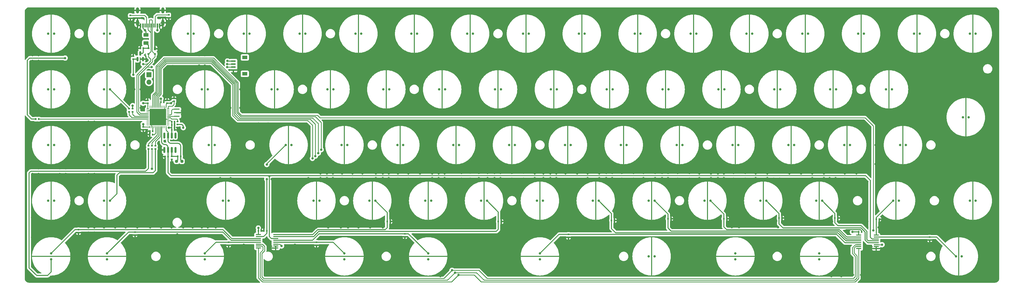
<source format=gbr>
%TF.GenerationSoftware,KiCad,Pcbnew,(6.0.0)*%
%TF.CreationDate,2022-08-23T12:32:23-07:00*%
%TF.ProjectId,Faen65XT,4661656e-3635-4585-942e-6b696361645f,rev?*%
%TF.SameCoordinates,Original*%
%TF.FileFunction,Copper,L4,Bot*%
%TF.FilePolarity,Positive*%
%FSLAX46Y46*%
G04 Gerber Fmt 4.6, Leading zero omitted, Abs format (unit mm)*
G04 Created by KiCad (PCBNEW (6.0.0)) date 2022-08-23 12:32:23*
%MOMM*%
%LPD*%
G01*
G04 APERTURE LIST*
G04 Aperture macros list*
%AMRoundRect*
0 Rectangle with rounded corners*
0 $1 Rounding radius*
0 $2 $3 $4 $5 $6 $7 $8 $9 X,Y pos of 4 corners*
0 Add a 4 corners polygon primitive as box body*
4,1,4,$2,$3,$4,$5,$6,$7,$8,$9,$2,$3,0*
0 Add four circle primitives for the rounded corners*
1,1,$1+$1,$2,$3*
1,1,$1+$1,$4,$5*
1,1,$1+$1,$6,$7*
1,1,$1+$1,$8,$9*
0 Add four rect primitives between the rounded corners*
20,1,$1+$1,$2,$3,$4,$5,0*
20,1,$1+$1,$4,$5,$6,$7,0*
20,1,$1+$1,$6,$7,$8,$9,0*
20,1,$1+$1,$8,$9,$2,$3,0*%
%AMFreePoly0*
4,1,17,0.044650,6.694952,0.124776,6.656304,0.180215,6.586732,0.200000,6.500000,0.200000,-6.500349,0.180064,-6.587046,0.124503,-6.656522,0.044310,-6.695030,-0.044650,-6.694952,-0.124776,-6.656304,-0.180215,-6.586732,-0.200000,-6.500000,-0.200000,6.500349,-0.180064,6.587046,-0.124503,6.656522,-0.044310,6.695030,0.044650,6.694952,0.044650,6.694952,$1*%
G04 Aperture macros list end*
%TA.AperFunction,SMDPad,CuDef*%
%ADD10FreePoly0,0.000000*%
%TD*%
%TA.AperFunction,SMDPad,CuDef*%
%ADD11FreePoly0,180.000000*%
%TD*%
%TA.AperFunction,SMDPad,CuDef*%
%ADD12FreePoly0,270.000000*%
%TD*%
%TA.AperFunction,SMDPad,CuDef*%
%ADD13RoundRect,0.135000X0.185000X-0.135000X0.185000X0.135000X-0.185000X0.135000X-0.185000X-0.135000X0*%
%TD*%
%TA.AperFunction,SMDPad,CuDef*%
%ADD14RoundRect,0.135000X-0.185000X0.135000X-0.185000X-0.135000X0.185000X-0.135000X0.185000X0.135000X0*%
%TD*%
%TA.AperFunction,SMDPad,CuDef*%
%ADD15RoundRect,0.135000X0.135000X0.185000X-0.135000X0.185000X-0.135000X-0.185000X0.135000X-0.185000X0*%
%TD*%
%TA.AperFunction,SMDPad,CuDef*%
%ADD16R,1.778000X0.419100*%
%TD*%
%TA.AperFunction,SMDPad,CuDef*%
%ADD17RoundRect,0.062500X0.375000X0.062500X-0.375000X0.062500X-0.375000X-0.062500X0.375000X-0.062500X0*%
%TD*%
%TA.AperFunction,SMDPad,CuDef*%
%ADD18RoundRect,0.062500X0.062500X0.375000X-0.062500X0.375000X-0.062500X-0.375000X0.062500X-0.375000X0*%
%TD*%
%TA.AperFunction,SMDPad,CuDef*%
%ADD19R,5.600000X5.600000*%
%TD*%
%TA.AperFunction,SMDPad,CuDef*%
%ADD20RoundRect,0.135000X-0.135000X-0.185000X0.135000X-0.185000X0.135000X0.185000X-0.135000X0.185000X0*%
%TD*%
%TA.AperFunction,SMDPad,CuDef*%
%ADD21RoundRect,0.140000X-0.140000X-0.170000X0.140000X-0.170000X0.140000X0.170000X-0.140000X0.170000X0*%
%TD*%
%TA.AperFunction,SMDPad,CuDef*%
%ADD22R,1.800000X1.200000*%
%TD*%
%TA.AperFunction,SMDPad,CuDef*%
%ADD23R,1.550000X0.600000*%
%TD*%
%TA.AperFunction,SMDPad,CuDef*%
%ADD24RoundRect,0.140000X0.170000X-0.140000X0.170000X0.140000X-0.170000X0.140000X-0.170000X-0.140000X0*%
%TD*%
%TA.AperFunction,SMDPad,CuDef*%
%ADD25RoundRect,0.250000X-0.625000X0.375000X-0.625000X-0.375000X0.625000X-0.375000X0.625000X0.375000X0*%
%TD*%
%TA.AperFunction,SMDPad,CuDef*%
%ADD26R,0.600000X1.450000*%
%TD*%
%TA.AperFunction,SMDPad,CuDef*%
%ADD27R,0.300000X1.450000*%
%TD*%
%TA.AperFunction,ComponentPad*%
%ADD28O,1.050000X2.100000*%
%TD*%
%TA.AperFunction,SMDPad,CuDef*%
%ADD29R,0.700000X1.000000*%
%TD*%
%TA.AperFunction,SMDPad,CuDef*%
%ADD30R,0.700000X0.600000*%
%TD*%
%TA.AperFunction,SMDPad,CuDef*%
%ADD31RoundRect,0.237500X0.250000X0.237500X-0.250000X0.237500X-0.250000X-0.237500X0.250000X-0.237500X0*%
%TD*%
%TA.AperFunction,SMDPad,CuDef*%
%ADD32RoundRect,0.150000X0.150000X-0.825000X0.150000X0.825000X-0.150000X0.825000X-0.150000X-0.825000X0*%
%TD*%
%TA.AperFunction,SMDPad,CuDef*%
%ADD33RoundRect,0.125000X-0.175000X0.125000X-0.175000X-0.125000X0.175000X-0.125000X0.175000X0.125000X0*%
%TD*%
%TA.AperFunction,SMDPad,CuDef*%
%ADD34RoundRect,0.150000X0.150000X-0.587500X0.150000X0.587500X-0.150000X0.587500X-0.150000X-0.587500X0*%
%TD*%
%TA.AperFunction,SMDPad,CuDef*%
%ADD35RoundRect,0.140000X0.140000X0.170000X-0.140000X0.170000X-0.140000X-0.170000X0.140000X-0.170000X0*%
%TD*%
%TA.AperFunction,SMDPad,CuDef*%
%ADD36RoundRect,0.140000X-0.170000X0.140000X-0.170000X-0.140000X0.170000X-0.140000X0.170000X0.140000X0*%
%TD*%
%TA.AperFunction,ComponentPad*%
%ADD37R,1.700000X1.700000*%
%TD*%
%TA.AperFunction,ComponentPad*%
%ADD38O,1.700000X1.700000*%
%TD*%
%TA.AperFunction,SMDPad,CuDef*%
%ADD39R,1.900000X0.400000*%
%TD*%
%TA.AperFunction,ViaPad*%
%ADD40C,0.800000*%
%TD*%
%TA.AperFunction,Conductor*%
%ADD41C,0.350000*%
%TD*%
%TA.AperFunction,Conductor*%
%ADD42C,0.250000*%
%TD*%
G04 APERTURE END LIST*
D10*
%TO.P,SW70,3,SG*%
%TO.N,GND*%
X311943750Y-28575000D03*
%TD*%
%TO.P,SW3,3,SG*%
%TO.N,GND*%
X0Y-38100000D03*
%TD*%
%TO.P,SW44,3,SG*%
%TO.N,GND*%
X195262500Y-38100000D03*
%TD*%
D11*
%TO.P,SW22,3,SG*%
%TO.N,GND*%
X90487500Y-57150000D03*
%TD*%
D10*
%TO.P,SW57,3,SG*%
%TO.N,GND*%
X247650000Y-19050000D03*
%TD*%
D11*
%TO.P,SW24,3,SG*%
%TO.N,GND*%
X104775000Y0D03*
%TD*%
%TO.P,SW27,3,SG*%
%TO.N,GND*%
X109537500Y-57150000D03*
%TD*%
%TO.P,SW49,3,SG*%
%TO.N,GND*%
X204787500Y-57150000D03*
%TD*%
%TO.P,SW46,3,SG*%
%TO.N,GND*%
X200025000Y0D03*
%TD*%
%TO.P,SW69,3,SG*%
%TO.N,GND*%
X295275000Y0D03*
%TD*%
%TO.P,SW31,3,SG*%
%TO.N,GND*%
X128587500Y-57150000D03*
%TD*%
D10*
%TO.P,SW6,3,SG*%
%TO.N,GND*%
X19050000Y0D03*
%TD*%
D11*
%TO.P,SW40,3,SG*%
%TO.N,GND*%
X166687500Y-57150000D03*
%TD*%
%TO.P,SW11,3,SG*%
%TO.N,GND*%
X47625000Y0D03*
%TD*%
%TO.P,SW42,3,SG*%
%TO.N,GND*%
X180975000Y0D03*
%TD*%
D12*
%TO.P,SW23,3,SG*%
%TO.N,GND*%
X100012500Y-76200000D03*
%TD*%
%TO.P,SW41,3,SG*%
%TO.N,GND*%
X166687500Y-76200000D03*
%TD*%
%TO.P,SW15,3,SG*%
%TO.N,GND*%
X52387500Y-76200000D03*
%TD*%
D10*
%TO.P,SW8,3,SG*%
%TO.N,GND*%
X19050000Y-38100000D03*
%TD*%
D11*
%TO.P,SW19,3,SG*%
%TO.N,GND*%
X85725000Y0D03*
%TD*%
D10*
%TO.P,SW26,3,SG*%
%TO.N,GND*%
X119062500Y-38100000D03*
%TD*%
%TO.P,SW13,3,SG*%
%TO.N,GND*%
X54768750Y-38100000D03*
%TD*%
%TO.P,SW43,3,SG*%
%TO.N,GND*%
X190500000Y-19050000D03*
%TD*%
%TO.P,SW38,3,SG*%
%TO.N,GND*%
X171450000Y-19050000D03*
%TD*%
%TO.P,SW71,3,SG*%
%TO.N,GND*%
X314325000Y-57150000D03*
%TD*%
%TO.P,SW48,3,SG*%
%TO.N,GND*%
X214312500Y-38100000D03*
%TD*%
D11*
%TO.P,SW28,3,SG*%
%TO.N,GND*%
X123825000Y0D03*
%TD*%
%TO.P,SW56,3,SG*%
%TO.N,GND*%
X238125000Y0D03*
%TD*%
D12*
%TO.P,SW55,3,SG*%
%TO.N,GND*%
X233362500Y-76200000D03*
%TD*%
D10*
%TO.P,SW34,3,SG*%
%TO.N,GND*%
X152400000Y-19050000D03*
%TD*%
D12*
%TO.P,SW5,3,SG*%
%TO.N,GND*%
X0Y-76200000D03*
%TD*%
D10*
%TO.P,SW39,3,SG*%
%TO.N,GND*%
X176212500Y-38100000D03*
%TD*%
D11*
%TO.P,SW37,3,SG*%
%TO.N,GND*%
X161925000Y0D03*
%TD*%
D10*
%TO.P,SW20,3,SG*%
%TO.N,GND*%
X95250000Y-19050000D03*
%TD*%
D11*
%TO.P,SW51,3,SG*%
%TO.N,GND*%
X219075000Y0D03*
%TD*%
D10*
%TO.P,SW58,3,SG*%
%TO.N,GND*%
X252412500Y-38100000D03*
%TD*%
D11*
%TO.P,SW33,3,SG*%
%TO.N,GND*%
X142875000Y0D03*
%TD*%
D10*
%TO.P,SW66,3,SG*%
%TO.N,GND*%
X285750000Y-19050000D03*
%TD*%
D11*
%TO.P,SW65,3,SG*%
%TO.N,GND*%
X276225000Y0D03*
%TD*%
D10*
%TO.P,SW67,3,SG*%
%TO.N,GND*%
X290512500Y-38100000D03*
%TD*%
%TO.P,SW29,3,SG*%
%TO.N,GND*%
X133350000Y-19050000D03*
%TD*%
%TO.P,SW30,3,SG*%
%TO.N,GND*%
X138112500Y-38100000D03*
%TD*%
%TO.P,SW21,3,SG*%
%TO.N,GND*%
X100012500Y-38100000D03*
%TD*%
D11*
%TO.P,SW63,3,SG*%
%TO.N,GND*%
X261937500Y-57150000D03*
%TD*%
D10*
%TO.P,SW7,3,SG*%
%TO.N,GND*%
X19050000Y-19050000D03*
%TD*%
%TO.P,SW73,3,SG*%
%TO.N,GND*%
X314325000Y0D03*
%TD*%
%TO.P,SW4,3,SG*%
%TO.N,GND*%
X0Y-57150000D03*
%TD*%
%TO.P,SW25,3,SG*%
%TO.N,GND*%
X114300000Y-19050000D03*
%TD*%
%TO.P,SW61,3,SG*%
%TO.N,GND*%
X266700000Y-19050000D03*
%TD*%
%TO.P,SW68,3,SG*%
%TO.N,GND*%
X288131250Y-57150000D03*
%TD*%
%TO.P,SW1,3,SG*%
%TO.N,GND*%
X0Y0D03*
%TD*%
%TO.P,SW14,3,SG*%
%TO.N,GND*%
X59531250Y-57150000D03*
%TD*%
D12*
%TO.P,SW10,3,SG*%
%TO.N,GND*%
X19050000Y-76200000D03*
%TD*%
D10*
%TO.P,SW9,3,SG*%
%TO.N,GND*%
X19050000Y-57150000D03*
%TD*%
D11*
%TO.P,SW60,3,SG*%
%TO.N,GND*%
X257175000Y0D03*
%TD*%
D10*
%TO.P,SW53,3,SG*%
%TO.N,GND*%
X233362500Y-38100000D03*
%TD*%
D11*
%TO.P,SW50,3,SG*%
%TO.N,GND*%
X204787500Y-76200000D03*
%TD*%
%TO.P,SW16,3,SG*%
%TO.N,GND*%
X66675000Y0D03*
%TD*%
D10*
%TO.P,SW17,3,SG*%
%TO.N,GND*%
X76200000Y-19050000D03*
%TD*%
D12*
%TO.P,SW32,3,SG*%
%TO.N,GND*%
X128587500Y-76200000D03*
%TD*%
D10*
%TO.P,SW52,3,SG*%
%TO.N,GND*%
X228600000Y-19050000D03*
%TD*%
%TO.P,SW18,3,SG*%
%TO.N,GND*%
X80962500Y-38100000D03*
%TD*%
%TO.P,SW47,3,SG*%
%TO.N,GND*%
X209550000Y-19050000D03*
%TD*%
%TO.P,SW35,3,SG*%
%TO.N,GND*%
X157162500Y-38100000D03*
%TD*%
%TO.P,SW62,3,SG*%
%TO.N,GND*%
X271462500Y-38100000D03*
%TD*%
D11*
%TO.P,SW45,3,SG*%
%TO.N,GND*%
X185737500Y-57150000D03*
%TD*%
D10*
%TO.P,SW12,3,SG*%
%TO.N,GND*%
X52387500Y-19050000D03*
%TD*%
D11*
%TO.P,SW59,3,SG*%
%TO.N,GND*%
X242887500Y-57150000D03*
%TD*%
D10*
%TO.P,SW2,3,SG*%
%TO.N,GND*%
X0Y-19050000D03*
%TD*%
D11*
%TO.P,SW54,3,SG*%
%TO.N,GND*%
X223837500Y-57150000D03*
%TD*%
%TO.P,SW36,3,SG*%
%TO.N,GND*%
X147637500Y-57150000D03*
%TD*%
D12*
%TO.P,SW64,3,SG*%
%TO.N,GND*%
X261937500Y-76200000D03*
%TD*%
D10*
%TO.P,SW72,3,SG*%
%TO.N,GND*%
X309562500Y-76200000D03*
%TD*%
D13*
%TO.P,R2,1*%
%TO.N,ROW2*%
X34346650Y-39403848D03*
%TO.P,R2,2*%
%TO.N,Net-(R2-Pad2)*%
X34346650Y-38383848D03*
%TD*%
D14*
%TO.P,R5,1*%
%TO.N,Net-(J2-PadB5)*%
X40084476Y6463140D03*
%TO.P,R5,2*%
%TO.N,GND*%
X40084476Y5443140D03*
%TD*%
D15*
%TO.P,R29,1*%
%TO.N,ADC*%
X44166250Y-41955625D03*
%TO.P,R29,2*%
%TO.N,Net-(JP2-Pad2)*%
X43146250Y-41955625D03*
%TD*%
D16*
%TO.P,U4,1,A4*%
%TO.N,COL14*%
X281382854Y-68946572D03*
%TO.P,U4,2,A6*%
%TO.N,COL15*%
X281382854Y-69596812D03*
%TO.P,U4,3,A*%
%TO.N,APLEX_OUT_PIN_0*%
X281382854Y-70247052D03*
%TO.P,U4,4,A7*%
%TO.N,COL13*%
X281382854Y-70897292D03*
%TO.P,U4,5,A5*%
%TO.N,COL12*%
X281382854Y-71542452D03*
%TO.P,U4,6,~{E}*%
%TO.N,APLEX_EN_PIN_1*%
X281382854Y-72192692D03*
%TO.P,U4,7,VEE*%
%TO.N,GND*%
X281382854Y-72842932D03*
%TO.P,U4,8,GND*%
X281382854Y-73493172D03*
%TO.P,U4,9,S2*%
%TO.N,AMUX_SEL_2*%
X275434174Y-73493172D03*
%TO.P,U4,10,S1*%
%TO.N,AMUX_SEL_1*%
X275434174Y-72842932D03*
%TO.P,U4,11,S0*%
%TO.N,AMUX_SEL_0*%
X275434174Y-72192692D03*
%TO.P,U4,12,A3*%
%TO.N,COL8*%
X275434174Y-71542452D03*
%TO.P,U4,13,A0*%
%TO.N,COL9*%
X275434174Y-70897292D03*
%TO.P,U4,14,A1*%
%TO.N,COL10*%
X275434174Y-70247052D03*
%TO.P,U4,15,A2*%
%TO.N,COL11*%
X275434174Y-69596812D03*
%TO.P,U4,16,VCC*%
%TO.N,VBAT*%
X275434174Y-68946572D03*
%TD*%
D17*
%TO.P,U1,1,VBAT*%
%TO.N,VBAT*%
X39834472Y-25731320D03*
%TO.P,U1,2,PC13*%
%TO.N,unconnected-(U1-Pad2)*%
X39834472Y-26231320D03*
%TO.P,U1,3,PC14*%
%TO.N,unconnected-(U1-Pad3)*%
X39834472Y-26731320D03*
%TO.P,U1,4,PC15*%
%TO.N,unconnected-(U1-Pad4)*%
X39834472Y-27231320D03*
%TO.P,U1,5,PH0*%
%TO.N,XTAL0*%
X39834472Y-27731320D03*
%TO.P,U1,6,PH1*%
%TO.N,XTAL1*%
X39834472Y-28231320D03*
%TO.P,U1,7,NRST*%
%TO.N,NRST*%
X39834472Y-28731320D03*
%TO.P,U1,8,VSSA*%
%TO.N,GND*%
X39834472Y-29231320D03*
%TO.P,U1,9,VREF+*%
%TO.N,VBAT*%
X39834472Y-29731320D03*
%TO.P,U1,10,PA0*%
%TO.N,unconnected-(U1-Pad10)*%
X39834472Y-30231320D03*
%TO.P,U1,11,PA1*%
%TO.N,unconnected-(U1-Pad11)*%
X39834472Y-30731320D03*
%TO.P,U1,12,PA2*%
%TO.N,unconnected-(U1-Pad12)*%
X39834472Y-31231320D03*
D18*
%TO.P,U1,13,PA3*%
%TO.N,ADC*%
X39146972Y-31918820D03*
%TO.P,U1,14,PA4*%
%TO.N,unconnected-(U1-Pad14)*%
X38646972Y-31918820D03*
%TO.P,U1,15,PA5*%
%TO.N,unconnected-(U1-Pad15)*%
X38146972Y-31918820D03*
%TO.P,U1,16,PA6*%
%TO.N,APLEX_OUT_PIN_0*%
X37646972Y-31918820D03*
%TO.P,U1,17,PA7*%
%TO.N,Net-(R6-Pad1)*%
X37146972Y-31918820D03*
%TO.P,U1,18,PB0*%
%TO.N,Net-(R2-Pad2)*%
X36646972Y-31918820D03*
%TO.P,U1,19,PB1*%
%TO.N,Net-(R3-Pad2)*%
X36146972Y-31918820D03*
%TO.P,U1,20,PB2*%
%TO.N,BOOT1*%
X35646972Y-31918820D03*
%TO.P,U1,21,PB10*%
%TO.N,unconnected-(U1-Pad21)*%
X35146972Y-31918820D03*
%TO.P,U1,22,VCAP1*%
%TO.N,Net-(C1-Pad1)*%
X34646972Y-31918820D03*
%TO.P,U1,23,VSS*%
%TO.N,GND*%
X34146972Y-31918820D03*
%TO.P,U1,24,VDD*%
%TO.N,VBAT*%
X33646972Y-31918820D03*
D17*
%TO.P,U1,25,PB12*%
%TO.N,unconnected-(U1-Pad25)*%
X32959472Y-31231320D03*
%TO.P,U1,26,PB13*%
%TO.N,unconnected-(U1-Pad26)*%
X32959472Y-30731320D03*
%TO.P,U1,27,PB14*%
%TO.N,unconnected-(U1-Pad27)*%
X32959472Y-30231320D03*
%TO.P,U1,28,PB15*%
%TO.N,unconnected-(U1-Pad28)*%
X32959472Y-29731320D03*
%TO.P,U1,29,PA8*%
%TO.N,Net-(R7-Pad1)*%
X32959472Y-29231320D03*
%TO.P,U1,30,PA9*%
%TO.N,Net-(R8-Pad1)*%
X32959472Y-28731320D03*
%TO.P,U1,31,PA10*%
%TO.N,Net-(R9-Pad1)*%
X32959472Y-28231320D03*
%TO.P,U1,32,PA11*%
%TO.N,D-*%
X32959472Y-27731320D03*
%TO.P,U1,33,PA12*%
%TO.N,D+*%
X32959472Y-27231320D03*
%TO.P,U1,34,PA13*%
%TO.N,SWDIO*%
X32959472Y-26731320D03*
%TO.P,U1,35,VSS*%
%TO.N,GND*%
X32959472Y-26231320D03*
%TO.P,U1,36,VDD*%
%TO.N,VBAT*%
X32959472Y-25731320D03*
D18*
%TO.P,U1,37,PA14*%
%TO.N,SWCLK*%
X33646972Y-25043820D03*
%TO.P,U1,38,PA15*%
%TO.N,unconnected-(U1-Pad38)*%
X34146972Y-25043820D03*
%TO.P,U1,39,PB3*%
%TO.N,APLEX_EN_PIN_1*%
X34646972Y-25043820D03*
%TO.P,U1,40,PB4*%
%TO.N,AMUX_SEL_2*%
X35146972Y-25043820D03*
%TO.P,U1,41,PB5*%
%TO.N,AMUX_SEL_1*%
X35646972Y-25043820D03*
%TO.P,U1,42,PB6*%
%TO.N,AMUX_SEL_0*%
X36146972Y-25043820D03*
%TO.P,U1,43,PB7*%
%TO.N,APLEX_EN_PIN_0*%
X36646972Y-25043820D03*
%TO.P,U1,44,BOOT0*%
%TO.N,BOOT0*%
X37146972Y-25043820D03*
%TO.P,U1,45,PB8*%
%TO.N,unconnected-(U1-Pad45)*%
X37646972Y-25043820D03*
%TO.P,U1,46,PB9*%
%TO.N,unconnected-(U1-Pad46)*%
X38146972Y-25043820D03*
%TO.P,U1,47,VSS*%
%TO.N,GND*%
X38646972Y-25043820D03*
%TO.P,U1,48,VDD*%
%TO.N,VBAT*%
X39146972Y-25043820D03*
D19*
%TO.P,U1,49,VSS*%
%TO.N,GND*%
X36396972Y-28481320D03*
%TD*%
D20*
%TO.P,R23,1*%
%TO.N,COL12*%
X248245938Y-63103284D03*
%TO.P,R23,2*%
%TO.N,GND*%
X249265938Y-63103284D03*
%TD*%
D14*
%TO.P,R22,1*%
%TO.N,COL4*%
X90487728Y-71363384D03*
%TO.P,R22,2*%
%TO.N,GND*%
X90487728Y-72383384D03*
%TD*%
D21*
%TO.P,C7,1*%
%TO.N,VBAT*%
X41091875Y-30162500D03*
%TO.P,C7,2*%
%TO.N,GND*%
X42051875Y-30162500D03*
%TD*%
D15*
%TO.P,R1,1*%
%TO.N,BOOT1*%
X34641336Y-34528212D03*
%TO.P,R1,2*%
%TO.N,GND*%
X33621336Y-34528212D03*
%TD*%
D14*
%TO.P,R28,1*%
%TO.N,Net-(JP2-Pad2)*%
X41091875Y-41955625D03*
%TO.P,R28,2*%
%TO.N,GND*%
X41091875Y-42975625D03*
%TD*%
D13*
%TO.P,R11,1*%
%TO.N,VBAT*%
X43109375Y-31069375D03*
%TO.P,R11,2*%
%TO.N,NRST*%
X43109375Y-30049375D03*
%TD*%
D22*
%TO.P,J1,*%
%TO.N,*%
X66043912Y-13714090D03*
X66043912Y-8114090D03*
D23*
%TO.P,J1,1,Pin_1*%
%TO.N,VBUS*%
X62168912Y-9414090D03*
%TO.P,J1,2,Pin_2*%
%TO.N,D-*%
X62168912Y-10414090D03*
%TO.P,J1,3,Pin_3*%
%TO.N,D+*%
X62168912Y-11414090D03*
%TO.P,J1,4,Pin_4*%
%TO.N,GND*%
X62168912Y-12414090D03*
%TD*%
D14*
%TO.P,R14,1*%
%TO.N,COL0*%
X9326586Y-67072044D03*
%TO.P,R14,2*%
%TO.N,GND*%
X9326586Y-68092044D03*
%TD*%
D20*
%TO.P,R15,1*%
%TO.N,COL10*%
X210344280Y-63301722D03*
%TO.P,R15,2*%
%TO.N,GND*%
X211364280Y-63301722D03*
%TD*%
%TO.P,R10,1*%
%TO.N,BOOT0*%
X37443125Y-23415625D03*
%TO.P,R10,2*%
%TO.N,GND*%
X38463125Y-23415625D03*
%TD*%
D24*
%TO.P,C2,1*%
%TO.N,VBAT*%
X32959472Y-23812500D03*
%TO.P,C2,2*%
%TO.N,GND*%
X32959472Y-22852500D03*
%TD*%
D25*
%TO.P,F1,1*%
%TO.N,VBUS*%
X32345394Y-385942D03*
%TO.P,F1,2*%
%TO.N,+5V*%
X32345394Y-3185942D03*
%TD*%
D20*
%TO.P,R13,1*%
%TO.N,COL9*%
X191095794Y-63897036D03*
%TO.P,R13,2*%
%TO.N,GND*%
X192115794Y-63897036D03*
%TD*%
%TO.P,R27,1*%
%TO.N,COL13*%
X267295986Y-63103284D03*
%TO.P,R27,2*%
%TO.N,GND*%
X268315986Y-63103284D03*
%TD*%
D26*
%TO.P,J2,A1B12,GND*%
%TO.N,GND*%
X30484460Y2842520D03*
%TO.P,J2,A4B9,VBUS*%
%TO.N,VBUS*%
X31284460Y2842520D03*
D27*
%TO.P,J2,A5,CC1*%
%TO.N,Net-(J2-PadA5)*%
X32484460Y2842520D03*
%TO.P,J2,A6,DP1*%
%TO.N,D+*%
X33484460Y2842520D03*
%TO.P,J2,A7,DN1*%
%TO.N,D-*%
X33984460Y2842520D03*
%TO.P,J2,A8,SBU1*%
%TO.N,unconnected-(J2-PadA8)*%
X34984460Y2842520D03*
D26*
%TO.P,J2,B1A12,GND*%
%TO.N,GND*%
X36984460Y2842520D03*
%TO.P,J2,B4A9,VBUS*%
%TO.N,VBUS*%
X36184460Y2842520D03*
D27*
%TO.P,J2,B5,CC2*%
%TO.N,Net-(J2-PadB5)*%
X35484460Y2842520D03*
%TO.P,J2,B6,DP2*%
%TO.N,D+*%
X34484460Y2842520D03*
%TO.P,J2,B7,DN2*%
%TO.N,D-*%
X32984460Y2842520D03*
%TO.P,J2,B8,SBU2*%
%TO.N,unconnected-(J2-PadB8)*%
X31984460Y2842520D03*
D28*
%TO.P,J2,S1,SHIELD*%
%TO.N,GND*%
X29414460Y3757520D03*
%TO.P,J2,S2,SHIELD*%
X38054460Y3757520D03*
%TO.P,J2,S3,SHIELD*%
X29414460Y7937520D03*
%TO.P,J2,S4,SHIELD*%
X38054460Y7937520D03*
%TD*%
D13*
%TO.P,R4,1*%
%TO.N,GND*%
X26987568Y5244702D03*
%TO.P,R4,2*%
%TO.N,Net-(J2-PadA5)*%
X26987568Y6264702D03*
%TD*%
D29*
%TO.P,D1,1,GND*%
%TO.N,GND*%
X35334375Y-5183140D03*
D30*
%TO.P,D1,2,I/O1*%
%TO.N,D+*%
X35334375Y-6903140D03*
%TO.P,D1,3,I/O2*%
%TO.N,D-*%
X33134375Y-6903140D03*
%TO.P,D1,4,VCC*%
%TO.N,+5V*%
X33134375Y-5003140D03*
%TD*%
D31*
%TO.P,JP2,1,A*%
%TO.N,ADC*%
X44568860Y-43656360D03*
%TO.P,JP2,2,B*%
%TO.N,Net-(JP2-Pad2)*%
X42743860Y-43656360D03*
%TD*%
D13*
%TO.P,R8,1*%
%TO.N,Net-(R8-Pad1)*%
X26590692Y-26703816D03*
%TO.P,R8,2*%
%TO.N,ROW1*%
X26590692Y-25683816D03*
%TD*%
D14*
%TO.P,R26,1*%
%TO.N,COL6*%
X120650304Y-68461110D03*
%TO.P,R26,2*%
%TO.N,GND*%
X120650304Y-69481110D03*
%TD*%
D24*
%TO.P,C9,1*%
%TO.N,VBAT*%
X27979758Y-8676582D03*
%TO.P,C9,2*%
%TO.N,GND*%
X27979758Y-7716582D03*
%TD*%
D32*
%TO.P,U5,1*%
%TO.N,N/C*%
X42361875Y-39781250D03*
%TO.P,U5,2,IN-*%
%TO.N,Net-(JP2-Pad2)*%
X41091875Y-39781250D03*
%TO.P,U5,3,IN+*%
%TO.N,APLEX_OUT_PIN_0*%
X39821875Y-39781250D03*
%TO.P,U5,4,V-*%
%TO.N,GND*%
X38551875Y-39781250D03*
%TO.P,U5,5*%
%TO.N,N/C*%
X38551875Y-34831250D03*
%TO.P,U5,6,OUT*%
%TO.N,ADC*%
X39821875Y-34831250D03*
%TO.P,U5,7,V+*%
%TO.N,VBAT*%
X41091875Y-34831250D03*
%TO.P,U5,8*%
%TO.N,N/C*%
X42361875Y-34831250D03*
%TD*%
D14*
%TO.P,R25,1*%
%TO.N,COL15*%
X299641380Y-69596812D03*
%TO.P,R25,2*%
%TO.N,GND*%
X299641380Y-70616812D03*
%TD*%
%TO.P,R6,1*%
%TO.N,Net-(R6-Pad1)*%
X35537278Y-38383848D03*
%TO.P,R6,2*%
%TO.N,ROW3*%
X35537278Y-39403848D03*
%TD*%
D13*
%TO.P,R9,1*%
%TO.N,Net-(R9-Pad1)*%
X27781250Y-26703750D03*
%TO.P,R9,2*%
%TO.N,VBAT*%
X27781250Y-25683750D03*
%TD*%
D33*
%TO.P,R18,1*%
%TO.N,COL2*%
X60523590Y-71363384D03*
D14*
%TO.P,R18,2*%
%TO.N,GND*%
X60523590Y-72383384D03*
%TD*%
D15*
%TO.P,R16,1*%
%TO.N,COL3*%
X73535184Y-67468920D03*
%TO.P,R16,2*%
%TO.N,GND*%
X72515184Y-67468920D03*
%TD*%
D20*
%TO.P,R21,1*%
%TO.N,COL14*%
X281382854Y-63500160D03*
%TO.P,R21,2*%
%TO.N,GND*%
X282402854Y-63500160D03*
%TD*%
D24*
%TO.P,C3,1*%
%TO.N,VBAT*%
X39540625Y-23812500D03*
%TO.P,C3,2*%
%TO.N,GND*%
X39540625Y-22852500D03*
%TD*%
D34*
%TO.P,U2,1,GND*%
%TO.N,GND*%
X31311014Y-8676582D03*
%TO.P,U2,2,VO*%
%TO.N,VBAT*%
X29411014Y-8676582D03*
%TO.P,U2,3,VI*%
%TO.N,+5V*%
X30361014Y-6801582D03*
%TD*%
D35*
%TO.P,C1,1*%
%TO.N,Net-(C1-Pad1)*%
X34646972Y-33337500D03*
%TO.P,C1,2*%
%TO.N,GND*%
X33686972Y-33337500D03*
%TD*%
D20*
%TO.P,R20,1*%
%TO.N,COL5*%
X114584040Y-64293912D03*
%TO.P,R20,2*%
%TO.N,GND*%
X115604040Y-64293912D03*
%TD*%
D14*
%TO.P,R19,1*%
%TO.N,COL8*%
X176411382Y-68659548D03*
%TO.P,R19,2*%
%TO.N,GND*%
X176411382Y-69679548D03*
%TD*%
D35*
%TO.P,C12,1*%
%TO.N,APLEX_OUT_PIN_0*%
X39821875Y-42068750D03*
%TO.P,C12,2*%
%TO.N,GND*%
X38861875Y-42068750D03*
%TD*%
D36*
%TO.P,C5,1*%
%TO.N,VBAT*%
X31353125Y-31918820D03*
%TO.P,C5,2*%
%TO.N,GND*%
X31353125Y-32878820D03*
%TD*%
D20*
%TO.P,R17,1*%
%TO.N,COL11*%
X229394328Y-63301722D03*
%TO.P,R17,2*%
%TO.N,GND*%
X230414328Y-63301722D03*
%TD*%
D35*
%TO.P,C8,1*%
%TO.N,+5V*%
X31436328Y-5003140D03*
%TO.P,C8,2*%
%TO.N,GND*%
X30476328Y-5003140D03*
%TD*%
D15*
%TO.P,R7,1*%
%TO.N,Net-(R7-Pad1)*%
X-4252512Y-29231320D03*
%TO.P,R7,2*%
%TO.N,ROW0*%
X-5272512Y-29231320D03*
%TD*%
D13*
%TO.P,R3,1*%
%TO.N,ROW4*%
X33156022Y-39403848D03*
%TO.P,R3,2*%
%TO.N,Net-(R3-Pad2)*%
X33156022Y-38383848D03*
%TD*%
D21*
%TO.P,C11,1*%
%TO.N,VBAT*%
X275434174Y-67846426D03*
%TO.P,C11,2*%
%TO.N,GND*%
X276394174Y-67846426D03*
%TD*%
%TO.P,C10,1*%
%TO.N,VBAT*%
X70646158Y-67468920D03*
%TO.P,C10,2*%
%TO.N,GND*%
X71606158Y-67468920D03*
%TD*%
D35*
%TO.P,C13,1*%
%TO.N,GND*%
X42051875Y-32940708D03*
%TO.P,C13,2*%
%TO.N,VBAT*%
X41091875Y-32940708D03*
%TD*%
D21*
%TO.P,C6,1*%
%TO.N,VBAT*%
X41091875Y-31253125D03*
%TO.P,C6,2*%
%TO.N,GND*%
X42051875Y-31253125D03*
%TD*%
D20*
%TO.P,R24,1*%
%TO.N,COL7*%
X152485698Y-64293912D03*
%TO.P,R24,2*%
%TO.N,GND*%
X153505698Y-64293912D03*
%TD*%
D24*
%TO.P,C4,1*%
%TO.N,VBAT*%
X41870418Y-23101932D03*
%TO.P,C4,2*%
%TO.N,GND*%
X41870418Y-22141932D03*
%TD*%
D33*
%TO.P,R12,1*%
%TO.N,COL1*%
X28575072Y-67865796D03*
D14*
%TO.P,R12,2*%
%TO.N,GND*%
X28575072Y-68885796D03*
%TD*%
D37*
%TO.P,JP1,1,A*%
%TO.N,VBAT*%
X33337584Y-14004726D03*
D38*
%TO.P,JP1,2,B*%
%TO.N,BOOT0*%
X33337584Y-16544726D03*
%TD*%
D16*
%TO.P,U3,1,A4*%
%TO.N,COL5*%
X76594838Y-68767504D03*
%TO.P,U3,2,A6*%
%TO.N,COL7*%
X76594838Y-69417744D03*
%TO.P,U3,3,A*%
%TO.N,APLEX_OUT_PIN_0*%
X76594838Y-70067984D03*
%TO.P,U3,4,A7*%
%TO.N,COL6*%
X76594838Y-70718224D03*
%TO.P,U3,5,A5*%
%TO.N,COL4*%
X76594838Y-71363384D03*
%TO.P,U3,6,~{E}*%
%TO.N,APLEX_EN_PIN_0*%
X76594838Y-72013624D03*
%TO.P,U3,7,VEE*%
%TO.N,GND*%
X76594838Y-72663864D03*
%TO.P,U3,8,GND*%
X76594838Y-73314104D03*
%TO.P,U3,9,S2*%
%TO.N,AMUX_SEL_2*%
X70646158Y-73314104D03*
%TO.P,U3,10,S1*%
%TO.N,AMUX_SEL_1*%
X70646158Y-72663864D03*
%TO.P,U3,11,S0*%
%TO.N,AMUX_SEL_0*%
X70646158Y-72013624D03*
%TO.P,U3,12,A3*%
%TO.N,COL2*%
X70646158Y-71363384D03*
%TO.P,U3,13,A0*%
%TO.N,COL1*%
X70646158Y-70718224D03*
%TO.P,U3,14,A1*%
%TO.N,COL0*%
X70646158Y-70067984D03*
%TO.P,U3,15,A2*%
%TO.N,COL3*%
X70646158Y-69417744D03*
%TO.P,U3,16,VCC*%
%TO.N,VBAT*%
X70646158Y-68767504D03*
%TD*%
D39*
%TO.P,Y1,1,1*%
%TO.N,XTAL1*%
X42862500Y-28231320D03*
%TO.P,Y1,2,2*%
%TO.N,GND*%
X42862500Y-27031320D03*
%TO.P,Y1,3,3*%
%TO.N,XTAL0*%
X42862500Y-25831320D03*
%TD*%
D40*
%TO.N,GND*%
X301228884Y-61912656D03*
X35917278Y-3175008D03*
X151209756Y-64293912D03*
X166687500Y-33337500D03*
X61118904Y-25400064D03*
X205978644Y-66278292D03*
X228600576Y0D03*
X-4365636Y-7342206D03*
X113109660Y-45045426D03*
X101203380Y-66278292D03*
X12700032Y-66278292D03*
X275035068Y-61912656D03*
X41076666Y-66271272D03*
X87312720Y-45243864D03*
X314722668Y-37504782D03*
X74017374Y-80565828D03*
X119062800Y-57150144D03*
X161131656Y-49609500D03*
X72032994Y-64095474D03*
X255786582Y-47823558D03*
X143669112Y-66285312D03*
X170259804Y-45243864D03*
X148828500Y-49411062D03*
X110728404Y-47823558D03*
X281385084Y-25995378D03*
X28376634Y-19050048D03*
X270669432Y-67468920D03*
X53379822Y-66278292D03*
X172244184Y-45243864D03*
X266105358Y-82947084D03*
X232172460Y-66200000D03*
X-6350016Y-9326586D03*
X91876794Y-49411062D03*
X186928596Y-47823558D03*
X242491236Y-9326586D03*
X145851930Y-49411062D03*
X153194136Y-47625120D03*
X164901978Y-49409471D03*
X194667678Y-49619825D03*
X53379822Y-64293912D03*
X43061046Y-23812560D03*
X90090852Y-7342206D03*
X261938160Y-42862608D03*
X151209756Y-45243864D03*
X211534908Y-66278292D03*
X77787696Y-64095474D03*
X31154766Y7540644D03*
X205978644Y-47625120D03*
X319088304Y-76200192D03*
X279400704Y-27979758D03*
X182166084Y-76200000D03*
X25400064Y-49014186D03*
X83145522Y-80565828D03*
X69453300Y-25995378D03*
X171450432Y0D03*
X139898790Y-49609500D03*
X102790884Y-47823558D03*
X208359900Y-45243864D03*
X291306984Y-28971948D03*
X260152218Y-29765700D03*
X167878548Y-47823558D03*
X64803252Y-47426682D03*
X282575712Y-7342206D03*
X209550528Y4762512D03*
X114300000Y-71040804D03*
X94059612Y-45045426D03*
X307578900Y-66278292D03*
X145851930Y-47625120D03*
X166291044Y-7342206D03*
X295077306Y-19050048D03*
X261541284Y-7342206D03*
X164901978Y-47821967D03*
X247650624Y4762512D03*
X75604878Y-64095474D03*
X64293912Y-12414090D03*
X305594520Y-47228244D03*
X38496972Y-27979758D03*
X198636438Y-49619825D03*
X42987000Y-60523590D03*
X244475616Y-7342206D03*
X9525024Y-19050048D03*
X9525024Y-61912656D03*
X229394328Y-49411062D03*
X92075232Y-69651738D03*
X14684412Y-64293912D03*
X79967189Y-47426682D03*
X150018750Y-29765625D03*
X134540964Y-81756456D03*
X96043992Y-45045426D03*
X41275104Y-45243864D03*
X300038256Y-71636118D03*
X142875360Y-49609500D03*
X57603252Y-47426682D03*
X219670866Y-66278292D03*
X139700352Y-62706408D03*
X309563280Y-66278292D03*
X96043992Y-47823558D03*
X83127599Y-76200192D03*
X45839178Y-25995378D03*
X229394328Y-47823558D03*
X268486614Y-64293912D03*
X195461430Y-80962704D03*
X151209756Y-47625120D03*
X152400384Y-4762512D03*
X9525024Y-4762512D03*
X276225696Y-82550208D03*
X4960950Y-48021996D03*
X50403252Y-47426682D03*
X29765700Y-11112528D03*
X248444376Y-45243864D03*
X51395442Y-66278292D03*
X240308418Y-47833883D03*
X173236374Y-66278292D03*
X128587500Y-38100000D03*
X45839178Y-29964138D03*
X194667678Y-47635445D03*
X189309852Y-49411062D03*
X318691428Y-22026618D03*
X198636438Y-47625120D03*
X121444056Y-66278292D03*
X48021996Y-45243864D03*
X202009884Y-47635445D03*
X109537776Y-33337584D03*
X301228884Y-52387632D03*
X44875104Y-49807938D03*
X182959836Y-49411062D03*
X110728404Y-49411062D03*
X227409948Y-49411062D03*
X121840932Y-49609500D03*
X75208002Y-45045426D03*
X135136278Y-64293912D03*
X96043992Y-49411062D03*
X307578900Y-47228244D03*
X9525024Y4960950D03*
X47823558Y-27979758D03*
X37504782Y-66278292D03*
X35718840Y-71239242D03*
X279400704Y-25995378D03*
X259556904Y-49411062D03*
X190500480Y0D03*
X106136214Y-47823558D03*
X307975776Y-9921900D03*
X74017374Y-30757890D03*
X149225376Y-9326586D03*
X83145522Y-66278292D03*
X92075232Y-9326586D03*
X286544472Y-47228244D03*
X274638192Y-49609500D03*
X130572204Y-29765700D03*
X132755022Y-64293912D03*
X91876794Y-47823558D03*
X123825312Y-14287536D03*
X129976890Y-49411062D03*
X88304910Y-25995378D03*
X75208002Y-47426682D03*
X278408514Y-64293912D03*
X227409948Y-45243864D03*
X234553716Y-66200000D03*
X313730478Y-43854798D03*
X175419192Y-49818263D03*
X307578900Y-45243864D03*
X195262992Y-57150144D03*
X147836310Y-71239242D03*
X45839178Y-27979758D03*
X102790884Y-49609500D03*
X281186646Y-38100096D03*
X191294232Y-49411062D03*
X113109660Y-49411062D03*
X244277178Y-49411062D03*
X173236374Y-64293912D03*
X114300000Y-81359580D03*
X-4365636Y-48021996D03*
X172244184Y-47823558D03*
X247650624Y-4762512D03*
X30559452Y-19050048D03*
X52387632Y-10914090D03*
X195461430Y-71437680D03*
X29368824Y-66278292D03*
X304800768Y-4762512D03*
X50403252Y-7342206D03*
X183952026Y-29765700D03*
X113109660Y-64293912D03*
X261541284Y-9326586D03*
X319088304Y-65682978D03*
X109537776Y-42862608D03*
X142875360Y-19050048D03*
X9525024Y-38100096D03*
X36314154Y7540644D03*
X-4365636Y-27781320D03*
X67468920Y-66278292D03*
X147637500Y-38100000D03*
X113109660Y-47823558D03*
X319392000Y-16271916D03*
X90090852Y-9326586D03*
X64803252Y-49807938D03*
X38695410Y-36711030D03*
X125809692Y-47823558D03*
X135136278Y-66278292D03*
X77787696Y-66278292D03*
X185737500Y-38100000D03*
X12700032Y-68064234D03*
X132159708Y-45045426D03*
X222052122Y-25995378D03*
X227608386Y-64293912D03*
X85725216Y-23812560D03*
X189905166Y-66278292D03*
X236736534Y-49619825D03*
X281186646Y-44648550D03*
X115094040Y-49411062D03*
X272058498Y-73025184D03*
X221059932Y-47833883D03*
X36711030Y-45243864D03*
X214313040Y-52387632D03*
X147240996Y-7342206D03*
X83740836Y-49807938D03*
X31750080Y-45243864D03*
X157162896Y-49609500D03*
X148233186Y-25995378D03*
X61203252Y-49411062D03*
X210344280Y-49411062D03*
X284560092Y-47228244D03*
X109140900Y-9326586D03*
X225028692Y-49411062D03*
X74017374Y-72032994D03*
X202009884Y-49411062D03*
X25400064Y-66271272D03*
X280591332Y-7342206D03*
X9525024Y-52387632D03*
X63500160Y-66271272D03*
X38496972Y-30559452D03*
X309960156Y-7937520D03*
X79970514Y-49807938D03*
X276225696Y-23812560D03*
X53181384Y-49807938D03*
X187325472Y-7342206D03*
X300236694Y-42862608D03*
X143073798Y-45243864D03*
X278408514Y-50601690D03*
X307975776Y-17660982D03*
X-6350016Y-48021996D03*
X210344280Y-47625120D03*
X208359900Y-49411062D03*
X166687500Y-42862608D03*
X246459996Y-49609500D03*
X185341092Y-9326586D03*
X-7143768Y-46037616D03*
X72032994Y-49807938D03*
X129183138Y-25995378D03*
X167283234Y-25995378D03*
X218877114Y-71239434D03*
X244475616Y-9326586D03*
X189309852Y-45243864D03*
X71040804Y-9326586D03*
X109140900Y-7342206D03*
X307975776Y-7937520D03*
X12700032Y-30162576D03*
X9525024Y-71239242D03*
X14684412Y-48021996D03*
X275035068Y-52387632D03*
X157162896Y-52387632D03*
X56157954Y-66278292D03*
X211534908Y-64293912D03*
X267494424Y-47426682D03*
X28376634Y-33337584D03*
X204787500Y-38100096D03*
X95250240Y-4762512D03*
X185341092Y-66278292D03*
X282178836Y-66278292D03*
X72032994Y-45045426D03*
X12700032Y-25995378D03*
X257175648Y-19050048D03*
X205780206Y-25995378D03*
X198636438Y-64293912D03*
X180975456Y-14287536D03*
X111125280Y-7342206D03*
X260152218Y-25995378D03*
X198636438Y-66278292D03*
X225028692Y-47823558D03*
X-6350016Y-30559452D03*
X12700032Y-9326586D03*
X134144088Y-49411062D03*
X300038256Y-80565828D03*
X170259804Y-47823558D03*
X72032994Y-47426682D03*
X278408514Y-66278292D03*
X229394328Y-45243864D03*
X182959836Y-47833883D03*
X14684412Y-68064234D03*
X61118904Y-29567262D03*
X261938160Y-33337584D03*
X87706271Y-47426682D03*
X223838064Y-66278292D03*
X270669432Y-47823558D03*
X33932898Y6945330D03*
X53181384Y-47426682D03*
X189309852Y-47625120D03*
X218877114Y-76200192D03*
X93265860Y-29964138D03*
X210344280Y-45243864D03*
X99190884Y-47823558D03*
X94059612Y-49411062D03*
X194469240Y-66278292D03*
X30559452Y-25400064D03*
X114300288Y0D03*
X97036182Y-64293912D03*
X67865796Y-33337584D03*
X64690788Y-45243864D03*
X91281480Y-25995378D03*
X309563280Y-64293912D03*
X12700032Y-64293912D03*
X41275104Y-47426682D03*
X218877114Y-81161334D03*
X29170386Y-49014186D03*
X-6548454Y-62904846D03*
X182166084Y-71239242D03*
X41275104Y-49807938D03*
X318492990Y-38893848D03*
X61203252Y-47426682D03*
X263922540Y-29765700D03*
X191294232Y-47625120D03*
X187325472Y-9326586D03*
X83737511Y-47426682D03*
X247650624Y-81161142D03*
X18057858Y-66278292D03*
X265510044Y-45243864D03*
X42987000Y-68659548D03*
X43061046Y-14287536D03*
X133350336Y0D03*
X4960950Y-46037616D03*
X49609500Y-49807938D03*
X2976570Y-48021996D03*
X5556264Y-64293912D03*
X204391140Y-7342206D03*
X161925408Y-19050048D03*
X108744024Y-66271272D03*
X64492350Y-19050048D03*
X255786582Y-49818263D03*
X71040804Y-7342206D03*
X12700032Y-45243864D03*
X34329774Y-30559452D03*
X67865796Y-42862608D03*
X232767774Y-49619825D03*
X139898790Y-47625120D03*
X244277178Y-47823558D03*
X147836310Y-81161142D03*
X130175328Y-7342206D03*
X278011638Y-45045426D03*
X14684412Y-9326586D03*
X213717726Y-49619825D03*
X-6350016Y-27781320D03*
X61090788Y-45243864D03*
X233363088Y-64095474D03*
X249436566Y-64095474D03*
X282575712Y-9326586D03*
X241102170Y-25995378D03*
X73025184Y-9326586D03*
X48021996Y-47426682D03*
X251817822Y-47833883D03*
X265510044Y-47426682D03*
X240308418Y-49411062D03*
X285750720Y0D03*
X47823558Y-29964138D03*
X242887500Y-38100000D03*
X265510044Y-49411062D03*
X76200192Y0D03*
X-4365636Y-9326586D03*
X305594520Y-51593880D03*
X93464298Y-82748646D03*
X2976570Y-46037616D03*
X-4365636Y-30559452D03*
X110133090Y-25995378D03*
X266303796Y-64293912D03*
X281385084Y-27979758D03*
X206375520Y-7342206D03*
X100012752Y-52387632D03*
X155575392Y-66278292D03*
X-6350016Y-7342206D03*
X157162896Y-61912656D03*
X147836310Y-76200000D03*
X50403252Y-45243864D03*
X214313040Y-61912656D03*
X33734460Y-66278292D03*
X307578900Y-64293912D03*
X279202266Y-47228244D03*
X104775264Y-19050048D03*
X65682978Y-80565828D03*
X215503668Y-66278292D03*
X95250240Y4762512D03*
X305594520Y-45243864D03*
X5556264Y-67468920D03*
X200025504Y-19050048D03*
X36711030Y-39886038D03*
X59928276Y-66278292D03*
X85725216Y-14287536D03*
X87511158Y-31353204D03*
X25400064Y-45243864D03*
X209153652Y-66278292D03*
X246459996Y-47426682D03*
X41473542Y-7143768D03*
X263525664Y-7342206D03*
X38496972Y-45243133D03*
X145851930Y-25995378D03*
X270669432Y-49609500D03*
X134144088Y-45045426D03*
X209550528Y-4762512D03*
X309960156Y-9921900D03*
X44875104Y-47426682D03*
X14684412Y-25995378D03*
X167878548Y-49411062D03*
X263525664Y-47823558D03*
X284560092Y-45243864D03*
X205978644Y-49411062D03*
X175419192Y-47833883D03*
X129976890Y-47823558D03*
X168275424Y-7342206D03*
X209153652Y-64293912D03*
X139898790Y-66285312D03*
X75208002Y-49807938D03*
X319392000Y-8135958D03*
X281583522Y-47228244D03*
X172244184Y-49411062D03*
X302816388Y-25598502D03*
X182166084Y-81161142D03*
X79375200Y-66278292D03*
X112117470Y-29964138D03*
X46037616Y-38100096D03*
X243483426Y-25995378D03*
X79375200Y-64095474D03*
X157162896Y-47625120D03*
X179387952Y-47823558D03*
X106136214Y-45045426D03*
X267494424Y-49411062D03*
X-6945330Y-82550208D03*
X159345714Y-66278292D03*
X248444376Y-49609500D03*
X191294232Y-45243864D03*
X12700032Y-48021996D03*
X118240932Y-47823558D03*
X28376634Y-57150144D03*
X204391140Y-9326586D03*
X127000320Y-29765700D03*
X31750080Y-49014186D03*
X130175328Y-9326586D03*
X98822124Y-66278292D03*
X149225376Y-7342206D03*
X65665055Y-76200192D03*
X47823558Y-25995378D03*
X238125600Y-14287536D03*
X194469240Y-64293912D03*
X75604878Y-66278292D03*
X263525664Y-49411062D03*
X221059932Y-49411062D03*
X141089418Y-64293912D03*
X148828500Y-47625120D03*
X28376634Y-42862608D03*
X99190884Y-49609500D03*
X168275424Y-9326586D03*
X152400384Y4762512D03*
X320874246Y6548454D03*
X236736534Y-47625120D03*
X123626874Y-68659548D03*
X248444376Y-47426682D03*
X252413136Y-57150144D03*
X128190948Y-7342206D03*
X217686486Y-47625120D03*
X227608386Y-66278292D03*
X38496972Y-47823558D03*
X117673734Y-66278292D03*
X48220434Y-66278292D03*
X115094040Y-45045426D03*
X14684412Y-66278292D03*
X92075232Y-7342206D03*
X65682978Y-72231432D03*
X208359900Y-47625120D03*
X286544472Y-45243864D03*
X128190948Y-9326586D03*
X14684412Y-7342206D03*
X262533474Y-25995378D03*
X30361014Y-3373446D03*
X267494424Y-45243864D03*
X222250560Y-29765700D03*
X125015940Y-66271272D03*
X113109660Y-66278292D03*
X126801882Y-25995378D03*
X246459996Y-45243864D03*
X132159708Y-49411062D03*
X247253748Y-64095474D03*
X36396972Y-28481320D03*
X132755022Y-82947084D03*
X134144088Y-47823558D03*
X90487728Y-66271272D03*
X227409948Y-47823558D03*
X280591332Y-9326586D03*
X135334716Y-68857986D03*
X35917278Y-198438D03*
X233363088Y-57150144D03*
X206375520Y-9326586D03*
X187920786Y-29765700D03*
X224433378Y-25995378D03*
X-6548454Y6350016D03*
X269478804Y-82947084D03*
X170259804Y-49411062D03*
X266700672Y0D03*
X281583522Y-50601690D03*
X300832008Y-9921900D03*
X300236694Y-33337584D03*
X12700032Y-7342206D03*
X35718750Y-81161142D03*
X41473542Y-11112528D03*
X147240996Y-9326586D03*
X45045426Y-66278292D03*
X225822444Y-29765700D03*
X223441188Y-9326586D03*
X100012752Y-61912656D03*
X86915844Y-66278292D03*
X259556904Y-47833883D03*
X57150144Y4762512D03*
X51395442Y-64293912D03*
X168672300Y-29765700D03*
X142875360Y-47614795D03*
X22820370Y-45243864D03*
X68403252Y-47426682D03*
X147240996Y-66278292D03*
X179387952Y-49818263D03*
X72231432Y-25995378D03*
X83145522Y-72231432D03*
X223837500Y-33337500D03*
X125809692Y-49609500D03*
X242491236Y-7342206D03*
X176411382Y-66278292D03*
X52387632Y-7342206D03*
X70643928Y-30757890D03*
X165100416Y-29765700D03*
X274638192Y-47813233D03*
X94059612Y-47823558D03*
X247650000Y-71239242D03*
X106136214Y-49609500D03*
X232767774Y-47635445D03*
X14684412Y-45243864D03*
X183753588Y-25995378D03*
X225425568Y-9326586D03*
X30956328Y5357826D03*
X128984700Y-66278292D03*
X170855118Y-66278292D03*
X273447564Y-82550208D03*
X57150144Y-4762512D03*
X-6548454Y-69651738D03*
X123825312Y-23812560D03*
X241102170Y-29765700D03*
X238125600Y-23812560D03*
X34329774Y-27979758D03*
X21828180Y-66278292D03*
X180975456Y-23812560D03*
X50403252Y-10914090D03*
X219075552Y-19050048D03*
X164901978Y-25995378D03*
X68403252Y-49807938D03*
X121840932Y-47823558D03*
X303014826Y-68659548D03*
X104775264Y-66278292D03*
X202803636Y-29765700D03*
X132755022Y-66278292D03*
X115094040Y-47823558D03*
X107751834Y-30162576D03*
X146248806Y-30162576D03*
X263525664Y-9326586D03*
X57603252Y-49411062D03*
X32940708Y-20240676D03*
X186928596Y-49411062D03*
X230584956Y-64293912D03*
X223441188Y-7342206D03*
X69254862Y-64095474D03*
X304800768Y4762512D03*
X311944536Y-42068856D03*
X36711030Y-37107906D03*
X283369464Y-64095474D03*
X153194136Y-49411062D03*
X151209756Y-49411062D03*
X29170386Y-45243864D03*
X111125280Y-9326586D03*
X36711030Y-42862608D03*
X185341092Y-7342206D03*
X153194136Y-45243864D03*
X151209756Y-66285312D03*
X64492350Y-25400064D03*
X73025184Y-7342206D03*
X202803636Y-66278292D03*
X107553396Y-25995378D03*
X180975456Y-66267562D03*
X94456488Y-66278292D03*
X225425568Y-7342206D03*
X315317982Y-83145522D03*
X163512912Y-66278292D03*
X300236694Y-24209436D03*
X251817822Y-49818263D03*
X309960156Y-17660982D03*
X102989322Y-64293912D03*
X161131656Y-47614795D03*
X303213264Y-11906280D03*
X87709596Y-49411062D03*
X299641380Y-28971948D03*
X36711030Y5357826D03*
X176212944Y-57150144D03*
X166291044Y-9326586D03*
X-4365636Y-46037616D03*
X203002074Y-25995378D03*
X223837500Y-42862500D03*
X14684412Y-30162576D03*
X206772396Y-29765700D03*
X217686486Y-49619825D03*
X167481672Y-66278292D03*
X247849062Y-66200000D03*
X245268750Y-29765625D03*
X186134844Y-25995378D03*
X124817502Y-44846988D03*
X118240932Y-49609500D03*
X9525024Y-81161142D03*
X189508290Y-64293912D03*
X170855118Y-64293912D03*
X213717726Y-47635445D03*
X276225696Y-14287536D03*
X132159708Y-47823558D03*
%TO.N,VBAT*%
X45045426Y-32146956D03*
X27781320Y-24606312D03*
X31353204Y-30956328D03*
X27979758Y-14004726D03*
X31353125Y-23812500D03*
X70643928Y-66476730D03*
X40084476Y-32146956D03*
X40878228Y-23812560D03*
X273249126Y-67846426D03*
%TO.N,D+*%
X60023590Y-11414090D03*
X34234460Y-11414090D03*
%TO.N,D-*%
X31353204Y-10414090D03*
X60023590Y-10414090D03*
%TO.N,VBUS*%
X31948518Y1190628D03*
X60126714Y-9326586D03*
X36184375Y1190628D03*
%TO.N,BOOT0*%
X37443125Y-22225056D03*
%TO.N,APLEX_EN_PIN_0*%
X78581448Y-72628308D03*
X89098662Y-42664170D03*
%TO.N,COL0*%
X-992190Y-57150144D03*
X0Y-75208002D03*
X-992190Y-38100096D03*
X-992190Y-19050048D03*
X-992190Y0D03*
%TO.N,ROW0*%
X992190Y0D03*
X199033314Y0D03*
X179983266Y0D03*
X275233506Y0D03*
X46632930Y0D03*
X20042238Y0D03*
X237133410Y0D03*
X141883170Y0D03*
X103783074Y0D03*
X4762512Y-8334396D03*
X160933218Y0D03*
X294283554Y0D03*
X256183458Y0D03*
X218083362Y0D03*
X122833122Y0D03*
X84733026Y0D03*
X65682978Y0D03*
%TO.N,ROW1*%
X53379822Y-19050048D03*
X229592766Y-19050048D03*
X267692862Y-19050048D03*
X315317982Y0D03*
X172442622Y-19050048D03*
X20042238Y-19050048D03*
X134342526Y-19050048D03*
X96242430Y-19050048D03*
X248642814Y-19050048D03*
X191492670Y-19050048D03*
X77192382Y-19050048D03*
X992190Y-19050048D03*
X115292478Y-19050048D03*
X153392574Y-19050048D03*
X286742910Y-19050048D03*
X210542718Y-19050048D03*
%TO.N,ROW2*%
X34346650Y-46236054D03*
X234355278Y-38100096D03*
X272455374Y-38100096D03*
X215305230Y-38100096D03*
X992190Y-38100096D03*
X291505422Y-38100096D03*
X312936726Y-28575072D03*
X120054990Y-38100096D03*
X158155086Y-38100096D03*
X81954894Y-38100096D03*
X55761078Y-38100096D03*
X196255182Y-38100096D03*
X253405326Y-38100096D03*
X20042238Y-38100096D03*
X139105038Y-38100096D03*
X101004942Y-38100096D03*
X177205134Y-38100096D03*
%TO.N,ROW3*%
X992190Y-57150144D03*
X260945970Y-57150144D03*
X108545586Y-57150144D03*
X146645682Y-57150144D03*
X127595634Y-57150144D03*
X60523590Y-57150144D03*
X89495538Y-57150144D03*
X222845874Y-57150144D03*
X241895922Y-57150144D03*
X289124166Y-57150144D03*
X165695730Y-57150144D03*
X20042238Y-57150144D03*
X315317982Y-57150144D03*
X184745778Y-57150144D03*
X203795826Y-57150144D03*
%TO.N,ROW4*%
X203795826Y-76200192D03*
X233363088Y-77192382D03*
X261938160Y-77192382D03*
X128587824Y-77192382D03*
X100012752Y-77192382D03*
X52387632Y-77192382D03*
X310555470Y-76200192D03*
X19050048Y-77192382D03*
X0Y-77192382D03*
X166687920Y-77192382D03*
%TO.N,COL1*%
X18057858Y-19050048D03*
X18057858Y-57150144D03*
X19050048Y-75208002D03*
X18057858Y0D03*
X18057858Y-38100096D03*
%TO.N,COL2*%
X51395442Y-19050048D03*
X58539210Y-57150144D03*
X48617310Y0D03*
X52387632Y-75208002D03*
X53776698Y-38100096D03*
%TO.N,COL3*%
X79970514Y-38100096D03*
X67667358Y0D03*
X73535184Y-44761674D03*
X75208002Y-19050048D03*
X73535184Y-49807938D03*
%TO.N,COL4*%
X86717406Y0D03*
X94258050Y-19050048D03*
X99020562Y-38100096D03*
X91479918Y-57150144D03*
X100012752Y-75208002D03*
%TO.N,COL5*%
X118070610Y-38100096D03*
X105767454Y0D03*
X110529966Y-57150144D03*
X113308098Y-19050048D03*
%TO.N,COL6*%
X129580014Y-57150144D03*
X132358146Y-19050048D03*
X124817502Y0D03*
X128587824Y-75208002D03*
X137120658Y-38100096D03*
%TO.N,COL7*%
X143867550Y0D03*
X156170706Y-38100096D03*
X148630062Y-57150144D03*
X151408194Y-19050048D03*
%TO.N,COL8*%
X175220754Y-38100096D03*
X167680110Y-57150144D03*
X170458242Y-19050048D03*
X166687920Y-75208002D03*
X162917598Y0D03*
%TO.N,COL9*%
X189508290Y-19050048D03*
X186730158Y-57150144D03*
X181967646Y0D03*
X194270802Y-38100096D03*
%TO.N,COL10*%
X201017694Y0D03*
X205780206Y-76200192D03*
X213320850Y-38100096D03*
X208558338Y-19050048D03*
X205780206Y-57150144D03*
%TO.N,COL11*%
X232370898Y-38100096D03*
X224830254Y-57150144D03*
X233363088Y-75208002D03*
X227608386Y-19050048D03*
X220067742Y0D03*
%TO.N,COL12*%
X239117790Y0D03*
X251420946Y-38100096D03*
X243880302Y-57150144D03*
X246658434Y-19050048D03*
%TO.N,COL13*%
X258167838Y0D03*
X262930350Y-57150144D03*
X261938160Y-75208002D03*
X265708482Y-19050048D03*
X270470994Y-38100096D03*
%TO.N,COL14*%
X277217886Y0D03*
X284758530Y-19050048D03*
X289521042Y-38100096D03*
X287139786Y-57150144D03*
%TO.N,COL15*%
X308571090Y-76200192D03*
X313333602Y0D03*
X310952346Y-28575072D03*
X296267934Y0D03*
X313333602Y-57150144D03*
%TO.N,APLEX_EN_PIN_1*%
X280392894Y-67270482D03*
X283369464Y-72192692D03*
%TO.N,AMUX_SEL_2*%
X138906600Y-82550208D03*
X92075232Y-39687600D03*
%TO.N,AMUX_SEL_1*%
X137715972Y-81756456D03*
X91083042Y-40878228D03*
%TO.N,AMUX_SEL_0*%
X90090852Y-41870418D03*
X136723782Y-80962704D03*
%TD*%
D41*
%TO.N,ROW4*%
X33156022Y-46119959D02*
X33156022Y-39403848D01*
X32246175Y-47029806D02*
X33156022Y-46119959D01*
X-6945330Y-47029806D02*
X32246175Y-47029806D01*
X-7540644Y-47625120D02*
X-6945330Y-47029806D01*
X-7540644Y-80168952D02*
X-7540644Y-47625120D01*
X-4960950Y-82748646D02*
X-7540644Y-80168952D01*
X-1190628Y-82748646D02*
X-4960950Y-82748646D01*
X0Y-81558018D02*
X-1190628Y-82748646D01*
X0Y-77192382D02*
X0Y-81558018D01*
D42*
%TO.N,Net-(C1-Pad1)*%
X34646972Y-33337500D02*
X34646972Y-31918820D01*
D41*
%TO.N,GND*%
X40084476Y5443140D02*
X40084476Y2579694D01*
X38893848Y1389066D02*
X37504782Y1389066D01*
X36984460Y1909388D02*
X36984460Y2842520D01*
X30476328Y-3488760D02*
X30361014Y-3373446D01*
X38463125Y-23052655D02*
X38663280Y-22852500D01*
X40084476Y5443140D02*
X36796344Y5443140D01*
X40084476Y2579694D02*
X38893848Y1389066D01*
D42*
X38646972Y-27631320D02*
X38496972Y-27781320D01*
X34146972Y-31918820D02*
X34146972Y-30742254D01*
X38646972Y-25043820D02*
X38646972Y-27631320D01*
D41*
X30476328Y-5003140D02*
X30476328Y-3488760D01*
D42*
X33515011Y-26231320D02*
X32959472Y-26231320D01*
D41*
X276027129Y-67071915D02*
X276394174Y-67438960D01*
X30843204Y5244702D02*
X30956328Y5357826D01*
X27979758Y-5953140D02*
X28929758Y-5003140D01*
X26987568Y5244702D02*
X26987568Y2579694D01*
X28929758Y-5003140D02*
X30476328Y-5003140D01*
X276394174Y-67438960D02*
X276394174Y-67846426D01*
X26987568Y2579694D02*
X28178196Y1389066D01*
X38463125Y-23415625D02*
X38463125Y-23052655D01*
D42*
X34329774Y-27781320D02*
X34329774Y-27046083D01*
D41*
X62168912Y-12414090D02*
X64293912Y-12414090D01*
X26987568Y5244702D02*
X30843204Y5244702D01*
D42*
X38496972Y-30013281D02*
X38496972Y-30559452D01*
D41*
X38663280Y-22852500D02*
X39540625Y-22852500D01*
X28178196Y1389066D02*
X29765700Y1389066D01*
X271066437Y-67071915D02*
X276027129Y-67071915D01*
X30484460Y2107826D02*
X30484460Y2842520D01*
D42*
X34146972Y-30742254D02*
X34329774Y-30559452D01*
D41*
X37504782Y1389066D02*
X36984460Y1909388D01*
X270669432Y-67468920D02*
X271066437Y-67071915D01*
D42*
X39834472Y-29231320D02*
X39278933Y-29231320D01*
X39278933Y-29231320D02*
X38496972Y-30013281D01*
D41*
X29765700Y1389066D02*
X30484460Y2107826D01*
X27979758Y-7716582D02*
X27979758Y-5953140D01*
D42*
X34329774Y-27046083D02*
X33515011Y-26231320D01*
D41*
X36796344Y5443140D02*
X36711030Y5357826D01*
%TO.N,VBAT*%
X275434174Y-67846426D02*
X273249126Y-67846426D01*
X27979758Y-8676582D02*
X27979758Y-14089098D01*
X40084476Y-32146956D02*
X40878228Y-32146956D01*
X41870418Y-23101932D02*
X41588856Y-23101932D01*
X41091875Y-31253125D02*
X41091875Y-30162500D01*
D42*
X41091875Y-31933309D02*
X41091875Y-31253125D01*
D41*
X70643928Y-67466690D02*
X70646158Y-67468920D01*
D42*
X39834472Y-25731320D02*
X39834472Y-25054754D01*
D41*
X40878228Y-32146956D02*
X41091875Y-32360603D01*
D42*
X39834472Y-29731320D02*
X40660695Y-29731320D01*
D41*
X41091875Y-34831250D02*
X41091875Y-32940708D01*
X45045426Y-31551642D02*
X44563159Y-31069375D01*
X31353125Y-30956407D02*
X31353125Y-31918820D01*
X27781320Y-24606312D02*
X27781320Y-25683680D01*
D42*
X40660695Y-29731320D02*
X41091875Y-30162500D01*
D41*
X275434174Y-67846426D02*
X275434174Y-68946572D01*
X45045426Y-32146956D02*
X45045426Y-31551642D01*
X44563159Y-31069375D02*
X43109375Y-31069375D01*
D42*
X40084476Y-24804750D02*
X41275104Y-24804750D01*
D41*
X31353125Y-23812500D02*
X32959472Y-23812500D01*
D42*
X41275104Y-24804750D02*
X41870418Y-24209436D01*
D41*
X40878228Y-32146956D02*
X41091875Y-31933309D01*
D42*
X39146972Y-25043820D02*
X39146972Y-24206153D01*
D41*
X39540685Y-23812560D02*
X39540625Y-23812500D01*
X70643928Y-66476730D02*
X70643928Y-67466690D01*
X41091875Y-32940708D02*
X41091875Y-31253125D01*
X41588856Y-23101932D02*
X40878228Y-23812560D01*
D42*
X39834472Y-25054754D02*
X40084476Y-24804750D01*
D41*
X40878228Y-23812560D02*
X39540685Y-23812560D01*
D42*
X41870418Y-24209436D02*
X41870418Y-23101932D01*
X32959472Y-25731320D02*
X32959472Y-23812500D01*
D41*
X27781320Y-25683680D02*
X27781250Y-25683750D01*
D42*
X33646972Y-31918820D02*
X31353125Y-31918820D01*
D41*
X27979758Y-8676582D02*
X29411014Y-8676582D01*
X70646158Y-67468920D02*
X70646158Y-68767504D01*
D42*
X39146972Y-24206153D02*
X39540625Y-23812500D01*
D41*
%TO.N,+5V*%
X31100076Y-6801582D02*
X30361014Y-6801582D01*
X33134375Y-5003140D02*
X31436328Y-5003140D01*
X33134375Y-5003140D02*
X33134375Y-3974923D01*
X33134375Y-3974923D02*
X32345394Y-3185942D01*
X31436328Y-6465330D02*
X31100076Y-6801582D01*
X31436328Y-5003140D02*
X31436328Y-6465330D01*
%TO.N,APLEX_OUT_PIN_0*%
X75058962Y-70067984D02*
X76594838Y-70067984D01*
X279996018Y-70247052D02*
X281382854Y-70247052D01*
X74414250Y-69423272D02*
X74414250Y-49014186D01*
X277813200Y-48617310D02*
X40878228Y-48617310D01*
D42*
X38646972Y-37901658D02*
X38821875Y-37901658D01*
D41*
X39821875Y-47560957D02*
X39821875Y-42068750D01*
X279400704Y-50204814D02*
X279400704Y-69651738D01*
X74414250Y-49014186D02*
X74017374Y-48617310D01*
X39821875Y-38901658D02*
X39821875Y-39781250D01*
X277813200Y-48617310D02*
X279400704Y-50204814D01*
X37646972Y-31918820D02*
X37646972Y-36901658D01*
X279400704Y-69651738D02*
X279996018Y-70247052D01*
X39821875Y-42068750D02*
X39821875Y-39781250D01*
X40878228Y-48617310D02*
X39821875Y-47560957D01*
X74414250Y-69423272D02*
X75058962Y-70067984D01*
X74414250Y-49014186D02*
X74811126Y-48617310D01*
X39821875Y-38901658D02*
G75*
G03*
X38821875Y-37901658I-999999J1D01*
G01*
X37646972Y-36901658D02*
G75*
G03*
X38646972Y-37901658I999999J-1D01*
G01*
D42*
%TO.N,D+*%
X29765700Y-26590692D02*
X29765700Y-14287536D01*
X33734460Y4762512D02*
X34234460Y4762512D01*
X30406328Y-27231320D02*
X29765700Y-26590692D01*
X33053360Y-11414090D02*
X34234460Y-11414090D01*
X34528212Y-8731272D02*
X35334375Y-7925109D01*
X62168912Y-11414090D02*
X60023590Y-11414090D01*
X29765700Y-14287536D02*
X34528212Y-9525024D01*
X34484460Y4512512D02*
X34484460Y2842520D01*
X34528212Y-9525024D02*
X34528212Y-8731272D01*
X35334375Y-7925109D02*
X35334375Y-6903140D01*
X34484375Y2895000D02*
X34484375Y-6053140D01*
X32959472Y-27231320D02*
X30406328Y-27231320D01*
X34484375Y-6053140D02*
X35334375Y-6903140D01*
X33484460Y2842520D02*
X33484460Y4512512D01*
X34234460Y4762512D02*
G75*
G02*
X34484460Y4512512I1J-249999D01*
G01*
X33484460Y4512512D02*
G75*
G02*
X33734460Y4762512I249999J1D01*
G01*
X32346253Y-11706983D02*
G75*
G02*
X33053360Y-11414090I707106J-707106D01*
G01*
%TO.N,D-*%
X33984460Y345314D02*
X32984460Y1345314D01*
X33984460Y-6053055D02*
X33134375Y-6903140D01*
X32431180Y-10414090D02*
X31250080Y-10414090D01*
X30112576Y-27731320D02*
X29170386Y-26789130D01*
X29170386Y-26789130D02*
X29170386Y-14089098D01*
X33932898Y-8731272D02*
X33134375Y-7932749D01*
X33932898Y-9326586D02*
X33932898Y-8731272D01*
X33984460Y2842520D02*
X33984460Y146876D01*
X33984460Y146876D02*
X33984460Y-6053055D01*
X62168912Y-10414090D02*
X60023590Y-10414090D01*
X32984460Y1345314D02*
X32984460Y2842520D01*
X33134375Y-7932749D02*
X33134375Y-6903140D01*
X29170386Y-14089098D02*
X33932898Y-9326586D01*
X32959472Y-27731320D02*
X30112576Y-27731320D01*
X33138287Y-10121197D02*
G75*
G02*
X32431180Y-10414090I-707106J707106D01*
G01*
D41*
%TO.N,VBUS*%
X31284375Y1854771D02*
X31948518Y1190628D01*
X31284375Y1854771D02*
X31284375Y2842435D01*
X60214218Y-9414090D02*
X60126714Y-9326586D01*
X62168912Y-9414090D02*
X60214218Y-9414090D01*
X36184375Y2842435D02*
X36184460Y2842520D01*
X32345394Y-385942D02*
X32345394Y793752D01*
X32345394Y793752D02*
X31948518Y1190628D01*
X31284375Y2842435D02*
X31284460Y2842520D01*
X36184375Y1190628D02*
X36184375Y2842435D01*
D42*
%TO.N,BOOT0*%
X37146972Y-25043820D02*
X37146972Y-23711778D01*
X37146972Y-23711778D02*
X37443125Y-23415625D01*
X37443125Y-23415625D02*
X37443125Y-22225056D01*
D41*
%TO.N,ADC*%
X39821875Y-36504782D02*
X39821875Y-34831250D01*
D42*
X39146972Y-32995394D02*
X39146972Y-31918820D01*
D41*
X44166250Y-43253750D02*
X44568750Y-43656250D01*
X44166250Y-41955625D02*
X44166250Y-38504782D01*
D42*
X39821875Y-34831250D02*
X39821875Y-33670297D01*
D41*
X44166250Y-41955625D02*
X44166250Y-43253750D01*
X43166250Y-37504782D02*
X40821875Y-37504782D01*
D42*
X39821875Y-33670297D02*
X39146972Y-32995394D01*
D41*
X43166250Y-37504782D02*
G75*
G02*
X44166250Y-38504782I1J-999999D01*
G01*
X40821875Y-37504782D02*
G75*
G02*
X39821875Y-36504782I-1J999999D01*
G01*
%TO.N,Net-(JP2-Pad2)*%
X41091875Y-41955625D02*
X41091875Y-39781250D01*
X43146250Y-43253750D02*
X42743750Y-43656250D01*
X43146250Y-41955625D02*
X43146250Y-43253750D01*
X43146250Y-41955625D02*
X41091875Y-41955625D01*
D42*
%TO.N,BOOT1*%
X35123526Y-34528212D02*
X35646972Y-34004766D01*
X35646972Y-34004766D02*
X35646972Y-31918820D01*
X34641336Y-34528212D02*
X35123526Y-34528212D01*
%TO.N,Net-(R6-Pad1)*%
X35537278Y-38383848D02*
X35537278Y-36892592D01*
X35537278Y-36892592D02*
X37146972Y-35282898D01*
X37146972Y-35282898D02*
X37146972Y-31918820D01*
%TO.N,Net-(R7-Pad1)*%
X32959472Y-29231320D02*
X-4252512Y-29231320D01*
%TO.N,Net-(R8-Pad1)*%
X27540692Y-28731320D02*
X26590692Y-27781320D01*
X26590692Y-27781320D02*
X26590692Y-26703816D01*
X32959472Y-28731320D02*
X27540692Y-28731320D01*
%TO.N,Net-(R9-Pad1)*%
X28429758Y-28231320D02*
X27781250Y-27582812D01*
X32959472Y-28231320D02*
X28429758Y-28231320D01*
X27781250Y-27582812D02*
X27781250Y-26703750D01*
%TO.N,NRST*%
X42862608Y-29170386D02*
X43109375Y-29417153D01*
X43109375Y-29417153D02*
X43109375Y-30049375D01*
X39834472Y-28731320D02*
X40637600Y-28731320D01*
X40637600Y-28731320D02*
X41076666Y-29170386D01*
X41076666Y-29170386D02*
X42862608Y-29170386D01*
%TO.N,APLEX_EN_PIN_0*%
X61912656Y-27979758D02*
X63658092Y-29725194D01*
X61912656Y-17462544D02*
X61912656Y-27979758D01*
X63658092Y-29725194D02*
X87470652Y-29725194D01*
X89098662Y-31353204D02*
X89098662Y-42664170D01*
X54570450Y-10120338D02*
X61912656Y-17462544D01*
X36646972Y-25043820D02*
X36646972Y-21495362D01*
X36646972Y-21495362D02*
X37504782Y-20637552D01*
X39290724Y-10120338D02*
X54570450Y-10120338D01*
X37504782Y-20637552D02*
X37504782Y-11906280D01*
X87470652Y-29725194D02*
X89098662Y-31353204D01*
X37504782Y-11906280D02*
X39290724Y-10120338D01*
X76594838Y-72013624D02*
X77966764Y-72013624D01*
X77966764Y-72013624D02*
X78581448Y-72628308D01*
D41*
%TO.N,COL0*%
X8135958Y-67072044D02*
X9326586Y-67072044D01*
X58539210Y-67072044D02*
X61535150Y-70067984D01*
X0Y-75208002D02*
X8135958Y-67072044D01*
X61535150Y-70067984D02*
X70646158Y-70067984D01*
X9326586Y-67072044D02*
X58539210Y-67072044D01*
%TO.N,ROW0*%
X-8135958Y-27781320D02*
X-6685958Y-29231320D01*
X-7342206Y-8334396D02*
X-8135958Y-9128148D01*
X-8135958Y-9128148D02*
X-8135958Y-27781320D01*
X-6685958Y-29231320D02*
X-5272512Y-29231320D01*
X4762512Y-8334396D02*
X-7342206Y-8334396D01*
D42*
%TO.N,ROW1*%
X26590692Y-25598502D02*
X26590692Y-25683816D01*
X20042238Y-19050048D02*
X26590692Y-25598502D01*
%TO.N,ROW2*%
X34346650Y-46236054D02*
X34346650Y-39403848D01*
D41*
%TO.N,ROW3*%
X23263040Y-47579326D02*
X34772444Y-47579326D01*
X34772444Y-47579326D02*
X35537278Y-46814492D01*
X20042238Y-57150144D02*
X22423494Y-54768888D01*
X22423494Y-54768888D02*
X22423494Y-48418872D01*
X22423494Y-48418872D02*
X23263040Y-47579326D01*
X35537278Y-46814492D02*
X35537278Y-39403848D01*
%TO.N,COL1*%
X26392254Y-67865796D02*
X28575072Y-67865796D01*
X28575072Y-67865796D02*
X58539210Y-67865796D01*
X61391638Y-70718224D02*
X58539210Y-67865796D01*
X70646158Y-70718224D02*
X61391638Y-70718224D01*
X26392254Y-67865796D02*
X19050048Y-75208002D01*
%TO.N,COL2*%
X56232250Y-71363384D02*
X70646158Y-71363384D01*
X56232250Y-71363384D02*
X52387632Y-75208002D01*
%TO.N,COL3*%
X73535184Y-67468920D02*
X73535184Y-49807938D01*
X72465426Y-69417744D02*
X73535184Y-68347986D01*
X73535184Y-68347986D02*
X73535184Y-67468920D01*
X73535184Y-44535426D02*
X73535184Y-44761674D01*
X79970514Y-38100096D02*
X73535184Y-44535426D01*
X70646158Y-69417744D02*
X72465426Y-69417744D01*
%TO.N,COL4*%
X96168134Y-71363384D02*
X100012752Y-75208002D01*
X90487728Y-71363384D02*
X96168134Y-71363384D01*
X76594838Y-71363384D02*
X90487728Y-71363384D01*
%TO.N,COL5*%
X89189144Y-68767504D02*
X76594838Y-68767504D01*
X90884604Y-67072044D02*
X89189144Y-68767504D01*
X110529966Y-57150144D02*
X114584040Y-61204218D01*
X114584040Y-61204218D02*
X114584040Y-64293912D01*
X113903412Y-67072044D02*
X90884604Y-67072044D01*
X114584040Y-64293912D02*
X114584040Y-66391416D01*
X114584040Y-66391416D02*
X113903412Y-67072044D01*
%TO.N,COL6*%
X91376416Y-68461110D02*
X89119302Y-70718224D01*
X89119302Y-70718224D02*
X76594838Y-70718224D01*
X128587824Y-75208002D02*
X121840932Y-68461110D01*
X121840932Y-68461110D02*
X91376416Y-68461110D01*
%TO.N,COL7*%
X152485698Y-61005780D02*
X152485698Y-64293912D01*
X148630062Y-57150144D02*
X152485698Y-61005780D01*
X152485698Y-64293912D02*
X152485698Y-66986730D01*
X89531094Y-69417744D02*
X76594838Y-69417744D01*
X152485698Y-66986730D02*
X151805070Y-67667358D01*
X91281480Y-67667358D02*
X89531094Y-69417744D01*
X151805070Y-67667358D02*
X91281480Y-67667358D01*
%TO.N,COL8*%
X275434174Y-71542452D02*
X270774204Y-71542452D01*
X173236374Y-68659548D02*
X166687920Y-75208002D01*
X267891300Y-68659548D02*
X173236374Y-68659548D01*
X270774204Y-71542452D02*
X267891300Y-68659548D01*
%TO.N,COL9*%
X192530654Y-68110028D02*
X268317357Y-68110029D01*
X191095794Y-61515780D02*
X191095794Y-66675168D01*
X268317357Y-68110029D02*
X271104620Y-70897292D01*
X186730158Y-57150144D02*
X191095794Y-61515780D01*
X271104620Y-70897292D02*
X275434174Y-70897292D01*
X191095794Y-66675168D02*
X192530654Y-68110028D01*
%TO.N,COL10*%
X268544976Y-67560510D02*
X271231518Y-70247052D01*
X210344280Y-66476730D02*
X211428058Y-67560508D01*
X205780206Y-57150144D02*
X210344280Y-61714218D01*
X271231518Y-70247052D02*
X275434174Y-70247052D01*
X210344280Y-61714218D02*
X210344280Y-66476730D01*
X211428058Y-67560508D02*
X268544976Y-67560510D01*
%TO.N,COL11*%
X268772595Y-67010991D02*
X271358416Y-69596812D01*
X230386518Y-67010989D02*
X268772595Y-67010991D01*
X229394328Y-66079854D02*
X230325463Y-67010989D01*
X271358416Y-69596812D02*
X275434174Y-69596812D01*
X224830254Y-57150144D02*
X229394328Y-61714218D01*
X229394328Y-61714218D02*
X229394328Y-66079854D01*
%TO.N,COL12*%
X277614762Y-70643928D02*
X278513286Y-71542452D01*
X243880302Y-57150144D02*
X248245938Y-61515780D01*
X276210436Y-66461470D02*
X277614762Y-67865796D01*
X248245938Y-61515780D02*
X248245938Y-65087664D01*
X278513286Y-71542452D02*
X281382854Y-71542452D01*
X248245938Y-65087664D02*
X249619744Y-66461470D01*
X277614762Y-67865796D02*
X277614762Y-70643928D01*
X249619744Y-66461470D02*
X276210436Y-66461470D01*
%TO.N,COL13*%
X268318710Y-65713512D02*
X276256230Y-65713512D01*
X267295986Y-61515780D02*
X267295986Y-64690788D01*
X276256230Y-65713512D02*
X278164282Y-67621564D01*
X278164282Y-67621564D02*
X278164282Y-70399696D01*
X262930350Y-57150144D02*
X267295986Y-61515780D01*
X267295986Y-64690788D02*
X268318710Y-65713512D01*
X278661878Y-70897292D02*
X281382854Y-70897292D01*
X278164282Y-70399696D02*
X278661878Y-70897292D01*
%TO.N,COL14*%
X281382854Y-68946572D02*
X281382854Y-62907076D01*
X281382854Y-62907076D02*
X287139786Y-57150144D01*
%TO.N,COL15*%
X281382854Y-69596812D02*
X301967710Y-69596812D01*
X301967710Y-69596812D02*
X308571090Y-76200192D01*
D42*
%TO.N,XTAL0*%
X41076666Y-26193816D02*
X41439162Y-25831320D01*
X39834472Y-27731320D02*
X40729790Y-27731320D01*
X41076666Y-27384444D02*
X41076666Y-26193816D01*
X40729790Y-27731320D02*
X41076666Y-27384444D01*
X41439162Y-25831320D02*
X42862500Y-25831320D01*
%TO.N,XTAL1*%
X39834472Y-28231320D02*
X42862500Y-28231320D01*
%TO.N,APLEX_EN_PIN_1*%
X34646972Y-25043820D02*
X34646972Y-20952490D01*
X34646972Y-20952490D02*
X35706702Y-19892761D01*
X63751242Y-16758258D02*
X63751242Y-26801370D01*
X63751242Y-26801370D02*
X64876986Y-27927114D01*
X281382854Y-72192692D02*
X283369464Y-72192692D01*
X38545932Y-8322258D02*
X55315242Y-8322258D01*
X35706702Y-19892761D02*
X35706702Y-11161488D01*
X280392894Y-31551642D02*
X280392894Y-67270482D01*
X35706702Y-11161488D02*
X38545932Y-8322258D01*
X91678356Y-28773510D02*
X277614762Y-28773510D01*
X277614762Y-28773510D02*
X280392894Y-31551642D01*
X90831960Y-27927114D02*
X91678356Y-28773510D01*
X64876986Y-27927114D02*
X90831960Y-27927114D01*
X55315242Y-8322258D02*
X63751242Y-16758258D01*
%TO.N,Net-(R2-Pad2)*%
X34346650Y-37289468D02*
X36646972Y-34989146D01*
X36646972Y-34989146D02*
X36646972Y-31918820D01*
X34346650Y-38383848D02*
X34346650Y-37289468D01*
%TO.N,Net-(R3-Pad2)*%
X33156022Y-37686344D02*
X36146972Y-34695394D01*
X33156022Y-38383848D02*
X33156022Y-37686344D01*
X36146972Y-34695394D02*
X36146972Y-31918820D01*
%TO.N,Net-(J2-PadA5)*%
X31835394Y6264702D02*
X32484460Y5615636D01*
X32484460Y5615636D02*
X32484460Y2842520D01*
X26987568Y6264702D02*
X31835394Y6264702D01*
%TO.N,AMUX_SEL_2*%
X92075232Y-30361014D02*
X92075232Y-39687600D01*
X55129044Y-8771778D02*
X63301722Y-16944456D01*
X38732130Y-8771778D02*
X55129044Y-8771778D01*
X70646158Y-83544628D02*
X70646158Y-73314104D01*
X144264426Y-82550208D02*
X146645682Y-84931464D01*
X35146972Y-21088208D02*
X36156222Y-20078958D01*
X36156222Y-20078958D02*
X36156222Y-11347686D01*
X90090852Y-28376634D02*
X92075232Y-30361014D01*
X36156222Y-11347686D02*
X38732130Y-8771778D01*
X72032994Y-84931464D02*
X70646158Y-83544628D01*
X274241316Y-84931464D02*
X275434174Y-83738606D01*
X35146972Y-25043820D02*
X35146972Y-21088208D01*
X64690788Y-28376634D02*
X90090852Y-28376634D01*
X138906600Y-82550208D02*
X144264426Y-82550208D01*
X138906600Y-82550208D02*
X136525344Y-84931464D01*
X63301722Y-26987568D02*
X64690788Y-28376634D01*
X146645682Y-84931464D02*
X274241316Y-84931464D01*
X136525344Y-84931464D02*
X72032994Y-84931464D01*
X63301722Y-16944456D02*
X63301722Y-26987568D01*
X275434174Y-83738606D02*
X275434174Y-73493172D01*
%TO.N,AMUX_SEL_1*%
X71239242Y-75009564D02*
X71239242Y-83343960D01*
X35646972Y-25043820D02*
X35646972Y-21223926D01*
X147637872Y-84336150D02*
X274042878Y-84336150D01*
X274836630Y-83542398D02*
X274836630Y-75982384D01*
X36605742Y-20265156D02*
X36605742Y-11533884D01*
X274336842Y-72842932D02*
X275434174Y-72842932D01*
X145058178Y-81756456D02*
X147637872Y-84336150D01*
X64346556Y-28826154D02*
X89151306Y-28826154D01*
X72231432Y-84336150D02*
X135136278Y-84336150D01*
X71870112Y-72663864D02*
X72231432Y-73025184D01*
X274836630Y-75982384D02*
X273844440Y-74990194D01*
X35646972Y-21223926D02*
X36605742Y-20265156D01*
X70646158Y-72663864D02*
X71870112Y-72663864D01*
X72231432Y-74017374D02*
X71239242Y-75009564D01*
X36605742Y-11533884D02*
X38918328Y-9221298D01*
X137715972Y-81756456D02*
X145058178Y-81756456D01*
X273844440Y-73335334D02*
X274336842Y-72842932D01*
X38918328Y-9221298D02*
X54942846Y-9221298D01*
X91083042Y-30757890D02*
X91083042Y-40878228D01*
X62811696Y-27291294D02*
X64346556Y-28826154D01*
X71239242Y-83343960D02*
X72231432Y-84336150D01*
X89151306Y-28826154D02*
X91083042Y-30757890D01*
X62811696Y-17090148D02*
X62811696Y-27291294D01*
X135136278Y-84336150D02*
X137715972Y-81756456D01*
X274042878Y-84336150D02*
X274836630Y-83542398D01*
X72231432Y-73025184D02*
X72231432Y-74017374D01*
X273844440Y-74990194D02*
X273844440Y-73335334D01*
X54942846Y-9221298D02*
X62811696Y-17090148D01*
%TO.N,AMUX_SEL_0*%
X64002324Y-29275674D02*
X88410198Y-29275674D01*
X274241316Y-83145522D02*
X274241316Y-76180822D01*
X148630062Y-83740836D02*
X273646002Y-83740836D01*
X36146972Y-25043820D02*
X36146972Y-21359644D01*
X133945650Y-83740836D02*
X72429870Y-83740836D01*
X88410198Y-29275674D02*
X90090852Y-30956328D01*
X37055262Y-11720082D02*
X39104526Y-9670818D01*
X37055262Y-20451354D02*
X37055262Y-11720082D01*
X62362176Y-27635526D02*
X64002324Y-29275674D01*
X133945650Y-83740836D02*
X136723782Y-80962704D01*
X90090852Y-30956328D02*
X90090852Y-41870418D01*
X72826746Y-72826746D02*
X72826746Y-74215812D01*
X273646002Y-83740836D02*
X274241316Y-83145522D01*
X273249126Y-75188632D02*
X273249126Y-73204252D01*
X71834556Y-75208002D02*
X71834556Y-83145522D01*
X72826746Y-74215812D02*
X71834556Y-75208002D01*
X54756648Y-9670818D02*
X62362176Y-17276346D01*
X72013624Y-72013624D02*
X72826746Y-72826746D01*
X274241316Y-76180822D02*
X273249126Y-75188632D01*
X145851930Y-80962704D02*
X148630062Y-83740836D01*
X274260686Y-72192692D02*
X275434174Y-72192692D01*
X62362176Y-17276346D02*
X62362176Y-27635526D01*
X71834556Y-83145522D02*
X72429870Y-83740836D01*
X36146972Y-21359644D02*
X37055262Y-20451354D01*
X273249126Y-73204252D02*
X274260686Y-72192692D01*
X39104526Y-9670818D02*
X54756648Y-9670818D01*
X136723782Y-80962704D02*
X145851930Y-80962704D01*
X70646158Y-72013624D02*
X72013624Y-72013624D01*
%TO.N,Net-(J2-PadB5)*%
X35484460Y5917198D02*
X35484460Y2842520D01*
X40084476Y6463140D02*
X36030402Y6463140D01*
X36030402Y6463140D02*
X35484460Y5917198D01*
%TD*%
%TA.AperFunction,Conductor*%
%TO.N,GND*%
G36*
X-8808488Y-27980090D02*
G01*
X-8775624Y-28024674D01*
X-8770361Y-28036665D01*
X-8767872Y-28042766D01*
X-8748813Y-28093202D01*
X-8746127Y-28100309D01*
X-8741827Y-28106566D01*
X-8739491Y-28111034D01*
X-8734233Y-28120480D01*
X-8731651Y-28124846D01*
X-8728596Y-28131805D01*
X-8691135Y-28180624D01*
X-8687272Y-28185943D01*
X-8661471Y-28223483D01*
X-8652424Y-28236646D01*
X-8646755Y-28241697D01*
X-8607635Y-28276552D01*
X-8602360Y-28281533D01*
X-7189114Y-29694779D01*
X-7183260Y-29701044D01*
X-7146668Y-29742990D01*
X-7096306Y-29778386D01*
X-7091046Y-29782292D01*
X-7042629Y-29820255D01*
X-7035704Y-29823382D01*
X-7031376Y-29826003D01*
X-7021975Y-29831366D01*
X-7017533Y-29833748D01*
X-7011319Y-29838115D01*
X-7004244Y-29840874D01*
X-7004241Y-29840875D01*
X-6954002Y-29860462D01*
X-6947921Y-29863018D01*
X-6891853Y-29888334D01*
X-6884381Y-29889719D01*
X-6879580Y-29891223D01*
X-6869140Y-29894198D01*
X-6864260Y-29895451D01*
X-6857186Y-29898209D01*
X-6849655Y-29899201D01*
X-6849653Y-29899201D01*
X-6796181Y-29906241D01*
X-6789668Y-29907273D01*
X-6736659Y-29917097D01*
X-6736657Y-29917097D01*
X-6729190Y-29918481D01*
X-6721609Y-29918044D01*
X-6721608Y-29918044D01*
X-6669315Y-29915029D01*
X-6662063Y-29914820D01*
X-5863206Y-29914820D01*
X-5799067Y-29932366D01*
X-5741554Y-29966379D01*
X-5698197Y-29992020D01*
X-5665108Y-30011589D01*
X-5657497Y-30013800D01*
X-5657495Y-30013801D01*
X-5608807Y-30027946D01*
X-5508978Y-30056949D01*
X-5502571Y-30057453D01*
X-5502567Y-30057454D01*
X-5474956Y-30059627D01*
X-5474950Y-30059627D01*
X-5472501Y-30059820D01*
X-5272634Y-30059820D01*
X-5072524Y-30059819D01*
X-5036046Y-30056949D01*
X-4936217Y-30027946D01*
X-4887529Y-30013801D01*
X-4887527Y-30013800D01*
X-4879916Y-30011589D01*
X-4873091Y-30007553D01*
X-4873087Y-30007551D01*
X-4826651Y-29980089D01*
X-4757835Y-29962629D01*
X-4698373Y-29980089D01*
X-4651937Y-30007551D01*
X-4651933Y-30007553D01*
X-4645108Y-30011589D01*
X-4637497Y-30013800D01*
X-4637495Y-30013801D01*
X-4588807Y-30027946D01*
X-4488978Y-30056949D01*
X-4482571Y-30057453D01*
X-4482567Y-30057454D01*
X-4454956Y-30059627D01*
X-4454950Y-30059627D01*
X-4452501Y-30059820D01*
X-4252634Y-30059820D01*
X-4052524Y-30059819D01*
X-4016046Y-30056949D01*
X-3916217Y-30027946D01*
X-3867529Y-30013801D01*
X-3867527Y-30013800D01*
X-3859916Y-30011589D01*
X-3826826Y-29992020D01*
X-3726792Y-29932860D01*
X-3719971Y-29928826D01*
X-3692870Y-29901725D01*
X-3630558Y-29867699D01*
X-3603775Y-29864820D01*
X30978355Y-29864820D01*
X31046476Y-29884822D01*
X31092969Y-29938478D01*
X31103073Y-30008752D01*
X31073579Y-30073332D01*
X31029604Y-30105927D01*
X30902482Y-30162525D01*
X30902480Y-30162526D01*
X30896452Y-30165210D01*
X30891111Y-30169090D01*
X30891110Y-30169091D01*
X30860603Y-30191256D01*
X30741951Y-30277462D01*
X30737530Y-30282372D01*
X30737529Y-30282373D01*
X30620488Y-30412361D01*
X30614164Y-30419384D01*
X30518677Y-30584772D01*
X30459662Y-30766400D01*
X30458972Y-30772961D01*
X30458972Y-30772963D01*
X30452672Y-30832909D01*
X30439700Y-30956328D01*
X30440390Y-30962893D01*
X30458894Y-31138945D01*
X30459662Y-31146256D01*
X30518677Y-31327884D01*
X30567783Y-31412937D01*
X30571835Y-31419956D01*
X30588573Y-31488951D01*
X30581656Y-31518765D01*
X30583231Y-31519223D01*
X30537519Y-31676566D01*
X30534625Y-31713336D01*
X30534625Y-32124304D01*
X30534818Y-32126752D01*
X30534818Y-32126760D01*
X30536925Y-32153521D01*
X30537519Y-32161074D01*
X30583231Y-32318417D01*
X30587268Y-32325243D01*
X30593140Y-32335173D01*
X30610599Y-32403990D01*
X30593141Y-32463448D01*
X30587730Y-32472598D01*
X30581482Y-32487036D01*
X30546506Y-32607425D01*
X30546546Y-32621525D01*
X30553816Y-32624820D01*
X30831746Y-32624820D01*
X30895885Y-32642366D01*
X30923528Y-32658714D01*
X30931139Y-32660925D01*
X30931141Y-32660926D01*
X30957532Y-32668593D01*
X31080871Y-32704426D01*
X31087276Y-32704930D01*
X31087281Y-32704931D01*
X31115185Y-32707127D01*
X31115193Y-32707127D01*
X31117641Y-32707320D01*
X31588609Y-32707320D01*
X31591057Y-32707127D01*
X31591065Y-32707127D01*
X31618969Y-32704931D01*
X31618974Y-32704930D01*
X31625379Y-32704426D01*
X31748718Y-32668593D01*
X31775109Y-32660926D01*
X31775111Y-32660925D01*
X31782722Y-32658714D01*
X31810365Y-32642366D01*
X31874504Y-32624820D01*
X32146683Y-32624820D01*
X32161922Y-32620345D01*
X32183185Y-32595807D01*
X32242911Y-32557424D01*
X32278409Y-32552320D01*
X32941605Y-32552320D01*
X33009726Y-32572322D01*
X33056219Y-32625978D01*
X33066323Y-32696252D01*
X33041162Y-32755550D01*
X33026846Y-32774005D01*
X32951576Y-32901280D01*
X32945329Y-32915716D01*
X32903660Y-33059141D01*
X32902204Y-33067109D01*
X32905024Y-33080531D01*
X32916485Y-33083500D01*
X33732472Y-33083500D01*
X33800593Y-33103502D01*
X33847086Y-33157158D01*
X33858472Y-33209500D01*
X33858472Y-33572984D01*
X33858665Y-33575432D01*
X33858665Y-33575440D01*
X33860156Y-33594376D01*
X33861366Y-33609754D01*
X33907078Y-33767097D01*
X33911113Y-33773919D01*
X33911113Y-33773920D01*
X33923426Y-33794740D01*
X33940972Y-33858879D01*
X33940972Y-34000579D01*
X33923426Y-34064718D01*
X33911067Y-34085616D01*
X33908856Y-34093227D01*
X33908855Y-34093229D01*
X33885356Y-34174113D01*
X33881322Y-34181527D01*
X33876637Y-34203062D01*
X33874514Y-34211430D01*
X33867502Y-34235565D01*
X33867501Y-34235572D01*
X33865707Y-34241746D01*
X33865203Y-34248153D01*
X33865202Y-34248157D01*
X33863029Y-34275768D01*
X33862836Y-34278223D01*
X33862837Y-34778200D01*
X33865707Y-34814678D01*
X33867503Y-34820860D01*
X33867504Y-34820865D01*
X33870333Y-34830602D01*
X33875336Y-34865754D01*
X33875336Y-35330112D01*
X33879309Y-35343643D01*
X33887207Y-35344778D01*
X34006119Y-35310231D01*
X34020556Y-35303983D01*
X34066706Y-35276690D01*
X34135523Y-35259230D01*
X34194982Y-35276689D01*
X34248740Y-35308481D01*
X34256351Y-35310692D01*
X34256353Y-35310693D01*
X34345760Y-35336668D01*
X34405595Y-35374881D01*
X34435273Y-35439377D01*
X34425370Y-35509680D01*
X34399702Y-35546760D01*
X33573832Y-36372629D01*
X32763769Y-37182692D01*
X32755483Y-37190232D01*
X32749004Y-37194344D01*
X32743579Y-37200121D01*
X32702379Y-37243995D01*
X32699624Y-37246837D01*
X32679887Y-37266574D01*
X32677407Y-37269771D01*
X32669704Y-37278791D01*
X32639436Y-37311023D01*
X32635617Y-37317969D01*
X32635615Y-37317972D01*
X32629674Y-37328778D01*
X32618823Y-37345297D01*
X32606408Y-37361303D01*
X32603263Y-37368572D01*
X32603260Y-37368576D01*
X32588848Y-37401881D01*
X32583631Y-37412531D01*
X32562327Y-37451284D01*
X32560356Y-37458959D01*
X32560356Y-37458960D01*
X32557289Y-37470906D01*
X32550885Y-37489610D01*
X32542841Y-37508199D01*
X32541602Y-37516022D01*
X32541599Y-37516032D01*
X32535923Y-37551868D01*
X32533517Y-37563488D01*
X32522522Y-37606314D01*
X32522522Y-37626568D01*
X32520971Y-37646278D01*
X32517802Y-37666287D01*
X32518548Y-37674179D01*
X32521963Y-37710305D01*
X32522522Y-37722163D01*
X32522522Y-37735111D01*
X32502520Y-37803232D01*
X32485617Y-37824206D01*
X32458516Y-37851307D01*
X32375753Y-37991252D01*
X32373542Y-37998863D01*
X32373541Y-37998865D01*
X32363431Y-38033663D01*
X32330393Y-38147382D01*
X32329889Y-38153789D01*
X32329888Y-38153793D01*
X32327715Y-38181404D01*
X32327522Y-38183859D01*
X32327523Y-38583836D01*
X32330393Y-38620314D01*
X32375753Y-38776444D01*
X32379789Y-38783269D01*
X32379791Y-38783273D01*
X32407253Y-38829709D01*
X32424713Y-38898525D01*
X32407253Y-38957987D01*
X32379791Y-39004423D01*
X32379789Y-39004427D01*
X32375753Y-39011252D01*
X32330393Y-39167382D01*
X32329889Y-39173789D01*
X32329888Y-39173793D01*
X32327715Y-39201404D01*
X32327522Y-39203859D01*
X32327523Y-39603836D01*
X32330393Y-39640314D01*
X32375753Y-39796444D01*
X32379788Y-39803266D01*
X32379788Y-39803267D01*
X32454976Y-39930403D01*
X32472522Y-39994542D01*
X32472522Y-45784654D01*
X32452520Y-45852775D01*
X32435617Y-45873749D01*
X31999965Y-46309401D01*
X31937653Y-46343427D01*
X31910870Y-46346306D01*
X-6917285Y-46346306D01*
X-6925854Y-46346014D01*
X-6973788Y-46342746D01*
X-6973792Y-46342746D01*
X-6981364Y-46342230D01*
X-6988841Y-46343535D01*
X-6988844Y-46343535D01*
X-7041977Y-46352808D01*
X-7048501Y-46353771D01*
X-7102021Y-46360248D01*
X-7109565Y-46361161D01*
X-7116675Y-46363848D01*
X-7121578Y-46365052D01*
X-7132064Y-46367920D01*
X-7136856Y-46369367D01*
X-7144334Y-46370672D01*
X-7151286Y-46373724D01*
X-7151287Y-46373724D01*
X-7200671Y-46395401D01*
X-7206776Y-46397892D01*
X-7257212Y-46416951D01*
X-7257215Y-46416953D01*
X-7264319Y-46419637D01*
X-7270576Y-46423937D01*
X-7275044Y-46426273D01*
X-7284490Y-46431531D01*
X-7288856Y-46434113D01*
X-7295815Y-46437168D01*
X-7344634Y-46474629D01*
X-7349953Y-46478492D01*
X-7388651Y-46505089D01*
X-7400656Y-46513340D01*
X-7405707Y-46519009D01*
X-7440562Y-46558129D01*
X-7445543Y-46563404D01*
X-8004103Y-47121964D01*
X-8010368Y-47127818D01*
X-8052314Y-47164410D01*
X-8087710Y-47214775D01*
X-8091622Y-47220040D01*
X-8129579Y-47268448D01*
X-8132705Y-47275372D01*
X-8135315Y-47279681D01*
X-8140686Y-47289096D01*
X-8143071Y-47293544D01*
X-8147439Y-47299759D01*
X-8169786Y-47357077D01*
X-8172338Y-47363149D01*
X-8197658Y-47419225D01*
X-8199044Y-47426702D01*
X-8200554Y-47431522D01*
X-8203526Y-47441955D01*
X-8204774Y-47446816D01*
X-8207533Y-47453892D01*
X-8208524Y-47461422D01*
X-8215562Y-47514882D01*
X-8216594Y-47521398D01*
X-8227805Y-47581887D01*
X-8227368Y-47589467D01*
X-8227368Y-47589468D01*
X-8224353Y-47641762D01*
X-8224144Y-47649014D01*
X-8224144Y-80140907D01*
X-8224436Y-80149475D01*
X-8228220Y-80204986D01*
X-8226915Y-80212463D01*
X-8226915Y-80212466D01*
X-8217642Y-80265599D01*
X-8216679Y-80272123D01*
X-8212192Y-80309202D01*
X-8209289Y-80333187D01*
X-8206602Y-80340297D01*
X-8205398Y-80345200D01*
X-8202530Y-80355686D01*
X-8201083Y-80360478D01*
X-8199778Y-80367956D01*
X-8196726Y-80374908D01*
X-8196726Y-80374909D01*
X-8175049Y-80424293D01*
X-8172558Y-80430398D01*
X-8153644Y-80480449D01*
X-8150813Y-80487941D01*
X-8146513Y-80494198D01*
X-8144177Y-80498666D01*
X-8138919Y-80508112D01*
X-8136337Y-80512478D01*
X-8133282Y-80519437D01*
X-8095821Y-80568256D01*
X-8091958Y-80573575D01*
X-8083813Y-80585425D01*
X-8057110Y-80624278D01*
X-8051441Y-80629329D01*
X-8012321Y-80664184D01*
X-8007046Y-80669165D01*
X-5464106Y-83212105D01*
X-5458252Y-83218370D01*
X-5421660Y-83260316D01*
X-5371295Y-83295712D01*
X-5366030Y-83299624D01*
X-5317622Y-83337581D01*
X-5310698Y-83340707D01*
X-5306389Y-83343317D01*
X-5296974Y-83348688D01*
X-5292526Y-83351073D01*
X-5286311Y-83355441D01*
X-5228998Y-83377786D01*
X-5222916Y-83380343D01*
X-5222435Y-83380560D01*
X-5166846Y-83405660D01*
X-5159374Y-83407045D01*
X-5154523Y-83408565D01*
X-5144185Y-83411510D01*
X-5139254Y-83412776D01*
X-5132178Y-83415535D01*
X-5124649Y-83416526D01*
X-5124646Y-83416527D01*
X-5071184Y-83423565D01*
X-5064669Y-83424597D01*
X-5022809Y-83432355D01*
X-5004183Y-83435807D01*
X-4996603Y-83435370D01*
X-4996602Y-83435370D01*
X-4944308Y-83432355D01*
X-4937056Y-83432146D01*
X-1218673Y-83432146D01*
X-1210104Y-83432438D01*
X-1162170Y-83435706D01*
X-1162166Y-83435706D01*
X-1154594Y-83436222D01*
X-1147117Y-83434917D01*
X-1147114Y-83434917D01*
X-1093981Y-83425644D01*
X-1087457Y-83424681D01*
X-1033937Y-83418204D01*
X-1026393Y-83417291D01*
X-1019283Y-83414604D01*
X-1014380Y-83413400D01*
X-1003894Y-83410532D01*
X-999102Y-83409085D01*
X-991624Y-83407780D01*
X-984671Y-83404728D01*
X-935287Y-83383051D01*
X-929182Y-83380560D01*
X-878746Y-83361501D01*
X-878743Y-83361499D01*
X-871639Y-83358815D01*
X-865382Y-83354515D01*
X-860914Y-83352179D01*
X-851468Y-83346921D01*
X-847102Y-83344339D01*
X-840143Y-83341284D01*
X-791324Y-83303823D01*
X-786005Y-83299960D01*
X-741563Y-83269415D01*
X-735302Y-83265112D01*
X-695395Y-83220322D01*
X-690415Y-83215048D01*
X-263763Y-82788396D01*
X-201451Y-82754370D01*
X-169722Y-82751588D01*
X-2470Y-82758159D01*
X-2469Y-82758159D01*
X0Y-82758256D01*
X514555Y-82738039D01*
X517000Y-82737750D01*
X517008Y-82737749D01*
X825288Y-82701261D01*
X1025937Y-82677513D01*
X1530994Y-82577051D01*
X1533369Y-82576381D01*
X1533374Y-82576380D01*
X1690839Y-82531970D01*
X2026613Y-82437272D01*
X2509736Y-82259038D01*
X2977386Y-82043449D01*
X3426679Y-81791832D01*
X3854846Y-81505741D01*
X4259247Y-81186937D01*
X4637387Y-80837387D01*
X4792890Y-80669165D01*
X4985255Y-80461067D01*
X4985260Y-80461061D01*
X4986937Y-80459247D01*
X5000300Y-80442297D01*
X5210651Y-80175467D01*
X5305741Y-80054846D01*
X5591832Y-79626679D01*
X5843449Y-79177386D01*
X6059038Y-78709736D01*
X6237272Y-78226613D01*
X6377051Y-77730994D01*
X6477513Y-77225937D01*
X6512652Y-76929051D01*
X6537749Y-76717008D01*
X6537750Y-76717000D01*
X6538039Y-76714555D01*
X6558256Y-76200000D01*
X6538039Y-75685445D01*
X6534757Y-75657709D01*
X6486828Y-75252768D01*
X6477513Y-75174063D01*
X6377051Y-74669006D01*
X6357503Y-74599692D01*
X6271808Y-74295842D01*
X6237272Y-74173387D01*
X6064695Y-73705598D01*
X6059891Y-73692576D01*
X6059890Y-73692575D01*
X6059038Y-73690264D01*
X5843449Y-73222614D01*
X5609759Y-72805332D01*
X5593044Y-72775485D01*
X5593043Y-72775483D01*
X5591832Y-72773321D01*
X5346413Y-72406024D01*
X5307121Y-72347219D01*
X5307118Y-72347215D01*
X5305741Y-72345154D01*
X5143093Y-72138836D01*
X4988473Y-71942701D01*
X4988469Y-71942696D01*
X4986937Y-71940753D01*
X4985255Y-71938933D01*
X4985243Y-71938919D01*
X4707429Y-71638383D01*
X4675876Y-71574783D01*
X4683717Y-71504221D01*
X4710858Y-71463759D01*
X7816702Y-68357915D01*
X8510020Y-68357915D01*
X8544567Y-68476827D01*
X8550816Y-68491266D01*
X8625440Y-68617449D01*
X8635087Y-68629885D01*
X8738745Y-68733543D01*
X8751181Y-68743190D01*
X8877364Y-68817814D01*
X8891803Y-68824063D01*
X9034022Y-68865382D01*
X9046609Y-68867681D01*
X9054529Y-68868304D01*
X9069616Y-68865134D01*
X9072586Y-68853670D01*
X9072586Y-68851610D01*
X9580586Y-68851610D01*
X9584930Y-68866405D01*
X9596589Y-68868465D01*
X9606563Y-68867681D01*
X9619150Y-68865382D01*
X9761369Y-68824063D01*
X9775808Y-68817814D01*
X9901991Y-68743190D01*
X9914427Y-68733543D01*
X10018085Y-68629885D01*
X10027732Y-68617449D01*
X10102356Y-68491266D01*
X10108605Y-68476827D01*
X10141547Y-68363439D01*
X10141507Y-68349339D01*
X10134237Y-68346044D01*
X9598701Y-68346044D01*
X9583462Y-68350519D01*
X9582257Y-68351909D01*
X9580586Y-68359592D01*
X9580586Y-68851610D01*
X9072586Y-68851610D01*
X9072586Y-68364159D01*
X9068111Y-68348920D01*
X9066721Y-68347715D01*
X9059038Y-68346044D01*
X8524686Y-68346044D01*
X8511155Y-68350017D01*
X8510020Y-68357915D01*
X7816702Y-68357915D01*
X8333261Y-67841356D01*
X8395573Y-67807330D01*
X8466388Y-67812395D01*
X8475970Y-67819568D01*
X8476345Y-67818741D01*
X8518934Y-67838044D01*
X8989044Y-67838044D01*
X9024196Y-67843047D01*
X9033939Y-67845878D01*
X9033946Y-67845879D01*
X9040120Y-67847673D01*
X9046527Y-67848177D01*
X9046531Y-67848178D01*
X9074142Y-67850351D01*
X9074148Y-67850351D01*
X9076597Y-67850544D01*
X9326434Y-67850544D01*
X9576574Y-67850543D01*
X9613052Y-67847673D01*
X9619234Y-67845877D01*
X9619239Y-67845876D01*
X9628976Y-67843047D01*
X9664128Y-67838044D01*
X10128486Y-67838044D01*
X10143725Y-67833569D01*
X10160139Y-67814626D01*
X10167259Y-67799035D01*
X10226984Y-67760649D01*
X10262486Y-67755544D01*
X25231701Y-67755544D01*
X25299822Y-67775546D01*
X25346315Y-67829202D01*
X25356419Y-67899476D01*
X25326925Y-67964056D01*
X25320796Y-67970639D01*
X22673639Y-70617796D01*
X22611327Y-70651822D01*
X22540512Y-70646757D01*
X22514544Y-70633467D01*
X22478747Y-70609549D01*
X22478733Y-70609540D01*
X22476679Y-70608168D01*
X22027386Y-70356551D01*
X21698544Y-70204953D01*
X21561975Y-70141994D01*
X21561971Y-70141992D01*
X21559736Y-70140962D01*
X21536138Y-70132256D01*
X21452076Y-70101244D01*
X21076613Y-69962728D01*
X20692851Y-69854496D01*
X20583374Y-69823620D01*
X20583369Y-69823619D01*
X20580994Y-69822949D01*
X20075937Y-69722487D01*
X19875288Y-69698739D01*
X19567008Y-69662251D01*
X19567000Y-69662250D01*
X19564555Y-69661961D01*
X19050000Y-69641744D01*
X18535445Y-69661961D01*
X18533000Y-69662250D01*
X18532992Y-69662251D01*
X18224712Y-69698739D01*
X18024063Y-69722487D01*
X17519006Y-69822949D01*
X17516631Y-69823619D01*
X17516626Y-69823620D01*
X17407149Y-69854496D01*
X17023387Y-69962728D01*
X16647924Y-70101244D01*
X16563863Y-70132256D01*
X16540264Y-70140962D01*
X16538029Y-70141992D01*
X16538025Y-70141994D01*
X16401456Y-70204953D01*
X16072614Y-70356551D01*
X15623321Y-70608168D01*
X15404009Y-70754707D01*
X15212479Y-70882683D01*
X15195154Y-70894259D01*
X15012705Y-71038090D01*
X14799379Y-71206263D01*
X14790753Y-71213063D01*
X14788939Y-71214740D01*
X14788933Y-71214745D01*
X14475781Y-71504221D01*
X14412613Y-71562613D01*
X14410950Y-71564412D01*
X14068374Y-71935008D01*
X14063063Y-71940753D01*
X14061531Y-71942696D01*
X14061527Y-71942701D01*
X13906907Y-72138836D01*
X13744259Y-72345154D01*
X13742882Y-72347215D01*
X13742879Y-72347219D01*
X13703587Y-72406024D01*
X13458168Y-72773321D01*
X13456957Y-72775483D01*
X13456956Y-72775485D01*
X13440241Y-72805332D01*
X13206551Y-73222614D01*
X12990962Y-73690264D01*
X12990110Y-73692575D01*
X12990109Y-73692576D01*
X12985305Y-73705598D01*
X12812728Y-74173387D01*
X12778192Y-74295842D01*
X12692498Y-74599692D01*
X12672949Y-74669006D01*
X12572487Y-75174063D01*
X12563172Y-75252768D01*
X12515244Y-75657709D01*
X12511961Y-75685445D01*
X12491744Y-76200000D01*
X12511961Y-76714555D01*
X12512250Y-76717000D01*
X12512251Y-76717008D01*
X12537348Y-76929051D01*
X12572487Y-77225937D01*
X12672949Y-77730994D01*
X12812728Y-78226613D01*
X12990962Y-78709736D01*
X13206551Y-79177386D01*
X13458168Y-79626679D01*
X13744259Y-80054846D01*
X13839349Y-80175467D01*
X14049701Y-80442297D01*
X14063063Y-80459247D01*
X14064740Y-80461061D01*
X14064745Y-80461067D01*
X14257110Y-80669165D01*
X14412613Y-80837387D01*
X14790753Y-81186937D01*
X15195154Y-81505741D01*
X15623321Y-81791832D01*
X16072614Y-82043449D01*
X16540264Y-82259038D01*
X17023387Y-82437272D01*
X17359161Y-82531970D01*
X17516626Y-82576380D01*
X17516631Y-82576381D01*
X17519006Y-82577051D01*
X18024063Y-82677513D01*
X18224712Y-82701261D01*
X18532992Y-82737749D01*
X18533000Y-82737750D01*
X18535445Y-82738039D01*
X19050000Y-82758256D01*
X19564555Y-82738039D01*
X19567000Y-82737750D01*
X19567008Y-82737749D01*
X19875288Y-82701261D01*
X20075937Y-82677513D01*
X20580994Y-82577051D01*
X20583369Y-82576381D01*
X20583374Y-82576380D01*
X20740839Y-82531970D01*
X21076613Y-82437272D01*
X21559736Y-82259038D01*
X22027386Y-82043449D01*
X22476679Y-81791832D01*
X22904846Y-81505741D01*
X23309247Y-81186937D01*
X23687387Y-80837387D01*
X23842890Y-80669165D01*
X24035255Y-80461067D01*
X24035260Y-80461061D01*
X24036937Y-80459247D01*
X24050300Y-80442297D01*
X24260651Y-80175467D01*
X24355741Y-80054846D01*
X24641832Y-79626679D01*
X24893449Y-79177386D01*
X25109038Y-78709736D01*
X25287272Y-78226613D01*
X25427051Y-77730994D01*
X25527513Y-77225937D01*
X25562652Y-76929051D01*
X25587749Y-76717008D01*
X25587750Y-76717000D01*
X25588039Y-76714555D01*
X25608256Y-76200000D01*
X34113301Y-76200000D01*
X34133067Y-76451148D01*
X34134221Y-76455955D01*
X34134222Y-76455961D01*
X34169432Y-76602620D01*
X34191877Y-76696111D01*
X34288284Y-76928859D01*
X34419914Y-77143659D01*
X34423126Y-77147419D01*
X34423129Y-77147424D01*
X34452381Y-77181673D01*
X34583526Y-77335224D01*
X34587288Y-77338437D01*
X34771326Y-77495621D01*
X34771331Y-77495624D01*
X34775091Y-77498836D01*
X34989891Y-77630466D01*
X34994461Y-77632359D01*
X34994465Y-77632361D01*
X34994929Y-77632553D01*
X35222639Y-77726873D01*
X35307039Y-77747135D01*
X35462789Y-77784528D01*
X35462795Y-77784529D01*
X35467602Y-77785683D01*
X35555899Y-77792632D01*
X35653411Y-77800307D01*
X35653420Y-77800307D01*
X35655868Y-77800500D01*
X35781632Y-77800500D01*
X35784080Y-77800307D01*
X35784089Y-77800307D01*
X35881601Y-77792632D01*
X35969898Y-77785683D01*
X35974705Y-77784529D01*
X35974711Y-77784528D01*
X36130461Y-77747135D01*
X36214861Y-77726873D01*
X36442571Y-77632553D01*
X36443035Y-77632361D01*
X36443039Y-77632359D01*
X36447609Y-77630466D01*
X36662409Y-77498836D01*
X36666169Y-77495624D01*
X36666174Y-77495621D01*
X36850212Y-77338437D01*
X36853974Y-77335224D01*
X36985119Y-77181673D01*
X37014371Y-77147424D01*
X37014374Y-77147419D01*
X37017586Y-77143659D01*
X37149216Y-76928859D01*
X37245623Y-76696111D01*
X37268068Y-76602620D01*
X37303278Y-76455961D01*
X37303279Y-76455955D01*
X37304433Y-76451148D01*
X37324199Y-76200000D01*
X37304433Y-75948852D01*
X37245623Y-75703889D01*
X37226495Y-75657709D01*
X37151111Y-75475715D01*
X37151109Y-75475711D01*
X37149216Y-75471141D01*
X37017586Y-75256341D01*
X37014374Y-75252581D01*
X37014371Y-75252576D01*
X36857187Y-75068538D01*
X36853974Y-75064776D01*
X36835802Y-75049256D01*
X36666174Y-74904379D01*
X36666169Y-74904376D01*
X36662409Y-74901164D01*
X36447609Y-74769534D01*
X36443039Y-74767641D01*
X36443035Y-74767639D01*
X36219434Y-74675021D01*
X36219432Y-74675020D01*
X36214861Y-74673127D01*
X36130461Y-74652865D01*
X35974711Y-74615472D01*
X35974705Y-74615471D01*
X35969898Y-74614317D01*
X35881601Y-74607368D01*
X35784089Y-74599693D01*
X35784080Y-74599693D01*
X35781632Y-74599500D01*
X35655868Y-74599500D01*
X35653420Y-74599693D01*
X35653411Y-74599693D01*
X35555899Y-74607368D01*
X35467602Y-74614317D01*
X35462795Y-74615471D01*
X35462789Y-74615472D01*
X35307039Y-74652865D01*
X35222639Y-74673127D01*
X35218068Y-74675020D01*
X35218066Y-74675021D01*
X34994465Y-74767639D01*
X34994461Y-74767641D01*
X34989891Y-74769534D01*
X34775091Y-74901164D01*
X34771331Y-74904376D01*
X34771326Y-74904379D01*
X34601698Y-75049256D01*
X34583526Y-75064776D01*
X34580313Y-75068538D01*
X34423129Y-75252576D01*
X34423126Y-75252581D01*
X34419914Y-75256341D01*
X34288284Y-75471141D01*
X34286391Y-75475711D01*
X34286389Y-75475715D01*
X34211005Y-75657709D01*
X34191877Y-75703889D01*
X34133067Y-75948852D01*
X34113301Y-76200000D01*
X25608256Y-76200000D01*
X25588039Y-75685445D01*
X25584757Y-75657709D01*
X25536828Y-75252768D01*
X25527513Y-75174063D01*
X25427051Y-74669006D01*
X25407503Y-74599692D01*
X25321808Y-74295842D01*
X25287272Y-74173387D01*
X25114695Y-73705598D01*
X25109891Y-73692576D01*
X25109890Y-73692575D01*
X25109038Y-73690264D01*
X24893449Y-73222614D01*
X24659759Y-72805332D01*
X24643044Y-72775485D01*
X24643043Y-72775483D01*
X24641832Y-72773321D01*
X24396413Y-72406024D01*
X24357121Y-72347219D01*
X24357118Y-72347215D01*
X24355741Y-72345154D01*
X24193093Y-72138836D01*
X24038473Y-71942701D01*
X24038469Y-71942696D01*
X24036937Y-71940753D01*
X24035255Y-71938933D01*
X24035243Y-71938919D01*
X23757452Y-71638408D01*
X23725899Y-71574808D01*
X23733740Y-71504246D01*
X23760881Y-71463784D01*
X26072997Y-69151667D01*
X27758506Y-69151667D01*
X27793053Y-69270579D01*
X27799302Y-69285018D01*
X27873926Y-69411201D01*
X27883573Y-69423637D01*
X27987231Y-69527295D01*
X27999667Y-69536942D01*
X28125850Y-69611566D01*
X28140289Y-69617815D01*
X28282508Y-69659134D01*
X28295095Y-69661433D01*
X28303015Y-69662056D01*
X28318102Y-69658886D01*
X28321072Y-69647422D01*
X28321072Y-69645362D01*
X28829072Y-69645362D01*
X28833416Y-69660157D01*
X28845075Y-69662217D01*
X28855049Y-69661433D01*
X28867636Y-69659134D01*
X29009855Y-69617815D01*
X29024294Y-69611566D01*
X29150477Y-69536942D01*
X29162913Y-69527295D01*
X29266571Y-69423637D01*
X29276218Y-69411201D01*
X29350842Y-69285018D01*
X29357091Y-69270579D01*
X29390033Y-69157191D01*
X29389993Y-69143091D01*
X29382723Y-69139796D01*
X28847187Y-69139796D01*
X28831948Y-69144271D01*
X28830743Y-69145661D01*
X28829072Y-69153344D01*
X28829072Y-69645362D01*
X28321072Y-69645362D01*
X28321072Y-69157911D01*
X28316597Y-69142672D01*
X28315207Y-69141467D01*
X28307524Y-69139796D01*
X27773172Y-69139796D01*
X27759641Y-69143769D01*
X27758506Y-69151667D01*
X26072997Y-69151667D01*
X26638463Y-68586201D01*
X26700775Y-68552175D01*
X26727558Y-68549296D01*
X27639215Y-68549296D01*
X27707336Y-68569298D01*
X27745019Y-68606874D01*
X27758530Y-68627767D01*
X27767420Y-68631796D01*
X29376972Y-68631796D01*
X29392211Y-68627321D01*
X29408625Y-68608378D01*
X29415745Y-68592787D01*
X29475470Y-68554401D01*
X29510972Y-68549296D01*
X58203905Y-68549296D01*
X58272026Y-68569298D01*
X58293000Y-68586201D01*
X60149043Y-70442244D01*
X60183069Y-70504556D01*
X60178004Y-70575371D01*
X60135457Y-70632207D01*
X60109131Y-70645265D01*
X60109884Y-70647006D01*
X60102608Y-70650155D01*
X60094997Y-70652366D01*
X60088174Y-70656401D01*
X60088172Y-70656402D01*
X60078134Y-70662338D01*
X60013996Y-70679884D01*
X56260306Y-70679884D01*
X56251736Y-70679592D01*
X56250693Y-70679521D01*
X56196216Y-70675807D01*
X56188739Y-70677112D01*
X56188736Y-70677112D01*
X56135592Y-70686387D01*
X56129069Y-70687350D01*
X56075558Y-70693826D01*
X56075557Y-70693826D01*
X56068015Y-70694739D01*
X56060905Y-70697425D01*
X56056002Y-70698630D01*
X56045525Y-70701495D01*
X56040726Y-70702945D01*
X56038288Y-70703370D01*
X56038284Y-70703370D01*
X56033249Y-70704249D01*
X56033103Y-70703410D01*
X55968350Y-70703907D01*
X55932918Y-70687507D01*
X55931242Y-70686387D01*
X55814179Y-70608168D01*
X55364886Y-70356551D01*
X55036044Y-70204953D01*
X54899475Y-70141994D01*
X54899471Y-70141992D01*
X54897236Y-70140962D01*
X54873638Y-70132256D01*
X54789576Y-70101244D01*
X54414113Y-69962728D01*
X54030351Y-69854496D01*
X53920874Y-69823620D01*
X53920869Y-69823619D01*
X53918494Y-69822949D01*
X53413437Y-69722487D01*
X53212788Y-69698739D01*
X52904508Y-69662251D01*
X52904500Y-69662250D01*
X52902055Y-69661961D01*
X52387500Y-69641744D01*
X51872945Y-69661961D01*
X51870500Y-69662250D01*
X51870492Y-69662251D01*
X51562212Y-69698739D01*
X51361563Y-69722487D01*
X50856506Y-69822949D01*
X50854131Y-69823619D01*
X50854126Y-69823620D01*
X50744649Y-69854496D01*
X50360887Y-69962728D01*
X49985424Y-70101244D01*
X49901363Y-70132256D01*
X49877764Y-70140962D01*
X49875529Y-70141992D01*
X49875525Y-70141994D01*
X49738956Y-70204953D01*
X49410114Y-70356551D01*
X48960821Y-70608168D01*
X48741509Y-70754707D01*
X48549979Y-70882683D01*
X48532654Y-70894259D01*
X48350205Y-71038090D01*
X48136879Y-71206263D01*
X48128253Y-71213063D01*
X48126439Y-71214740D01*
X48126433Y-71214745D01*
X47813281Y-71504221D01*
X47750113Y-71562613D01*
X47748450Y-71564412D01*
X47405874Y-71935008D01*
X47400563Y-71940753D01*
X47399031Y-71942696D01*
X47399027Y-71942701D01*
X47244407Y-72138836D01*
X47081759Y-72345154D01*
X47080382Y-72347215D01*
X47080379Y-72347219D01*
X47041087Y-72406024D01*
X46795668Y-72773321D01*
X46794457Y-72775483D01*
X46794456Y-72775485D01*
X46777741Y-72805332D01*
X46544051Y-73222614D01*
X46328462Y-73690264D01*
X46327610Y-73692575D01*
X46327609Y-73692576D01*
X46322805Y-73705598D01*
X46150228Y-74173387D01*
X46115692Y-74295842D01*
X46029998Y-74599692D01*
X46010449Y-74669006D01*
X45909987Y-75174063D01*
X45900672Y-75252768D01*
X45852744Y-75657709D01*
X45849461Y-75685445D01*
X45829244Y-76200000D01*
X45849461Y-76714555D01*
X45849750Y-76717000D01*
X45849751Y-76717008D01*
X45874848Y-76929051D01*
X45909987Y-77225937D01*
X46010449Y-77730994D01*
X46150228Y-78226613D01*
X46328462Y-78709736D01*
X46544051Y-79177386D01*
X46795668Y-79626679D01*
X47081759Y-80054846D01*
X47176849Y-80175467D01*
X47387201Y-80442297D01*
X47400563Y-80459247D01*
X47402240Y-80461061D01*
X47402245Y-80461067D01*
X47594610Y-80669165D01*
X47750113Y-80837387D01*
X48128253Y-81186937D01*
X48532654Y-81505741D01*
X48960821Y-81791832D01*
X49410114Y-82043449D01*
X49877764Y-82259038D01*
X50360887Y-82437272D01*
X50696661Y-82531970D01*
X50854126Y-82576380D01*
X50854131Y-82576381D01*
X50856506Y-82577051D01*
X51361563Y-82677513D01*
X51562212Y-82701261D01*
X51870492Y-82737749D01*
X51870500Y-82737750D01*
X51872945Y-82738039D01*
X52387500Y-82758256D01*
X52902055Y-82738039D01*
X52904500Y-82737750D01*
X52904508Y-82737749D01*
X53212788Y-82701261D01*
X53413437Y-82677513D01*
X53918494Y-82577051D01*
X53920869Y-82576381D01*
X53920874Y-82576380D01*
X54078339Y-82531970D01*
X54414113Y-82437272D01*
X54897236Y-82259038D01*
X55364886Y-82043449D01*
X55814179Y-81791832D01*
X56242346Y-81505741D01*
X56646747Y-81186937D01*
X57024887Y-80837387D01*
X57180390Y-80669165D01*
X57372755Y-80461067D01*
X57372760Y-80461061D01*
X57374437Y-80459247D01*
X57387800Y-80442297D01*
X57598151Y-80175467D01*
X57693241Y-80054846D01*
X57979332Y-79626679D01*
X58230949Y-79177386D01*
X58446538Y-78709736D01*
X58624772Y-78226613D01*
X58764551Y-77730994D01*
X58865013Y-77225937D01*
X58900152Y-76929051D01*
X58925249Y-76717008D01*
X58925250Y-76717000D01*
X58925539Y-76714555D01*
X58945756Y-76200000D01*
X58925539Y-75685445D01*
X58922257Y-75657709D01*
X58874328Y-75252768D01*
X58865013Y-75174063D01*
X58764551Y-74669006D01*
X58745003Y-74599692D01*
X58659308Y-74295842D01*
X58624772Y-74173387D01*
X58452195Y-73705598D01*
X58447391Y-73692576D01*
X58447390Y-73692575D01*
X58446538Y-73690264D01*
X58230949Y-73222614D01*
X57997259Y-72805332D01*
X57980544Y-72775485D01*
X57980543Y-72775483D01*
X57979332Y-72773321D01*
X57896434Y-72649255D01*
X59707024Y-72649255D01*
X59741571Y-72768167D01*
X59747820Y-72782606D01*
X59822444Y-72908789D01*
X59832091Y-72921225D01*
X59935749Y-73024883D01*
X59948185Y-73034530D01*
X60074368Y-73109154D01*
X60088807Y-73115403D01*
X60231026Y-73156722D01*
X60243613Y-73159021D01*
X60251533Y-73159644D01*
X60266620Y-73156474D01*
X60269590Y-73145010D01*
X60269590Y-73142950D01*
X60777590Y-73142950D01*
X60781934Y-73157745D01*
X60793593Y-73159805D01*
X60803567Y-73159021D01*
X60816154Y-73156722D01*
X60958373Y-73115403D01*
X60972812Y-73109154D01*
X61098995Y-73034530D01*
X61111431Y-73024883D01*
X61215089Y-72921225D01*
X61224736Y-72908789D01*
X61299360Y-72782606D01*
X61305609Y-72768167D01*
X61338551Y-72654779D01*
X61338511Y-72640679D01*
X61331241Y-72637384D01*
X60795705Y-72637384D01*
X60780466Y-72641859D01*
X60779261Y-72643249D01*
X60777590Y-72650932D01*
X60777590Y-73142950D01*
X60269590Y-73142950D01*
X60269590Y-72655499D01*
X60265115Y-72640260D01*
X60263725Y-72639055D01*
X60256042Y-72637384D01*
X59721690Y-72637384D01*
X59708159Y-72641357D01*
X59707024Y-72649255D01*
X57896434Y-72649255D01*
X57733913Y-72406024D01*
X57694621Y-72347219D01*
X57694618Y-72347215D01*
X57693241Y-72345154D01*
X57618929Y-72250889D01*
X57592464Y-72185011D01*
X57605817Y-72115281D01*
X57654749Y-72063840D01*
X57717879Y-72046884D01*
X59587733Y-72046884D01*
X59655854Y-72066886D01*
X59693537Y-72104462D01*
X59707048Y-72125355D01*
X59715938Y-72129384D01*
X61325490Y-72129384D01*
X61340729Y-72124909D01*
X61357143Y-72105966D01*
X61364263Y-72090375D01*
X61423988Y-72051989D01*
X61459490Y-72046884D01*
X69122658Y-72046884D01*
X69190779Y-72066886D01*
X69237272Y-72120542D01*
X69248658Y-72172884D01*
X69248658Y-72271308D01*
X69249027Y-72274703D01*
X69249027Y-72274707D01*
X69254505Y-72325137D01*
X69254505Y-72352351D01*
X69250535Y-72388898D01*
X69248658Y-72406180D01*
X69248658Y-72921548D01*
X69249027Y-72924943D01*
X69249027Y-72924947D01*
X69254505Y-72975377D01*
X69254505Y-73002591D01*
X69250551Y-73038990D01*
X69248658Y-73056420D01*
X69248658Y-73571788D01*
X69255413Y-73633970D01*
X69306543Y-73770359D01*
X69393897Y-73886915D01*
X69510453Y-73974269D01*
X69646842Y-74025399D01*
X69709024Y-74032154D01*
X69886658Y-74032154D01*
X69954779Y-74052156D01*
X70001272Y-74105812D01*
X70012658Y-74158154D01*
X70012658Y-83465861D01*
X70012131Y-83477044D01*
X70010456Y-83484537D01*
X70010705Y-83492463D01*
X70010705Y-83492464D01*
X70012596Y-83552614D01*
X70012658Y-83556573D01*
X70012658Y-83584484D01*
X70013155Y-83588418D01*
X70013155Y-83588419D01*
X70013163Y-83588484D01*
X70014096Y-83600321D01*
X70015485Y-83644517D01*
X70021136Y-83663967D01*
X70025145Y-83683328D01*
X70026642Y-83695174D01*
X70027684Y-83703425D01*
X70030603Y-83710796D01*
X70030603Y-83710798D01*
X70043962Y-83744540D01*
X70047807Y-83755770D01*
X70049678Y-83762209D01*
X70060140Y-83798221D01*
X70064173Y-83805040D01*
X70064175Y-83805045D01*
X70070451Y-83815656D01*
X70079146Y-83833404D01*
X70086606Y-83852245D01*
X70091268Y-83858661D01*
X70091268Y-83858662D01*
X70112594Y-83888015D01*
X70119110Y-83897935D01*
X70141616Y-83935990D01*
X70155937Y-83950311D01*
X70168777Y-83965344D01*
X70180686Y-83981735D01*
X70186792Y-83986786D01*
X70214763Y-84009926D01*
X70223542Y-84017916D01*
X71207531Y-85001905D01*
X71241557Y-85064217D01*
X71236492Y-85135032D01*
X71193945Y-85191868D01*
X71127425Y-85216679D01*
X71118436Y-85217000D01*
X-7491297Y-85217000D01*
X-7510682Y-85215500D01*
X-7510964Y-85215456D01*
X-7513508Y-85215060D01*
X-7525484Y-85213195D01*
X-7525486Y-85213195D01*
X-7534355Y-85211814D01*
X-7543257Y-85212978D01*
X-7543259Y-85212978D01*
X-7549584Y-85213805D01*
X-7574907Y-85214548D01*
X-7741752Y-85202615D01*
X-7759540Y-85200058D01*
X-7947759Y-85159112D01*
X-7965008Y-85154048D01*
X-7993712Y-85143342D01*
X-8145496Y-85086730D01*
X-8161835Y-85079268D01*
X-8330905Y-84986949D01*
X-8346030Y-84977229D01*
X-8500234Y-84861793D01*
X-8513820Y-84850020D01*
X-8650020Y-84713820D01*
X-8661793Y-84700234D01*
X-8777229Y-84546030D01*
X-8786949Y-84530906D01*
X-8795968Y-84514389D01*
X-8879268Y-84361835D01*
X-8886730Y-84345496D01*
X-8954048Y-84165008D01*
X-8959112Y-84147760D01*
X-8970335Y-84096172D01*
X-9000058Y-83959540D01*
X-9002616Y-83941748D01*
X-9002626Y-83941601D01*
X-9013783Y-83785605D01*
X-9012698Y-83762854D01*
X-9013171Y-83762812D01*
X-9012736Y-83757961D01*
X-9011929Y-83753164D01*
X-9011776Y-83740625D01*
X-9015727Y-83713037D01*
X-9017000Y-83695174D01*
X-9017000Y-38100000D01*
X-6558256Y-38100000D01*
X-6538039Y-38614555D01*
X-6537750Y-38617000D01*
X-6537749Y-38617008D01*
X-6505754Y-38887334D01*
X-6477513Y-39125937D01*
X-6377051Y-39630994D01*
X-6376381Y-39633369D01*
X-6376380Y-39633374D01*
X-6359235Y-39694165D01*
X-6237272Y-40126613D01*
X-6059038Y-40609736D01*
X-6058008Y-40611971D01*
X-6058006Y-40611975D01*
X-6009966Y-40716181D01*
X-5843449Y-41077386D01*
X-5591832Y-41526679D01*
X-5305741Y-41954846D01*
X-5217622Y-42066624D01*
X-5004061Y-42337525D01*
X-4986937Y-42359247D01*
X-4985260Y-42361061D01*
X-4985255Y-42361067D01*
X-4712895Y-42655703D01*
X-4637387Y-42737387D01*
X-4635588Y-42739050D01*
X-4321442Y-43029444D01*
X-4259247Y-43086937D01*
X-4257304Y-43088469D01*
X-4257299Y-43088473D01*
X-4114414Y-43201114D01*
X-3854846Y-43405741D01*
X-3852785Y-43407118D01*
X-3852781Y-43407121D01*
X-3776675Y-43457973D01*
X-3426679Y-43691832D01*
X-2977386Y-43943449D01*
X-2509736Y-44159038D01*
X-2026613Y-44337272D01*
X-1816950Y-44396403D01*
X-1533374Y-44476380D01*
X-1533369Y-44476381D01*
X-1530994Y-44477051D01*
X-1025937Y-44577513D01*
X-878739Y-44594935D01*
X-517008Y-44637749D01*
X-517000Y-44637750D01*
X-514555Y-44638039D01*
X0Y-44658256D01*
X514555Y-44638039D01*
X517000Y-44637750D01*
X517008Y-44637749D01*
X878739Y-44594935D01*
X1025937Y-44577513D01*
X1530994Y-44477051D01*
X1533369Y-44476381D01*
X1533374Y-44476380D01*
X1816950Y-44396403D01*
X2026613Y-44337272D01*
X2509736Y-44159038D01*
X2977386Y-43943449D01*
X3426679Y-43691832D01*
X3776675Y-43457973D01*
X3852781Y-43407121D01*
X3852785Y-43407118D01*
X3854846Y-43405741D01*
X4114414Y-43201114D01*
X4257299Y-43088473D01*
X4257304Y-43088469D01*
X4259247Y-43086937D01*
X4321443Y-43029444D01*
X4635588Y-42739050D01*
X4637387Y-42737387D01*
X4712895Y-42655703D01*
X4985255Y-42361067D01*
X4985260Y-42361061D01*
X4986937Y-42359247D01*
X5004062Y-42337525D01*
X5217622Y-42066624D01*
X5305741Y-41954846D01*
X5591832Y-41526679D01*
X5843449Y-41077386D01*
X6009966Y-40716181D01*
X6058006Y-40611975D01*
X6058008Y-40611971D01*
X6059038Y-40609736D01*
X6237272Y-40126613D01*
X6359235Y-39694165D01*
X6376380Y-39633374D01*
X6376381Y-39633369D01*
X6377051Y-39630994D01*
X6477513Y-39125937D01*
X6505754Y-38887334D01*
X6537749Y-38617008D01*
X6537750Y-38617000D01*
X6538039Y-38614555D01*
X6558256Y-38100000D01*
X12491744Y-38100000D01*
X12511961Y-38614555D01*
X12512250Y-38617000D01*
X12512251Y-38617008D01*
X12544246Y-38887334D01*
X12572487Y-39125937D01*
X12672949Y-39630994D01*
X12673619Y-39633369D01*
X12673620Y-39633374D01*
X12690765Y-39694165D01*
X12812728Y-40126613D01*
X12990962Y-40609736D01*
X12991992Y-40611971D01*
X12991994Y-40611975D01*
X13040034Y-40716181D01*
X13206551Y-41077386D01*
X13458168Y-41526679D01*
X13744259Y-41954846D01*
X13832378Y-42066624D01*
X14045939Y-42337525D01*
X14063063Y-42359247D01*
X14064740Y-42361061D01*
X14064745Y-42361067D01*
X14337105Y-42655703D01*
X14412613Y-42737387D01*
X14414412Y-42739050D01*
X14728558Y-43029444D01*
X14790753Y-43086937D01*
X14792696Y-43088469D01*
X14792701Y-43088473D01*
X14935586Y-43201114D01*
X15195154Y-43405741D01*
X15197215Y-43407118D01*
X15197219Y-43407121D01*
X15273325Y-43457973D01*
X15623321Y-43691832D01*
X16072614Y-43943449D01*
X16540264Y-44159038D01*
X17023387Y-44337272D01*
X17233050Y-44396403D01*
X17516626Y-44476380D01*
X17516631Y-44476381D01*
X17519006Y-44477051D01*
X18024063Y-44577513D01*
X18171261Y-44594935D01*
X18532992Y-44637749D01*
X18533000Y-44637750D01*
X18535445Y-44638039D01*
X19050000Y-44658256D01*
X19564555Y-44638039D01*
X19567000Y-44637750D01*
X19567008Y-44637749D01*
X19928739Y-44594935D01*
X20075937Y-44577513D01*
X20580994Y-44477051D01*
X20583369Y-44476381D01*
X20583374Y-44476380D01*
X20866950Y-44396403D01*
X21076613Y-44337272D01*
X21559736Y-44159038D01*
X22027386Y-43943449D01*
X22476679Y-43691832D01*
X22826675Y-43457973D01*
X22902781Y-43407121D01*
X22902785Y-43407118D01*
X22904846Y-43405741D01*
X23164414Y-43201114D01*
X23307299Y-43088473D01*
X23307304Y-43088469D01*
X23309247Y-43086937D01*
X23371443Y-43029444D01*
X23685588Y-42739050D01*
X23687387Y-42737387D01*
X23762895Y-42655703D01*
X24035255Y-42361067D01*
X24035260Y-42361061D01*
X24036937Y-42359247D01*
X24054062Y-42337525D01*
X24267622Y-42066624D01*
X24355741Y-41954846D01*
X24641832Y-41526679D01*
X24893449Y-41077386D01*
X25059966Y-40716181D01*
X25108006Y-40611975D01*
X25108008Y-40611971D01*
X25109038Y-40609736D01*
X25287272Y-40126613D01*
X25409235Y-39694165D01*
X25426380Y-39633374D01*
X25426381Y-39633369D01*
X25427051Y-39630994D01*
X25527513Y-39125937D01*
X25555754Y-38887334D01*
X25587749Y-38617008D01*
X25587750Y-38617000D01*
X25588039Y-38614555D01*
X25608252Y-38100096D01*
X26969623Y-38100096D01*
X26989389Y-38351244D01*
X26990543Y-38356051D01*
X26990544Y-38356057D01*
X27012102Y-38445850D01*
X27048199Y-38596207D01*
X27050092Y-38600778D01*
X27050093Y-38600780D01*
X27142672Y-38824285D01*
X27144606Y-38828955D01*
X27276236Y-39043755D01*
X27279448Y-39047515D01*
X27279451Y-39047520D01*
X27367538Y-39150656D01*
X27439848Y-39235320D01*
X27443610Y-39238533D01*
X27627648Y-39395717D01*
X27627653Y-39395720D01*
X27631413Y-39398932D01*
X27635630Y-39401516D01*
X27838082Y-39525579D01*
X27846213Y-39530562D01*
X27850783Y-39532455D01*
X27850787Y-39532457D01*
X28074388Y-39625075D01*
X28078961Y-39626969D01*
X28160281Y-39646492D01*
X28319111Y-39684624D01*
X28319117Y-39684625D01*
X28323924Y-39685779D01*
X28412221Y-39692728D01*
X28509733Y-39700403D01*
X28509742Y-39700403D01*
X28512190Y-39700596D01*
X28637954Y-39700596D01*
X28640402Y-39700403D01*
X28640411Y-39700403D01*
X28737923Y-39692728D01*
X28826220Y-39685779D01*
X28831027Y-39684625D01*
X28831033Y-39684624D01*
X28989863Y-39646492D01*
X29071183Y-39626969D01*
X29075756Y-39625075D01*
X29299357Y-39532457D01*
X29299361Y-39532455D01*
X29303931Y-39530562D01*
X29312063Y-39525579D01*
X29514514Y-39401516D01*
X29518731Y-39398932D01*
X29522491Y-39395720D01*
X29522496Y-39395717D01*
X29706534Y-39238533D01*
X29710296Y-39235320D01*
X29782606Y-39150656D01*
X29870693Y-39047520D01*
X29870696Y-39047515D01*
X29873908Y-39043755D01*
X30005538Y-38828955D01*
X30007473Y-38824285D01*
X30100051Y-38600780D01*
X30100052Y-38600778D01*
X30101945Y-38596207D01*
X30138042Y-38445850D01*
X30159600Y-38356057D01*
X30159601Y-38356051D01*
X30160755Y-38351244D01*
X30180521Y-38100096D01*
X30160755Y-37848948D01*
X30159577Y-37844039D01*
X30109748Y-37636486D01*
X30101945Y-37603985D01*
X30099728Y-37598633D01*
X30007433Y-37375811D01*
X30007431Y-37375807D01*
X30005538Y-37371237D01*
X29873908Y-37156437D01*
X29870696Y-37152677D01*
X29870693Y-37152672D01*
X29719716Y-36975901D01*
X29710296Y-36964872D01*
X29652633Y-36915623D01*
X29522496Y-36804475D01*
X29522491Y-36804472D01*
X29518731Y-36801260D01*
X29303931Y-36669630D01*
X29299361Y-36667737D01*
X29299357Y-36667735D01*
X29075756Y-36575117D01*
X29075754Y-36575116D01*
X29071183Y-36573223D01*
X28986783Y-36552961D01*
X28831033Y-36515568D01*
X28831027Y-36515567D01*
X28826220Y-36514413D01*
X28737923Y-36507464D01*
X28640411Y-36499789D01*
X28640402Y-36499789D01*
X28637954Y-36499596D01*
X28512190Y-36499596D01*
X28509742Y-36499789D01*
X28509733Y-36499789D01*
X28412221Y-36507464D01*
X28323924Y-36514413D01*
X28319117Y-36515567D01*
X28319111Y-36515568D01*
X28163361Y-36552961D01*
X28078961Y-36573223D01*
X28074390Y-36575116D01*
X28074388Y-36575117D01*
X27850787Y-36667735D01*
X27850783Y-36667737D01*
X27846213Y-36669630D01*
X27631413Y-36801260D01*
X27627653Y-36804472D01*
X27627648Y-36804475D01*
X27497511Y-36915623D01*
X27439848Y-36964872D01*
X27430428Y-36975901D01*
X27279451Y-37152672D01*
X27279448Y-37152677D01*
X27276236Y-37156437D01*
X27144606Y-37371237D01*
X27142713Y-37375807D01*
X27142711Y-37375811D01*
X27050416Y-37598633D01*
X27048199Y-37603985D01*
X27040396Y-37636486D01*
X26990568Y-37844039D01*
X26989389Y-37848948D01*
X26969623Y-38100096D01*
X25608252Y-38100096D01*
X25608256Y-38100000D01*
X25588039Y-37585445D01*
X25585441Y-37563488D01*
X25544981Y-37221653D01*
X25527513Y-37074063D01*
X25427051Y-36569006D01*
X25413041Y-36519328D01*
X25364787Y-36348234D01*
X25287272Y-36073387D01*
X25109038Y-35590264D01*
X25088983Y-35546760D01*
X24979941Y-35310231D01*
X24893449Y-35122614D01*
X24711776Y-34798215D01*
X32844915Y-34798215D01*
X32845699Y-34808189D01*
X32847998Y-34820776D01*
X32889317Y-34962995D01*
X32895566Y-34977434D01*
X32970190Y-35103617D01*
X32979837Y-35116053D01*
X33083495Y-35219711D01*
X33095931Y-35229358D01*
X33222114Y-35303982D01*
X33236553Y-35310231D01*
X33349941Y-35343173D01*
X33364041Y-35343133D01*
X33367336Y-35335863D01*
X33367336Y-34800327D01*
X33362861Y-34785088D01*
X33361471Y-34783883D01*
X33353788Y-34782212D01*
X32861770Y-34782212D01*
X32846975Y-34786556D01*
X32844915Y-34798215D01*
X24711776Y-34798215D01*
X24641832Y-34673321D01*
X24375157Y-34274212D01*
X24363092Y-34256155D01*
X32845076Y-34256155D01*
X32848246Y-34271242D01*
X32859710Y-34274212D01*
X33349221Y-34274212D01*
X33364460Y-34269737D01*
X33365665Y-34268347D01*
X33367336Y-34260664D01*
X33367336Y-33768488D01*
X33387338Y-33700367D01*
X33406222Y-33684004D01*
X33405868Y-33683698D01*
X33431301Y-33654347D01*
X33432972Y-33646664D01*
X33432972Y-33609615D01*
X33428497Y-33594376D01*
X33427107Y-33593171D01*
X33419424Y-33591500D01*
X32918548Y-33591500D01*
X32903753Y-33595844D01*
X32901909Y-33606275D01*
X32903660Y-33615859D01*
X32945329Y-33759284D01*
X32951578Y-33773724D01*
X32976134Y-33815247D01*
X32993593Y-33884063D01*
X32971655Y-33944458D01*
X32974228Y-33945980D01*
X32895566Y-34078990D01*
X32889317Y-34093429D01*
X32847998Y-34235648D01*
X32845699Y-34248235D01*
X32845076Y-34256155D01*
X24363092Y-34256155D01*
X24357121Y-34247219D01*
X24357118Y-34247215D01*
X24355741Y-34245154D01*
X24119648Y-33945671D01*
X24038473Y-33842701D01*
X24038469Y-33842696D01*
X24036937Y-33840753D01*
X24013360Y-33815247D01*
X23689050Y-33464412D01*
X23687387Y-33462613D01*
X23558625Y-33343586D01*
X23343462Y-33144691D01*
X30544901Y-33144691D01*
X30581482Y-33270604D01*
X30587729Y-33285040D01*
X30663001Y-33412319D01*
X30672641Y-33424746D01*
X30777199Y-33529304D01*
X30789626Y-33538944D01*
X30916905Y-33614216D01*
X30931341Y-33620463D01*
X31074766Y-33662132D01*
X31082734Y-33663588D01*
X31096156Y-33660768D01*
X31099125Y-33649307D01*
X31099125Y-33647244D01*
X31607125Y-33647244D01*
X31611469Y-33662039D01*
X31621900Y-33663883D01*
X31631484Y-33662132D01*
X31774909Y-33620463D01*
X31789345Y-33614216D01*
X31916624Y-33538944D01*
X31929051Y-33529304D01*
X32033609Y-33424746D01*
X32043249Y-33412319D01*
X32118521Y-33285040D01*
X32124768Y-33270604D01*
X32159744Y-33150215D01*
X32159704Y-33136115D01*
X32152434Y-33132820D01*
X31625240Y-33132820D01*
X31610001Y-33137295D01*
X31608796Y-33138685D01*
X31607125Y-33146368D01*
X31607125Y-33647244D01*
X31099125Y-33647244D01*
X31099125Y-33150935D01*
X31094650Y-33135696D01*
X31093260Y-33134491D01*
X31085577Y-33132820D01*
X30559567Y-33132820D01*
X30546036Y-33136793D01*
X30544901Y-33144691D01*
X23343462Y-33144691D01*
X23311067Y-33114745D01*
X23311061Y-33114740D01*
X23309247Y-33113063D01*
X23286694Y-33095283D01*
X23082351Y-32934193D01*
X22904846Y-32794259D01*
X22476679Y-32508168D01*
X22027386Y-32256551D01*
X21608779Y-32063571D01*
X21561975Y-32041994D01*
X21561971Y-32041992D01*
X21559736Y-32040962D01*
X21076613Y-31862728D01*
X20687104Y-31752875D01*
X20583374Y-31723620D01*
X20583369Y-31723619D01*
X20580994Y-31722949D01*
X20075937Y-31622487D01*
X19875288Y-31598739D01*
X19567008Y-31562251D01*
X19567000Y-31562250D01*
X19564555Y-31561961D01*
X19050000Y-31541744D01*
X18535445Y-31561961D01*
X18533000Y-31562250D01*
X18532992Y-31562251D01*
X18224712Y-31598739D01*
X18024063Y-31622487D01*
X17519006Y-31722949D01*
X17516631Y-31723619D01*
X17516626Y-31723620D01*
X17412896Y-31752875D01*
X17023387Y-31862728D01*
X16540264Y-32040962D01*
X16538029Y-32041992D01*
X16538025Y-32041994D01*
X16491221Y-32063571D01*
X16072614Y-32256551D01*
X15623321Y-32508168D01*
X15195154Y-32794259D01*
X15017649Y-32934193D01*
X14813307Y-33095283D01*
X14790753Y-33113063D01*
X14788939Y-33114740D01*
X14788933Y-33114745D01*
X14541375Y-33343586D01*
X14412613Y-33462613D01*
X14410950Y-33464412D01*
X14086641Y-33815247D01*
X14063063Y-33840753D01*
X14061531Y-33842696D01*
X14061527Y-33842701D01*
X13980352Y-33945671D01*
X13744259Y-34245154D01*
X13742882Y-34247215D01*
X13742879Y-34247219D01*
X13724843Y-34274212D01*
X13458168Y-34673321D01*
X13206551Y-35122614D01*
X13120059Y-35310231D01*
X13011018Y-35546760D01*
X12990962Y-35590264D01*
X12812728Y-36073387D01*
X12735213Y-36348234D01*
X12686960Y-36519328D01*
X12672949Y-36569006D01*
X12572487Y-37074063D01*
X12555019Y-37221653D01*
X12514560Y-37563488D01*
X12511961Y-37585445D01*
X12491744Y-38100000D01*
X6558256Y-38100000D01*
X6538039Y-37585445D01*
X6535441Y-37563488D01*
X6494981Y-37221653D01*
X6477513Y-37074063D01*
X6377051Y-36569006D01*
X6363041Y-36519328D01*
X6314787Y-36348234D01*
X6237272Y-36073387D01*
X6059038Y-35590264D01*
X6038983Y-35546760D01*
X5929941Y-35310231D01*
X5843449Y-35122614D01*
X5591832Y-34673321D01*
X5325157Y-34274212D01*
X5307121Y-34247219D01*
X5307118Y-34247215D01*
X5305741Y-34245154D01*
X5069648Y-33945671D01*
X4988473Y-33842701D01*
X4988469Y-33842696D01*
X4986937Y-33840753D01*
X4963360Y-33815247D01*
X4639050Y-33464412D01*
X4637387Y-33462613D01*
X4508625Y-33343586D01*
X4261067Y-33114745D01*
X4261061Y-33114740D01*
X4259247Y-33113063D01*
X4236694Y-33095283D01*
X4032351Y-32934193D01*
X3854846Y-32794259D01*
X3426679Y-32508168D01*
X2977386Y-32256551D01*
X2558779Y-32063571D01*
X2511975Y-32041994D01*
X2511971Y-32041992D01*
X2509736Y-32040962D01*
X2026613Y-31862728D01*
X1637104Y-31752875D01*
X1533374Y-31723620D01*
X1533369Y-31723619D01*
X1530994Y-31722949D01*
X1025937Y-31622487D01*
X825288Y-31598739D01*
X517008Y-31562251D01*
X517000Y-31562250D01*
X514555Y-31561961D01*
X0Y-31541744D01*
X-514555Y-31561961D01*
X-517000Y-31562250D01*
X-517008Y-31562251D01*
X-825288Y-31598739D01*
X-1025937Y-31622487D01*
X-1530994Y-31722949D01*
X-1533369Y-31723619D01*
X-1533374Y-31723620D01*
X-1637104Y-31752875D01*
X-2026613Y-31862728D01*
X-2509736Y-32040962D01*
X-2511971Y-32041992D01*
X-2511975Y-32041994D01*
X-2558779Y-32063571D01*
X-2977386Y-32256551D01*
X-3426679Y-32508168D01*
X-3854846Y-32794259D01*
X-4032351Y-32934193D01*
X-4236693Y-33095283D01*
X-4259247Y-33113063D01*
X-4261061Y-33114740D01*
X-4261067Y-33114745D01*
X-4508625Y-33343586D01*
X-4637387Y-33462613D01*
X-4639050Y-33464412D01*
X-4963359Y-33815247D01*
X-4986937Y-33840753D01*
X-4988469Y-33842696D01*
X-4988473Y-33842701D01*
X-5069648Y-33945671D01*
X-5305741Y-34245154D01*
X-5307118Y-34247215D01*
X-5307121Y-34247219D01*
X-5325157Y-34274212D01*
X-5591832Y-34673321D01*
X-5843449Y-35122614D01*
X-5929941Y-35310231D01*
X-6038982Y-35546760D01*
X-6059038Y-35590264D01*
X-6237272Y-36073387D01*
X-6314787Y-36348234D01*
X-6363040Y-36519328D01*
X-6377051Y-36569006D01*
X-6477513Y-37074063D01*
X-6494981Y-37221653D01*
X-6535440Y-37563488D01*
X-6538039Y-37585445D01*
X-6558256Y-38100000D01*
X-9017000Y-38100000D01*
X-9017000Y-28075314D01*
X-8996998Y-28007193D01*
X-8943342Y-27960700D01*
X-8873068Y-27950596D01*
X-8808488Y-27980090D01*
G37*
%TD.AperFunction*%
%TA.AperFunction,Conductor*%
G36*
X28402540Y8996998D02*
G01*
X28449033Y8943342D01*
X28459137Y8873068D01*
X28454521Y8852902D01*
X28401008Y8684205D01*
X28398458Y8672211D01*
X28381853Y8524170D01*
X28381460Y8517146D01*
X28381460Y8209635D01*
X28385935Y8194396D01*
X28387325Y8193191D01*
X28395008Y8191520D01*
X30429345Y8191520D01*
X30444584Y8195995D01*
X30445789Y8197385D01*
X30447460Y8205068D01*
X30447460Y8510410D01*
X30447160Y8516555D01*
X30433290Y8658001D01*
X30430907Y8670039D01*
X30375190Y8854582D01*
X30374649Y8925577D01*
X30412577Y8985593D01*
X30476931Y9015577D01*
X30495812Y9017000D01*
X36974419Y9017000D01*
X37042540Y8996998D01*
X37089033Y8943342D01*
X37099137Y8873068D01*
X37094521Y8852902D01*
X37041008Y8684205D01*
X37038458Y8672211D01*
X37021853Y8524170D01*
X37021460Y8517146D01*
X37021460Y8209635D01*
X37025935Y8194396D01*
X37027325Y8193191D01*
X37035008Y8191520D01*
X39069345Y8191520D01*
X39084584Y8195995D01*
X39085789Y8197385D01*
X39087460Y8205068D01*
X39087460Y8510410D01*
X39087160Y8516555D01*
X39073290Y8658001D01*
X39070907Y8670039D01*
X39015190Y8854582D01*
X39014649Y8925577D01*
X39052577Y8985593D01*
X39116931Y9015577D01*
X39135812Y9017000D01*
X321816297Y9017000D01*
X321835681Y9015500D01*
X321837909Y9015153D01*
X321850484Y9013195D01*
X321850486Y9013195D01*
X321859355Y9011814D01*
X321868257Y9012978D01*
X321868259Y9012978D01*
X321874584Y9013805D01*
X321899907Y9014548D01*
X322066752Y9002615D01*
X322084540Y9000058D01*
X322228607Y8968717D01*
X322272760Y8959112D01*
X322290009Y8954048D01*
X322470496Y8886730D01*
X322486835Y8879268D01*
X322639389Y8795968D01*
X322655906Y8786949D01*
X322671030Y8777229D01*
X322825234Y8661793D01*
X322838820Y8650020D01*
X322975020Y8513820D01*
X322986793Y8500234D01*
X323102229Y8346030D01*
X323111949Y8330906D01*
X323204268Y8161835D01*
X323211730Y8145496D01*
X323214459Y8138180D01*
X323279048Y7965008D01*
X323284112Y7947760D01*
X323325057Y7759544D01*
X323327616Y7741748D01*
X323339041Y7581996D01*
X323338297Y7564092D01*
X323338195Y7555767D01*
X323336814Y7546895D01*
X323337978Y7537993D01*
X323337978Y7537990D01*
X323340936Y7515374D01*
X323342000Y7499036D01*
X323342000Y-83691297D01*
X323340500Y-83710681D01*
X323336814Y-83734355D01*
X323337978Y-83743257D01*
X323337978Y-83743259D01*
X323338805Y-83749584D01*
X323339548Y-83774907D01*
X323327616Y-83941748D01*
X323325058Y-83959540D01*
X323295335Y-84096172D01*
X323284112Y-84147760D01*
X323279048Y-84165008D01*
X323211730Y-84345496D01*
X323204268Y-84361835D01*
X323120968Y-84514389D01*
X323111949Y-84530906D01*
X323102229Y-84546030D01*
X322986793Y-84700234D01*
X322975020Y-84713820D01*
X322838820Y-84850020D01*
X322825234Y-84861793D01*
X322671030Y-84977229D01*
X322655905Y-84986949D01*
X322486835Y-85079268D01*
X322470496Y-85086730D01*
X322318712Y-85143342D01*
X322290008Y-85154048D01*
X322272759Y-85159112D01*
X322084540Y-85200058D01*
X322066752Y-85202615D01*
X321906994Y-85214041D01*
X321889092Y-85213297D01*
X321880767Y-85213195D01*
X321871895Y-85211814D01*
X321862993Y-85212978D01*
X321862990Y-85212978D01*
X321840374Y-85215936D01*
X321824036Y-85217000D01*
X275155874Y-85217000D01*
X275087753Y-85196998D01*
X275041260Y-85143342D01*
X275031156Y-85073068D01*
X275060650Y-85008488D01*
X275066763Y-85001922D01*
X275826438Y-84242247D01*
X275834712Y-84234718D01*
X275841192Y-84230606D01*
X275887818Y-84180954D01*
X275890572Y-84178113D01*
X275910309Y-84158376D01*
X275912789Y-84155179D01*
X275920494Y-84146157D01*
X275945333Y-84119706D01*
X275950760Y-84113927D01*
X275954579Y-84106981D01*
X275954581Y-84106978D01*
X275960522Y-84096172D01*
X275971373Y-84079653D01*
X275978932Y-84069907D01*
X275983788Y-84063647D01*
X275986933Y-84056378D01*
X275986936Y-84056374D01*
X276001348Y-84023069D01*
X276006565Y-84012419D01*
X276027869Y-83973666D01*
X276030006Y-83965345D01*
X276032907Y-83954044D01*
X276039311Y-83935340D01*
X276044207Y-83924026D01*
X276044207Y-83924025D01*
X276047355Y-83916751D01*
X276048594Y-83908928D01*
X276048597Y-83908918D01*
X276054273Y-83873082D01*
X276056679Y-83861462D01*
X276065702Y-83826317D01*
X276065702Y-83826316D01*
X276067674Y-83818636D01*
X276067674Y-83798382D01*
X276069225Y-83778671D01*
X276071154Y-83766492D01*
X276072394Y-83758663D01*
X276068233Y-83714644D01*
X276067674Y-83702787D01*
X276067674Y-76200192D01*
X298432807Y-76200192D01*
X298452573Y-76451340D01*
X298453727Y-76456147D01*
X298453728Y-76456153D01*
X298488892Y-76602620D01*
X298511383Y-76696303D01*
X298513276Y-76700874D01*
X298513277Y-76700876D01*
X298605816Y-76924285D01*
X298607790Y-76929051D01*
X298739420Y-77143851D01*
X298742632Y-77147611D01*
X298742635Y-77147616D01*
X298771723Y-77181673D01*
X298903032Y-77335416D01*
X298906794Y-77338629D01*
X299090832Y-77495813D01*
X299090837Y-77495816D01*
X299094597Y-77499028D01*
X299309397Y-77630658D01*
X299313967Y-77632551D01*
X299313971Y-77632553D01*
X299537572Y-77725171D01*
X299542145Y-77727065D01*
X299626545Y-77747327D01*
X299782295Y-77784720D01*
X299782301Y-77784721D01*
X299787108Y-77785875D01*
X299875405Y-77792824D01*
X299972917Y-77800499D01*
X299972926Y-77800499D01*
X299975374Y-77800692D01*
X300101138Y-77800692D01*
X300103586Y-77800499D01*
X300103595Y-77800499D01*
X300201107Y-77792824D01*
X300289404Y-77785875D01*
X300294211Y-77784721D01*
X300294217Y-77784720D01*
X300449967Y-77747327D01*
X300534367Y-77727065D01*
X300538940Y-77725171D01*
X300762541Y-77632553D01*
X300762545Y-77632551D01*
X300767115Y-77630658D01*
X300981915Y-77499028D01*
X300985675Y-77495816D01*
X300985680Y-77495813D01*
X301169718Y-77338629D01*
X301173480Y-77335416D01*
X301304789Y-77181673D01*
X301333877Y-77147616D01*
X301333880Y-77147611D01*
X301337092Y-77143851D01*
X301468722Y-76929051D01*
X301470697Y-76924285D01*
X301563235Y-76700876D01*
X301563236Y-76700874D01*
X301565129Y-76696303D01*
X301587620Y-76602620D01*
X301622784Y-76456153D01*
X301622785Y-76456147D01*
X301623939Y-76451340D01*
X301643705Y-76200192D01*
X301623939Y-75949044D01*
X301622738Y-75944039D01*
X301566284Y-75708893D01*
X301565129Y-75704081D01*
X301556394Y-75682992D01*
X301470617Y-75475907D01*
X301470615Y-75475903D01*
X301468722Y-75471333D01*
X301337092Y-75256533D01*
X301333880Y-75252773D01*
X301333877Y-75252768D01*
X301176693Y-75068730D01*
X301173480Y-75064968D01*
X301155308Y-75049448D01*
X300985680Y-74904571D01*
X300985675Y-74904568D01*
X300981915Y-74901356D01*
X300767115Y-74769726D01*
X300762545Y-74767833D01*
X300762541Y-74767831D01*
X300538940Y-74675213D01*
X300538938Y-74675212D01*
X300534367Y-74673319D01*
X300449967Y-74653057D01*
X300294217Y-74615664D01*
X300294211Y-74615663D01*
X300289404Y-74614509D01*
X300201107Y-74607560D01*
X300103595Y-74599885D01*
X300103586Y-74599885D01*
X300101138Y-74599692D01*
X299975374Y-74599692D01*
X299972926Y-74599885D01*
X299972917Y-74599885D01*
X299875405Y-74607560D01*
X299787108Y-74614509D01*
X299782301Y-74615663D01*
X299782295Y-74615664D01*
X299626545Y-74653057D01*
X299542145Y-74673319D01*
X299537574Y-74675212D01*
X299537572Y-74675213D01*
X299313971Y-74767831D01*
X299313967Y-74767833D01*
X299309397Y-74769726D01*
X299094597Y-74901356D01*
X299090837Y-74904568D01*
X299090832Y-74904571D01*
X298921204Y-75049448D01*
X298903032Y-75064968D01*
X298899819Y-75068730D01*
X298742635Y-75252768D01*
X298742632Y-75252773D01*
X298739420Y-75256533D01*
X298607790Y-75471333D01*
X298605897Y-75475903D01*
X298605895Y-75475907D01*
X298520118Y-75682992D01*
X298511383Y-75704081D01*
X298510228Y-75708893D01*
X298453775Y-75944039D01*
X298452573Y-75949044D01*
X298432807Y-76200192D01*
X276067674Y-76200192D01*
X276067674Y-74337222D01*
X276087676Y-74269101D01*
X276141332Y-74222608D01*
X276193674Y-74211222D01*
X276371308Y-74211222D01*
X276433490Y-74204467D01*
X276569879Y-74153337D01*
X276686435Y-74065983D01*
X276773789Y-73949427D01*
X276824919Y-73813038D01*
X276831674Y-73750856D01*
X276831674Y-73747391D01*
X279985855Y-73747391D01*
X279986225Y-73754212D01*
X279991749Y-73805074D01*
X279995375Y-73820326D01*
X280040530Y-73940776D01*
X280049068Y-73956371D01*
X280125569Y-74058446D01*
X280138130Y-74071007D01*
X280240205Y-74147508D01*
X280255800Y-74156046D01*
X280376248Y-74201200D01*
X280391503Y-74204827D01*
X280442368Y-74210353D01*
X280449182Y-74210722D01*
X281155189Y-74210722D01*
X281170428Y-74206247D01*
X281171633Y-74204857D01*
X281173304Y-74197174D01*
X281173304Y-74192606D01*
X281592404Y-74192606D01*
X281596879Y-74207845D01*
X281598269Y-74209050D01*
X281605952Y-74210721D01*
X282316523Y-74210721D01*
X282323344Y-74210351D01*
X282374206Y-74204827D01*
X282389458Y-74201201D01*
X282509908Y-74156046D01*
X282525503Y-74147508D01*
X282627578Y-74071007D01*
X282640139Y-74058446D01*
X282716640Y-73956371D01*
X282725178Y-73940776D01*
X282770332Y-73820328D01*
X282773959Y-73805073D01*
X282779485Y-73754208D01*
X282779854Y-73747394D01*
X282779854Y-73720837D01*
X282775379Y-73705598D01*
X282773989Y-73704393D01*
X282766306Y-73702722D01*
X281610519Y-73702722D01*
X281595280Y-73707197D01*
X281594075Y-73708587D01*
X281592404Y-73716270D01*
X281592404Y-74192606D01*
X281173304Y-74192606D01*
X281173304Y-73720837D01*
X281168829Y-73705598D01*
X281167439Y-73704393D01*
X281159756Y-73702722D01*
X280003970Y-73702722D01*
X279988731Y-73707197D01*
X279987526Y-73708587D01*
X279985855Y-73716270D01*
X279985855Y-73747391D01*
X276831674Y-73747391D01*
X276831674Y-73235488D01*
X276830520Y-73224862D01*
X276825827Y-73181659D01*
X276825827Y-73154445D01*
X276831305Y-73104015D01*
X276831305Y-73104011D01*
X276831674Y-73100616D01*
X276831674Y-72585248D01*
X276830360Y-72573153D01*
X276825827Y-72531419D01*
X276825827Y-72504205D01*
X276831305Y-72453775D01*
X276831305Y-72453771D01*
X276831674Y-72450376D01*
X276831674Y-71935008D01*
X276831305Y-71931609D01*
X276825827Y-71881179D01*
X276825827Y-71853965D01*
X276831305Y-71803535D01*
X276831305Y-71803531D01*
X276831674Y-71800136D01*
X276831674Y-71284768D01*
X276826102Y-71233476D01*
X276826102Y-71206268D01*
X276831674Y-71154976D01*
X276831674Y-71117397D01*
X276851676Y-71049276D01*
X276905332Y-71002783D01*
X276975606Y-70992679D01*
X277040186Y-71022173D01*
X277057640Y-71040698D01*
X277059575Y-71043220D01*
X277063448Y-71048551D01*
X277067477Y-71054413D01*
X277098296Y-71099254D01*
X277103965Y-71104305D01*
X277143085Y-71139160D01*
X277148360Y-71144141D01*
X278010130Y-72005911D01*
X278015984Y-72012176D01*
X278052576Y-72054122D01*
X278102941Y-72089518D01*
X278108206Y-72093430D01*
X278156614Y-72131387D01*
X278163538Y-72134513D01*
X278167847Y-72137123D01*
X278177262Y-72142494D01*
X278181710Y-72144879D01*
X278187925Y-72149247D01*
X278245243Y-72171594D01*
X278251315Y-72174146D01*
X278307391Y-72199466D01*
X278314868Y-72200852D01*
X278319688Y-72202362D01*
X278330104Y-72205330D01*
X278334984Y-72206583D01*
X278342058Y-72209341D01*
X278349589Y-72210333D01*
X278349591Y-72210333D01*
X278403063Y-72217373D01*
X278409576Y-72218405D01*
X278462585Y-72228229D01*
X278462587Y-72228229D01*
X278470054Y-72229613D01*
X278477635Y-72229176D01*
X278477636Y-72229176D01*
X278529929Y-72226161D01*
X278537181Y-72225952D01*
X279859354Y-72225952D01*
X279927475Y-72245954D01*
X279973968Y-72299610D01*
X279985354Y-72351952D01*
X279985354Y-72450376D01*
X279985723Y-72453773D01*
X279991454Y-72506528D01*
X279991454Y-72533744D01*
X279986223Y-72581896D01*
X279985854Y-72588710D01*
X279985854Y-72615267D01*
X279990329Y-72630506D01*
X279991721Y-72631712D01*
X279991959Y-72631764D01*
X280054271Y-72665789D01*
X280066000Y-72679317D01*
X280130593Y-72765503D01*
X280201654Y-72818760D01*
X280210855Y-72825656D01*
X280253370Y-72882515D01*
X280258396Y-72953334D01*
X280224336Y-73015627D01*
X280162005Y-73049617D01*
X280135290Y-73052482D01*
X280003970Y-73052482D01*
X279988731Y-73056957D01*
X279987526Y-73058347D01*
X279985855Y-73066030D01*
X279985855Y-73097151D01*
X279986224Y-73103970D01*
X279991707Y-73154444D01*
X279991707Y-73181659D01*
X279986223Y-73232139D01*
X279985854Y-73238950D01*
X279985854Y-73265507D01*
X279990329Y-73280746D01*
X279991719Y-73281951D01*
X279999402Y-73283622D01*
X281155189Y-73283622D01*
X281170428Y-73279147D01*
X281171633Y-73277757D01*
X281173304Y-73270074D01*
X281173304Y-73052482D01*
X281173786Y-73052482D01*
X281173785Y-73001246D01*
X281212168Y-72941519D01*
X281276748Y-72912025D01*
X281294682Y-72910742D01*
X281466404Y-72910742D01*
X281534525Y-72930744D01*
X281581018Y-72984400D01*
X281592404Y-73036742D01*
X281592404Y-73265507D01*
X281596879Y-73280746D01*
X281598269Y-73281951D01*
X281605952Y-73283622D01*
X282761738Y-73283622D01*
X282776977Y-73279147D01*
X282778182Y-73277757D01*
X282779853Y-73270074D01*
X282779853Y-73238953D01*
X282779484Y-73232134D01*
X282774001Y-73181660D01*
X282774001Y-73154447D01*
X282779421Y-73104553D01*
X282806663Y-73038990D01*
X282865026Y-72998564D01*
X282935980Y-72996108D01*
X282955932Y-73003053D01*
X282991373Y-73018832D01*
X283080126Y-73058347D01*
X283087176Y-73061486D01*
X283153770Y-73075641D01*
X283267520Y-73099820D01*
X283267525Y-73099820D01*
X283273977Y-73101192D01*
X283464951Y-73101192D01*
X283471403Y-73099820D01*
X283471408Y-73099820D01*
X283585158Y-73075641D01*
X283651752Y-73061486D01*
X283657783Y-73058801D01*
X283820186Y-72986495D01*
X283820188Y-72986494D01*
X283826216Y-72983810D01*
X283837825Y-72975376D01*
X283906829Y-72925241D01*
X283980717Y-72871558D01*
X283995294Y-72855369D01*
X284104085Y-72734544D01*
X284104086Y-72734543D01*
X284108504Y-72729636D01*
X284203991Y-72564248D01*
X284263006Y-72382620D01*
X284266188Y-72352351D01*
X284282278Y-72199257D01*
X284282968Y-72192692D01*
X284272559Y-72093653D01*
X284263696Y-72009327D01*
X284263696Y-72009325D01*
X284263006Y-72002764D01*
X284203991Y-71821136D01*
X284108504Y-71655748D01*
X284092717Y-71638214D01*
X283985139Y-71518737D01*
X283985138Y-71518736D01*
X283980717Y-71513826D01*
X283856732Y-71423745D01*
X283831558Y-71405455D01*
X283831557Y-71405454D01*
X283826216Y-71401574D01*
X283820188Y-71398890D01*
X283820186Y-71398889D01*
X283657783Y-71326583D01*
X283657782Y-71326583D01*
X283651752Y-71323898D01*
X283554070Y-71303135D01*
X283471408Y-71285564D01*
X283471403Y-71285564D01*
X283464951Y-71284192D01*
X283273977Y-71284192D01*
X283267525Y-71285564D01*
X283267520Y-71285564D01*
X283184858Y-71303135D01*
X283087176Y-71323898D01*
X283081149Y-71326581D01*
X283081141Y-71326584D01*
X282956414Y-71382116D01*
X282886047Y-71391550D01*
X282821750Y-71361443D01*
X282783937Y-71301354D01*
X282779903Y-71280618D01*
X282777480Y-71258311D01*
X282774782Y-71233476D01*
X282774782Y-71206268D01*
X282780354Y-71154976D01*
X282780354Y-70882683D01*
X298824814Y-70882683D01*
X298859361Y-71001595D01*
X298865610Y-71016034D01*
X298940234Y-71142217D01*
X298949881Y-71154653D01*
X299053539Y-71258311D01*
X299065975Y-71267958D01*
X299192158Y-71342582D01*
X299206597Y-71348831D01*
X299348816Y-71390150D01*
X299361403Y-71392449D01*
X299369323Y-71393072D01*
X299384410Y-71389902D01*
X299387380Y-71378438D01*
X299387380Y-71376378D01*
X299895380Y-71376378D01*
X299899724Y-71391173D01*
X299911383Y-71393233D01*
X299921357Y-71392449D01*
X299933944Y-71390150D01*
X300076163Y-71348831D01*
X300090602Y-71342582D01*
X300216785Y-71267958D01*
X300229221Y-71258311D01*
X300332879Y-71154653D01*
X300342526Y-71142217D01*
X300417150Y-71016034D01*
X300423399Y-71001595D01*
X300456341Y-70888207D01*
X300456301Y-70874107D01*
X300449031Y-70870812D01*
X299913495Y-70870812D01*
X299898256Y-70875287D01*
X299897051Y-70876677D01*
X299895380Y-70884360D01*
X299895380Y-71376378D01*
X299387380Y-71376378D01*
X299387380Y-70888927D01*
X299382905Y-70873688D01*
X299381515Y-70872483D01*
X299373832Y-70870812D01*
X298839480Y-70870812D01*
X298825949Y-70874785D01*
X298824814Y-70882683D01*
X282780354Y-70882683D01*
X282780354Y-70639608D01*
X282779550Y-70632207D01*
X282774507Y-70585779D01*
X282774507Y-70558565D01*
X282779985Y-70508135D01*
X282779985Y-70508131D01*
X282780354Y-70504736D01*
X282780354Y-70406312D01*
X282800356Y-70338191D01*
X282854012Y-70291698D01*
X282906354Y-70280312D01*
X298705523Y-70280312D01*
X298773644Y-70300314D01*
X298811327Y-70337890D01*
X298824838Y-70358783D01*
X298833728Y-70362812D01*
X299303838Y-70362812D01*
X299338990Y-70367815D01*
X299348733Y-70370646D01*
X299348740Y-70370647D01*
X299354914Y-70372441D01*
X299361321Y-70372945D01*
X299361325Y-70372946D01*
X299388936Y-70375119D01*
X299388942Y-70375119D01*
X299391391Y-70375312D01*
X299641228Y-70375312D01*
X299891368Y-70375311D01*
X299927846Y-70372441D01*
X299934028Y-70370645D01*
X299934033Y-70370644D01*
X299943770Y-70367815D01*
X299978922Y-70362812D01*
X300443280Y-70362812D01*
X300458519Y-70358337D01*
X300474933Y-70339394D01*
X300482053Y-70323803D01*
X300541778Y-70285417D01*
X300577280Y-70280312D01*
X301632405Y-70280312D01*
X301700526Y-70300314D01*
X301721500Y-70317217D01*
X303980436Y-72576153D01*
X304014462Y-72638465D01*
X304009397Y-72709280D01*
X303996106Y-72735249D01*
X303972050Y-72771251D01*
X303972042Y-72771264D01*
X303970668Y-72773321D01*
X303969457Y-72775483D01*
X303969456Y-72775485D01*
X303952741Y-72805332D01*
X303719051Y-73222614D01*
X303503462Y-73690264D01*
X303502610Y-73692575D01*
X303502609Y-73692576D01*
X303497805Y-73705598D01*
X303325228Y-74173387D01*
X303290692Y-74295842D01*
X303204998Y-74599692D01*
X303185449Y-74669006D01*
X303084987Y-75174063D01*
X303075672Y-75252768D01*
X303027744Y-75657709D01*
X303024461Y-75685445D01*
X303004244Y-76200000D01*
X303024461Y-76714555D01*
X303024750Y-76717000D01*
X303024751Y-76717008D01*
X303049848Y-76929051D01*
X303084987Y-77225937D01*
X303185449Y-77730994D01*
X303325228Y-78226613D01*
X303503462Y-78709736D01*
X303719051Y-79177386D01*
X303970668Y-79626679D01*
X304256759Y-80054846D01*
X304351849Y-80175467D01*
X304562201Y-80442297D01*
X304575563Y-80459247D01*
X304577240Y-80461061D01*
X304577245Y-80461067D01*
X304769610Y-80669165D01*
X304925113Y-80837387D01*
X305303253Y-81186937D01*
X305707654Y-81505741D01*
X306135821Y-81791832D01*
X306585114Y-82043449D01*
X307052764Y-82259038D01*
X307535887Y-82437272D01*
X307871661Y-82531970D01*
X308029126Y-82576380D01*
X308029131Y-82576381D01*
X308031506Y-82577051D01*
X308536563Y-82677513D01*
X308737212Y-82701261D01*
X309045492Y-82737749D01*
X309045500Y-82737750D01*
X309047945Y-82738039D01*
X309562500Y-82758256D01*
X310077055Y-82738039D01*
X310079500Y-82737750D01*
X310079508Y-82737749D01*
X310387788Y-82701261D01*
X310588437Y-82677513D01*
X311093494Y-82577051D01*
X311095869Y-82576381D01*
X311095874Y-82576380D01*
X311253339Y-82531970D01*
X311589113Y-82437272D01*
X312072236Y-82259038D01*
X312539886Y-82043449D01*
X312989179Y-81791832D01*
X313417346Y-81505741D01*
X313821747Y-81186937D01*
X314199887Y-80837387D01*
X314355390Y-80669165D01*
X314547755Y-80461067D01*
X314547760Y-80461061D01*
X314549437Y-80459247D01*
X314562800Y-80442297D01*
X314773151Y-80175467D01*
X314868241Y-80054846D01*
X315154332Y-79626679D01*
X315405949Y-79177386D01*
X315621538Y-78709736D01*
X315799772Y-78226613D01*
X315939551Y-77730994D01*
X316040013Y-77225937D01*
X316075152Y-76929051D01*
X316100249Y-76717008D01*
X316100250Y-76717000D01*
X316100539Y-76714555D01*
X316120756Y-76200000D01*
X316100539Y-75685445D01*
X316097257Y-75657709D01*
X316049328Y-75252768D01*
X316040013Y-75174063D01*
X315939551Y-74669006D01*
X315920003Y-74599692D01*
X315834308Y-74295842D01*
X315799772Y-74173387D01*
X315627195Y-73705598D01*
X315622391Y-73692576D01*
X315622390Y-73692575D01*
X315621538Y-73690264D01*
X315405949Y-73222614D01*
X315172259Y-72805332D01*
X315155544Y-72775485D01*
X315155543Y-72775483D01*
X315154332Y-72773321D01*
X314908913Y-72406024D01*
X314869621Y-72347219D01*
X314869618Y-72347215D01*
X314868241Y-72345154D01*
X314705593Y-72138836D01*
X314550973Y-71942701D01*
X314550969Y-71942696D01*
X314549437Y-71940753D01*
X314544127Y-71935008D01*
X314201550Y-71564412D01*
X314199887Y-71562613D01*
X314136719Y-71504221D01*
X313823567Y-71214745D01*
X313823561Y-71214740D01*
X313821747Y-71213063D01*
X313813122Y-71206263D01*
X313599795Y-71038090D01*
X313417346Y-70894259D01*
X313400022Y-70882683D01*
X313208491Y-70754707D01*
X312989179Y-70608168D01*
X312539886Y-70356551D01*
X312211044Y-70204953D01*
X312074475Y-70141994D01*
X312074471Y-70141992D01*
X312072236Y-70140962D01*
X312048638Y-70132256D01*
X311964576Y-70101244D01*
X311589113Y-69962728D01*
X311205351Y-69854496D01*
X311095874Y-69823620D01*
X311095869Y-69823619D01*
X311093494Y-69822949D01*
X310588437Y-69722487D01*
X310387788Y-69698739D01*
X310079508Y-69662251D01*
X310079500Y-69662250D01*
X310077055Y-69661961D01*
X309562500Y-69641744D01*
X309047945Y-69661961D01*
X309045500Y-69662250D01*
X309045492Y-69662251D01*
X308737212Y-69698739D01*
X308536563Y-69722487D01*
X308031506Y-69822949D01*
X308029131Y-69823619D01*
X308029126Y-69823620D01*
X307919649Y-69854496D01*
X307535887Y-69962728D01*
X307160424Y-70101244D01*
X307076363Y-70132256D01*
X307052764Y-70140962D01*
X307050529Y-70141992D01*
X307050525Y-70141994D01*
X306913956Y-70204953D01*
X306585114Y-70356551D01*
X306135821Y-70608168D01*
X305916509Y-70754707D01*
X305724979Y-70882683D01*
X305707654Y-70894259D01*
X305525205Y-71038090D01*
X305311879Y-71206263D01*
X305303253Y-71213063D01*
X305301438Y-71214741D01*
X305301419Y-71214757D01*
X305001089Y-71492381D01*
X304937489Y-71523934D01*
X304866927Y-71516093D01*
X304826465Y-71488952D01*
X302470866Y-69133353D01*
X302465012Y-69127088D01*
X302433414Y-69090867D01*
X302428420Y-69085142D01*
X302378055Y-69049746D01*
X302372787Y-69045832D01*
X302330359Y-69012564D01*
X302324382Y-69007877D01*
X302317458Y-69004751D01*
X302313149Y-69002141D01*
X302303734Y-68996770D01*
X302299286Y-68994385D01*
X302293071Y-68990017D01*
X302235749Y-68967668D01*
X302229681Y-68965118D01*
X302173605Y-68939798D01*
X302166128Y-68938412D01*
X302161308Y-68936902D01*
X302150875Y-68933930D01*
X302146014Y-68932682D01*
X302138938Y-68929923D01*
X302077948Y-68921894D01*
X302071432Y-68920862D01*
X302018410Y-68911035D01*
X302010943Y-68909651D01*
X302003363Y-68910088D01*
X302003362Y-68910088D01*
X301951068Y-68913103D01*
X301943816Y-68913312D01*
X300197527Y-68913312D01*
X300133391Y-68895767D01*
X300083976Y-68866543D01*
X300076365Y-68864332D01*
X300076363Y-68864331D01*
X299934024Y-68822978D01*
X299934025Y-68822978D01*
X299927846Y-68821183D01*
X299921439Y-68820679D01*
X299921435Y-68820678D01*
X299893824Y-68818505D01*
X299893818Y-68818505D01*
X299891369Y-68818312D01*
X299641532Y-68818312D01*
X299391392Y-68818313D01*
X299354914Y-68821183D01*
X299258110Y-68849307D01*
X299206397Y-68864331D01*
X299206395Y-68864332D01*
X299198784Y-68866543D01*
X299149369Y-68895767D01*
X299085233Y-68913312D01*
X282906354Y-68913312D01*
X282838233Y-68893310D01*
X282791740Y-68839654D01*
X282780354Y-68787312D01*
X282780354Y-68688888D01*
X282773599Y-68626706D01*
X282722469Y-68490317D01*
X282635115Y-68373761D01*
X282518559Y-68286407D01*
X282382170Y-68235277D01*
X282319988Y-68228522D01*
X282192354Y-68228522D01*
X282124233Y-68208520D01*
X282077740Y-68154864D01*
X282066354Y-68102522D01*
X282066354Y-64436017D01*
X282086356Y-64367896D01*
X282123932Y-64330213D01*
X282144825Y-64316702D01*
X282148854Y-64307812D01*
X282148854Y-64302060D01*
X282656854Y-64302060D01*
X282660827Y-64315591D01*
X282668725Y-64316726D01*
X282787637Y-64282179D01*
X282802076Y-64275930D01*
X282928259Y-64201306D01*
X282940695Y-64191659D01*
X283044353Y-64088001D01*
X283054000Y-64075565D01*
X283128624Y-63949382D01*
X283134873Y-63934943D01*
X283176192Y-63792724D01*
X283178491Y-63780137D01*
X283179114Y-63772217D01*
X283175944Y-63757130D01*
X283164480Y-63754160D01*
X282674969Y-63754160D01*
X282659730Y-63758635D01*
X282658525Y-63760025D01*
X282656854Y-63767708D01*
X282656854Y-64302060D01*
X282148854Y-64302060D01*
X282148854Y-63837702D01*
X282153857Y-63802550D01*
X282156688Y-63792807D01*
X282156689Y-63792800D01*
X282158483Y-63786626D01*
X282161039Y-63754160D01*
X282161161Y-63752604D01*
X282161161Y-63752598D01*
X282161354Y-63750149D01*
X282161353Y-63372159D01*
X282181355Y-63304040D01*
X282235010Y-63257547D01*
X282287353Y-63246160D01*
X283162420Y-63246160D01*
X283177215Y-63241816D01*
X283179275Y-63230157D01*
X283178491Y-63220183D01*
X283176192Y-63207596D01*
X283134873Y-63065377D01*
X283128624Y-63050938D01*
X283054000Y-62924755D01*
X283044353Y-62912319D01*
X282940695Y-62808661D01*
X282928259Y-62799014D01*
X282802076Y-62724390D01*
X282783833Y-62716495D01*
X282729260Y-62671083D01*
X282707901Y-62603376D01*
X282726539Y-62534869D01*
X282744781Y-62511764D01*
X283395361Y-61861184D01*
X283457673Y-61827158D01*
X283528488Y-61832223D01*
X283569985Y-61857754D01*
X283768078Y-62040869D01*
X283872003Y-62136937D01*
X283873946Y-62138469D01*
X283873951Y-62138473D01*
X284017654Y-62251759D01*
X284276404Y-62455741D01*
X284704571Y-62741832D01*
X284706733Y-62743043D01*
X284706735Y-62743044D01*
X284747265Y-62765742D01*
X285153864Y-62993449D01*
X285341385Y-63079897D01*
X285613920Y-63205537D01*
X285621514Y-63209038D01*
X285623825Y-63209890D01*
X285623826Y-63209891D01*
X285651724Y-63220183D01*
X286104637Y-63387272D01*
X286370500Y-63462253D01*
X286597876Y-63526380D01*
X286597881Y-63526381D01*
X286600256Y-63527051D01*
X287105313Y-63627513D01*
X287305962Y-63651261D01*
X287614242Y-63687749D01*
X287614250Y-63687750D01*
X287616695Y-63688039D01*
X288131250Y-63708256D01*
X288645805Y-63688039D01*
X288648250Y-63687750D01*
X288648258Y-63687749D01*
X288956538Y-63651261D01*
X289157187Y-63627513D01*
X289662244Y-63527051D01*
X289664619Y-63526381D01*
X289664624Y-63526380D01*
X289892000Y-63462253D01*
X290157863Y-63387272D01*
X290610776Y-63220183D01*
X290638674Y-63209891D01*
X290638675Y-63209890D01*
X290640986Y-63209038D01*
X290648581Y-63205537D01*
X290921115Y-63079897D01*
X291108636Y-62993449D01*
X291515235Y-62765742D01*
X291555765Y-62743044D01*
X291555767Y-62743043D01*
X291557929Y-62741832D01*
X291986096Y-62455741D01*
X292244846Y-62251759D01*
X292388549Y-62138473D01*
X292388554Y-62138469D01*
X292390497Y-62136937D01*
X292494423Y-62040869D01*
X292766838Y-61789050D01*
X292768637Y-61787387D01*
X292780504Y-61774549D01*
X293116505Y-61411067D01*
X293116510Y-61411061D01*
X293118187Y-61409247D01*
X293137721Y-61384469D01*
X293315251Y-61159272D01*
X293436991Y-61004846D01*
X293500952Y-60909122D01*
X293572325Y-60802304D01*
X293723082Y-60576679D01*
X293974699Y-60127386D01*
X294190288Y-59659736D01*
X294368522Y-59176613D01*
X294492727Y-58736215D01*
X294507630Y-58683374D01*
X294507631Y-58683369D01*
X294508301Y-58680994D01*
X294608763Y-58175937D01*
X294643408Y-57883223D01*
X294668999Y-57667008D01*
X294669000Y-57667000D01*
X294669289Y-57664555D01*
X294689500Y-57150144D01*
X299622676Y-57150144D01*
X299642442Y-57401292D01*
X299701252Y-57646255D01*
X299797659Y-57879003D01*
X299929289Y-58093803D01*
X299932501Y-58097563D01*
X299932504Y-58097568D01*
X299997344Y-58173485D01*
X300092901Y-58285368D01*
X300096663Y-58288581D01*
X300280701Y-58445765D01*
X300280706Y-58445768D01*
X300284466Y-58448980D01*
X300499266Y-58580610D01*
X300503836Y-58582503D01*
X300503840Y-58582505D01*
X300727441Y-58675123D01*
X300732014Y-58677017D01*
X300816414Y-58697279D01*
X300972164Y-58734672D01*
X300972170Y-58734673D01*
X300976977Y-58735827D01*
X301065274Y-58742776D01*
X301162786Y-58750451D01*
X301162795Y-58750451D01*
X301165243Y-58750644D01*
X301291007Y-58750644D01*
X301293455Y-58750451D01*
X301293464Y-58750451D01*
X301390976Y-58742776D01*
X301479273Y-58735827D01*
X301484080Y-58734673D01*
X301484086Y-58734672D01*
X301639836Y-58697279D01*
X301724236Y-58677017D01*
X301728809Y-58675123D01*
X301952410Y-58582505D01*
X301952414Y-58582503D01*
X301956984Y-58580610D01*
X302171784Y-58448980D01*
X302175544Y-58445768D01*
X302175549Y-58445765D01*
X302359587Y-58288581D01*
X302363349Y-58285368D01*
X302458906Y-58173485D01*
X302523746Y-58097568D01*
X302523749Y-58097563D01*
X302526961Y-58093803D01*
X302658591Y-57879003D01*
X302754998Y-57646255D01*
X302813808Y-57401292D01*
X302833574Y-57150144D01*
X302833563Y-57150000D01*
X307766744Y-57150000D01*
X307786961Y-57664555D01*
X307787250Y-57667000D01*
X307787251Y-57667008D01*
X307812842Y-57883223D01*
X307847487Y-58175937D01*
X307947949Y-58680994D01*
X307948619Y-58683369D01*
X307948620Y-58683374D01*
X307963523Y-58736215D01*
X308087728Y-59176613D01*
X308265962Y-59659736D01*
X308481551Y-60127386D01*
X308733168Y-60576679D01*
X308883925Y-60802304D01*
X308955299Y-60909122D01*
X309019259Y-61004846D01*
X309140999Y-61159272D01*
X309318530Y-61384469D01*
X309338063Y-61409247D01*
X309339740Y-61411061D01*
X309339745Y-61411067D01*
X309675746Y-61774549D01*
X309687613Y-61787387D01*
X309689412Y-61789050D01*
X309961828Y-62040869D01*
X310065753Y-62136937D01*
X310067696Y-62138469D01*
X310067701Y-62138473D01*
X310211404Y-62251759D01*
X310470154Y-62455741D01*
X310898321Y-62741832D01*
X310900483Y-62743043D01*
X310900485Y-62743044D01*
X310941015Y-62765742D01*
X311347614Y-62993449D01*
X311535135Y-63079897D01*
X311807670Y-63205537D01*
X311815264Y-63209038D01*
X311817575Y-63209890D01*
X311817576Y-63209891D01*
X311845474Y-63220183D01*
X312298387Y-63387272D01*
X312564250Y-63462253D01*
X312791626Y-63526380D01*
X312791631Y-63526381D01*
X312794006Y-63527051D01*
X313299063Y-63627513D01*
X313499712Y-63651261D01*
X313807992Y-63687749D01*
X313808000Y-63687750D01*
X313810445Y-63688039D01*
X314325000Y-63708256D01*
X314839555Y-63688039D01*
X314842000Y-63687750D01*
X314842008Y-63687749D01*
X315150288Y-63651261D01*
X315350937Y-63627513D01*
X315855994Y-63527051D01*
X315858369Y-63526381D01*
X315858374Y-63526380D01*
X316085750Y-63462253D01*
X316351613Y-63387272D01*
X316804526Y-63220183D01*
X316832424Y-63209891D01*
X316832425Y-63209890D01*
X316834736Y-63209038D01*
X316842331Y-63205537D01*
X317114865Y-63079897D01*
X317302386Y-62993449D01*
X317708985Y-62765742D01*
X317749515Y-62743044D01*
X317749517Y-62743043D01*
X317751679Y-62741832D01*
X318179846Y-62455741D01*
X318438596Y-62251759D01*
X318582299Y-62138473D01*
X318582304Y-62138469D01*
X318584247Y-62136937D01*
X318688173Y-62040869D01*
X318960588Y-61789050D01*
X318962387Y-61787387D01*
X318974254Y-61774549D01*
X319310255Y-61411067D01*
X319310260Y-61411061D01*
X319311937Y-61409247D01*
X319331471Y-61384469D01*
X319509001Y-61159272D01*
X319630741Y-61004846D01*
X319694702Y-60909122D01*
X319766075Y-60802304D01*
X319916832Y-60576679D01*
X320168449Y-60127386D01*
X320384038Y-59659736D01*
X320562272Y-59176613D01*
X320686477Y-58736215D01*
X320701380Y-58683374D01*
X320701381Y-58683369D01*
X320702051Y-58680994D01*
X320802513Y-58175937D01*
X320837158Y-57883223D01*
X320862749Y-57667008D01*
X320862750Y-57667000D01*
X320863039Y-57664555D01*
X320883256Y-57150000D01*
X320863039Y-56635445D01*
X320802513Y-56124063D01*
X320702051Y-55619006D01*
X320686994Y-55565616D01*
X320562945Y-55125775D01*
X320562272Y-55123387D01*
X320384038Y-54640264D01*
X320168449Y-54172614D01*
X319916832Y-53723321D01*
X319630741Y-53295154D01*
X319311937Y-52890753D01*
X318962387Y-52512613D01*
X318584247Y-52163063D01*
X318179846Y-51844259D01*
X317751679Y-51558168D01*
X317302386Y-51306551D01*
X316858569Y-51101949D01*
X316836975Y-51091994D01*
X316836971Y-51091992D01*
X316834736Y-51090962D01*
X316351613Y-50912728D01*
X316015839Y-50818030D01*
X315858374Y-50773620D01*
X315858369Y-50773619D01*
X315855994Y-50772949D01*
X315350937Y-50672487D01*
X315150288Y-50648739D01*
X314842008Y-50612251D01*
X314842000Y-50612250D01*
X314839555Y-50611961D01*
X314325000Y-50591744D01*
X313810445Y-50611961D01*
X313808000Y-50612250D01*
X313807992Y-50612251D01*
X313499712Y-50648739D01*
X313299063Y-50672487D01*
X312794006Y-50772949D01*
X312791631Y-50773619D01*
X312791626Y-50773620D01*
X312634161Y-50818030D01*
X312298387Y-50912728D01*
X311815264Y-51090962D01*
X311813029Y-51091992D01*
X311813025Y-51091994D01*
X311791431Y-51101949D01*
X311347614Y-51306551D01*
X310898321Y-51558168D01*
X310470154Y-51844259D01*
X310065753Y-52163063D01*
X309687613Y-52512613D01*
X309338063Y-52890753D01*
X309019259Y-53295154D01*
X308733168Y-53723321D01*
X308481551Y-54172614D01*
X308265962Y-54640264D01*
X308087728Y-55123387D01*
X308087055Y-55125775D01*
X307963007Y-55565616D01*
X307947949Y-55619006D01*
X307847487Y-56124063D01*
X307786961Y-56635445D01*
X307766744Y-57150000D01*
X302833563Y-57150000D01*
X302813808Y-56898996D01*
X302754998Y-56654033D01*
X302658591Y-56421285D01*
X302526961Y-56206485D01*
X302523749Y-56202725D01*
X302523746Y-56202720D01*
X302366562Y-56018682D01*
X302363349Y-56014920D01*
X302345177Y-55999400D01*
X302175549Y-55854523D01*
X302175544Y-55854520D01*
X302171784Y-55851308D01*
X301956984Y-55719678D01*
X301952414Y-55717785D01*
X301952410Y-55717783D01*
X301728809Y-55625165D01*
X301728807Y-55625164D01*
X301724236Y-55623271D01*
X301639836Y-55603009D01*
X301484086Y-55565616D01*
X301484080Y-55565615D01*
X301479273Y-55564461D01*
X301390976Y-55557512D01*
X301293464Y-55549837D01*
X301293455Y-55549837D01*
X301291007Y-55549644D01*
X301165243Y-55549644D01*
X301162795Y-55549837D01*
X301162786Y-55549837D01*
X301065274Y-55557512D01*
X300976977Y-55564461D01*
X300972170Y-55565615D01*
X300972164Y-55565616D01*
X300816414Y-55603009D01*
X300732014Y-55623271D01*
X300727443Y-55625164D01*
X300727441Y-55625165D01*
X300503840Y-55717783D01*
X300503836Y-55717785D01*
X300499266Y-55719678D01*
X300284466Y-55851308D01*
X300280706Y-55854520D01*
X300280701Y-55854523D01*
X300111073Y-55999400D01*
X300092901Y-56014920D01*
X300089688Y-56018682D01*
X299932504Y-56202720D01*
X299932501Y-56202725D01*
X299929289Y-56206485D01*
X299797659Y-56421285D01*
X299701252Y-56654033D01*
X299642442Y-56898996D01*
X299622676Y-57150144D01*
X294689500Y-57150144D01*
X294689506Y-57150000D01*
X294669289Y-56635445D01*
X294608763Y-56124063D01*
X294508301Y-55619006D01*
X294493244Y-55565616D01*
X294369195Y-55125775D01*
X294368522Y-55123387D01*
X294190288Y-54640264D01*
X293974699Y-54172614D01*
X293723082Y-53723321D01*
X293436991Y-53295154D01*
X293118187Y-52890753D01*
X292768637Y-52512613D01*
X292390497Y-52163063D01*
X291986096Y-51844259D01*
X291557929Y-51558168D01*
X291108636Y-51306551D01*
X290664819Y-51101949D01*
X290643225Y-51091994D01*
X290643221Y-51091992D01*
X290640986Y-51090962D01*
X290157863Y-50912728D01*
X289822089Y-50818030D01*
X289664624Y-50773620D01*
X289664619Y-50773619D01*
X289662244Y-50772949D01*
X289157187Y-50672487D01*
X288956538Y-50648739D01*
X288648258Y-50612251D01*
X288648250Y-50612250D01*
X288645805Y-50611961D01*
X288131250Y-50591744D01*
X287616695Y-50611961D01*
X287614250Y-50612250D01*
X287614242Y-50612251D01*
X287305962Y-50648739D01*
X287105313Y-50672487D01*
X286600256Y-50772949D01*
X286597881Y-50773619D01*
X286597876Y-50773620D01*
X286440411Y-50818030D01*
X286104637Y-50912728D01*
X285621514Y-51090962D01*
X285619279Y-51091992D01*
X285619275Y-51091994D01*
X285597681Y-51101949D01*
X285153864Y-51306551D01*
X284704571Y-51558168D01*
X284276404Y-51844259D01*
X283872003Y-52163063D01*
X283493863Y-52512613D01*
X283144313Y-52890753D01*
X282825509Y-53295154D01*
X282539418Y-53723321D01*
X282287801Y-54172614D01*
X282072212Y-54640264D01*
X281893978Y-55123387D01*
X281893305Y-55125775D01*
X281769257Y-55565616D01*
X281754199Y-55619006D01*
X281653737Y-56124063D01*
X281593211Y-56635445D01*
X281572994Y-57150000D01*
X281593211Y-57664555D01*
X281593500Y-57667000D01*
X281593501Y-57667008D01*
X281619092Y-57883223D01*
X281653737Y-58175937D01*
X281754199Y-58680994D01*
X281754869Y-58683369D01*
X281754870Y-58683374D01*
X281769773Y-58736215D01*
X281893978Y-59176613D01*
X282072212Y-59659736D01*
X282287801Y-60127386D01*
X282539418Y-60576679D01*
X282558357Y-60605023D01*
X282564969Y-60614919D01*
X282586184Y-60682672D01*
X282567401Y-60751139D01*
X282549299Y-60774016D01*
X281241489Y-62081826D01*
X281179177Y-62115852D01*
X281108362Y-62110787D01*
X281051526Y-62068240D01*
X281026715Y-62001720D01*
X281026394Y-61992731D01*
X281026394Y-38100000D01*
X283954244Y-38100000D01*
X283974461Y-38614555D01*
X283974750Y-38617000D01*
X283974751Y-38617008D01*
X284006746Y-38887334D01*
X284034987Y-39125937D01*
X284135449Y-39630994D01*
X284136119Y-39633369D01*
X284136120Y-39633374D01*
X284153265Y-39694165D01*
X284275228Y-40126613D01*
X284453462Y-40609736D01*
X284454492Y-40611971D01*
X284454494Y-40611975D01*
X284502534Y-40716181D01*
X284669051Y-41077386D01*
X284920668Y-41526679D01*
X285206759Y-41954846D01*
X285294878Y-42066624D01*
X285508439Y-42337525D01*
X285525563Y-42359247D01*
X285527240Y-42361061D01*
X285527245Y-42361067D01*
X285799605Y-42655703D01*
X285875113Y-42737387D01*
X285876912Y-42739050D01*
X286191058Y-43029444D01*
X286253253Y-43086937D01*
X286255196Y-43088469D01*
X286255201Y-43088473D01*
X286398086Y-43201114D01*
X286657654Y-43405741D01*
X286659715Y-43407118D01*
X286659719Y-43407121D01*
X286735825Y-43457973D01*
X287085821Y-43691832D01*
X287535114Y-43943449D01*
X288002764Y-44159038D01*
X288485887Y-44337272D01*
X288695550Y-44396403D01*
X288979126Y-44476380D01*
X288979131Y-44476381D01*
X288981506Y-44477051D01*
X289486563Y-44577513D01*
X289633761Y-44594935D01*
X289995492Y-44637749D01*
X289995500Y-44637750D01*
X289997945Y-44638039D01*
X290512500Y-44658256D01*
X291027055Y-44638039D01*
X291029500Y-44637750D01*
X291029508Y-44637749D01*
X291391239Y-44594935D01*
X291538437Y-44577513D01*
X292043494Y-44477051D01*
X292045869Y-44476381D01*
X292045874Y-44476380D01*
X292329450Y-44396403D01*
X292539113Y-44337272D01*
X293022236Y-44159038D01*
X293489886Y-43943449D01*
X293939179Y-43691832D01*
X294289175Y-43457973D01*
X294365281Y-43407121D01*
X294365285Y-43407118D01*
X294367346Y-43405741D01*
X294626914Y-43201114D01*
X294769799Y-43088473D01*
X294769804Y-43088469D01*
X294771747Y-43086937D01*
X294833943Y-43029444D01*
X295148088Y-42739050D01*
X295149887Y-42737387D01*
X295225395Y-42655703D01*
X295497755Y-42361067D01*
X295497760Y-42361061D01*
X295499437Y-42359247D01*
X295516562Y-42337525D01*
X295730122Y-42066624D01*
X295818241Y-41954846D01*
X296104332Y-41526679D01*
X296355949Y-41077386D01*
X296522466Y-40716181D01*
X296570506Y-40611975D01*
X296570508Y-40611971D01*
X296571538Y-40609736D01*
X296749772Y-40126613D01*
X296871735Y-39694165D01*
X296888880Y-39633374D01*
X296888881Y-39633369D01*
X296889551Y-39630994D01*
X296990013Y-39125937D01*
X297018254Y-38887334D01*
X297050249Y-38617008D01*
X297050250Y-38617000D01*
X297050539Y-38614555D01*
X297070752Y-38100096D01*
X298432807Y-38100096D01*
X298452573Y-38351244D01*
X298453727Y-38356051D01*
X298453728Y-38356057D01*
X298475286Y-38445850D01*
X298511383Y-38596207D01*
X298513276Y-38600778D01*
X298513277Y-38600780D01*
X298605856Y-38824285D01*
X298607790Y-38828955D01*
X298739420Y-39043755D01*
X298742632Y-39047515D01*
X298742635Y-39047520D01*
X298830722Y-39150656D01*
X298903032Y-39235320D01*
X298906794Y-39238533D01*
X299090832Y-39395717D01*
X299090837Y-39395720D01*
X299094597Y-39398932D01*
X299098814Y-39401516D01*
X299301266Y-39525579D01*
X299309397Y-39530562D01*
X299313967Y-39532455D01*
X299313971Y-39532457D01*
X299537572Y-39625075D01*
X299542145Y-39626969D01*
X299623465Y-39646492D01*
X299782295Y-39684624D01*
X299782301Y-39684625D01*
X299787108Y-39685779D01*
X299875405Y-39692728D01*
X299972917Y-39700403D01*
X299972926Y-39700403D01*
X299975374Y-39700596D01*
X300101138Y-39700596D01*
X300103586Y-39700403D01*
X300103595Y-39700403D01*
X300201107Y-39692728D01*
X300289404Y-39685779D01*
X300294211Y-39684625D01*
X300294217Y-39684624D01*
X300453047Y-39646492D01*
X300534367Y-39626969D01*
X300538940Y-39625075D01*
X300762541Y-39532457D01*
X300762545Y-39532455D01*
X300767115Y-39530562D01*
X300775247Y-39525579D01*
X300977698Y-39401516D01*
X300981915Y-39398932D01*
X300985675Y-39395720D01*
X300985680Y-39395717D01*
X301169718Y-39238533D01*
X301173480Y-39235320D01*
X301245790Y-39150656D01*
X301333877Y-39047520D01*
X301333880Y-39047515D01*
X301337092Y-39043755D01*
X301468722Y-38828955D01*
X301470657Y-38824285D01*
X301563235Y-38600780D01*
X301563236Y-38600778D01*
X301565129Y-38596207D01*
X301601226Y-38445850D01*
X301622784Y-38356057D01*
X301622785Y-38356051D01*
X301623939Y-38351244D01*
X301643705Y-38100096D01*
X301623939Y-37848948D01*
X301622761Y-37844039D01*
X301572932Y-37636486D01*
X301565129Y-37603985D01*
X301562912Y-37598633D01*
X301470617Y-37375811D01*
X301470615Y-37375807D01*
X301468722Y-37371237D01*
X301337092Y-37156437D01*
X301333880Y-37152677D01*
X301333877Y-37152672D01*
X301182900Y-36975901D01*
X301173480Y-36964872D01*
X301115817Y-36915623D01*
X300985680Y-36804475D01*
X300985675Y-36804472D01*
X300981915Y-36801260D01*
X300767115Y-36669630D01*
X300762545Y-36667737D01*
X300762541Y-36667735D01*
X300538940Y-36575117D01*
X300538938Y-36575116D01*
X300534367Y-36573223D01*
X300449967Y-36552961D01*
X300294217Y-36515568D01*
X300294211Y-36515567D01*
X300289404Y-36514413D01*
X300201107Y-36507464D01*
X300103595Y-36499789D01*
X300103586Y-36499789D01*
X300101138Y-36499596D01*
X299975374Y-36499596D01*
X299972926Y-36499789D01*
X299972917Y-36499789D01*
X299875405Y-36507464D01*
X299787108Y-36514413D01*
X299782301Y-36515567D01*
X299782295Y-36515568D01*
X299626545Y-36552961D01*
X299542145Y-36573223D01*
X299537574Y-36575116D01*
X299537572Y-36575117D01*
X299313971Y-36667735D01*
X299313967Y-36667737D01*
X299309397Y-36669630D01*
X299094597Y-36801260D01*
X299090837Y-36804472D01*
X299090832Y-36804475D01*
X298960695Y-36915623D01*
X298903032Y-36964872D01*
X298893612Y-36975901D01*
X298742635Y-37152672D01*
X298742632Y-37152677D01*
X298739420Y-37156437D01*
X298607790Y-37371237D01*
X298605897Y-37375807D01*
X298605895Y-37375811D01*
X298513600Y-37598633D01*
X298511383Y-37603985D01*
X298503580Y-37636486D01*
X298453752Y-37844039D01*
X298452573Y-37848948D01*
X298432807Y-38100096D01*
X297070752Y-38100096D01*
X297070756Y-38100000D01*
X297050539Y-37585445D01*
X297047941Y-37563488D01*
X297007481Y-37221653D01*
X296990013Y-37074063D01*
X296889551Y-36569006D01*
X296875541Y-36519328D01*
X296827287Y-36348234D01*
X296749772Y-36073387D01*
X296571538Y-35590264D01*
X296551483Y-35546760D01*
X296442441Y-35310231D01*
X296355949Y-35122614D01*
X296104332Y-34673321D01*
X295837657Y-34274212D01*
X295819621Y-34247219D01*
X295819618Y-34247215D01*
X295818241Y-34245154D01*
X295582148Y-33945671D01*
X295500973Y-33842701D01*
X295500969Y-33842696D01*
X295499437Y-33840753D01*
X295475860Y-33815247D01*
X295151550Y-33464412D01*
X295149887Y-33462613D01*
X295021125Y-33343586D01*
X294773567Y-33114745D01*
X294773561Y-33114740D01*
X294771747Y-33113063D01*
X294749194Y-33095283D01*
X294544851Y-32934193D01*
X294367346Y-32794259D01*
X293939179Y-32508168D01*
X293489886Y-32256551D01*
X293071279Y-32063571D01*
X293024475Y-32041994D01*
X293024471Y-32041992D01*
X293022236Y-32040962D01*
X292539113Y-31862728D01*
X292149604Y-31752875D01*
X292045874Y-31723620D01*
X292045869Y-31723619D01*
X292043494Y-31722949D01*
X291538437Y-31622487D01*
X291337788Y-31598739D01*
X291029508Y-31562251D01*
X291029500Y-31562250D01*
X291027055Y-31561961D01*
X290512500Y-31541744D01*
X289997945Y-31561961D01*
X289995500Y-31562250D01*
X289995492Y-31562251D01*
X289687212Y-31598739D01*
X289486563Y-31622487D01*
X288981506Y-31722949D01*
X288979131Y-31723619D01*
X288979126Y-31723620D01*
X288875396Y-31752875D01*
X288485887Y-31862728D01*
X288002764Y-32040962D01*
X288000529Y-32041992D01*
X288000525Y-32041994D01*
X287953721Y-32063571D01*
X287535114Y-32256551D01*
X287085821Y-32508168D01*
X286657654Y-32794259D01*
X286480149Y-32934193D01*
X286275807Y-33095283D01*
X286253253Y-33113063D01*
X286251439Y-33114740D01*
X286251433Y-33114745D01*
X286003875Y-33343586D01*
X285875113Y-33462613D01*
X285873450Y-33464412D01*
X285549141Y-33815247D01*
X285525563Y-33840753D01*
X285524031Y-33842696D01*
X285524027Y-33842701D01*
X285442852Y-33945671D01*
X285206759Y-34245154D01*
X285205382Y-34247215D01*
X285205379Y-34247219D01*
X285187343Y-34274212D01*
X284920668Y-34673321D01*
X284669051Y-35122614D01*
X284582559Y-35310231D01*
X284473518Y-35546760D01*
X284453462Y-35590264D01*
X284275228Y-36073387D01*
X284197713Y-36348234D01*
X284149460Y-36519328D01*
X284135449Y-36569006D01*
X284034987Y-37074063D01*
X284017519Y-37221653D01*
X283977060Y-37563488D01*
X283974461Y-37585445D01*
X283954244Y-38100000D01*
X281026394Y-38100000D01*
X281026394Y-31630409D01*
X281026921Y-31619226D01*
X281028596Y-31611733D01*
X281028288Y-31601916D01*
X281026456Y-31543643D01*
X281026394Y-31539685D01*
X281026394Y-31511786D01*
X281025890Y-31507795D01*
X281024957Y-31495953D01*
X281024804Y-31491065D01*
X281023568Y-31451753D01*
X281021356Y-31444139D01*
X281021355Y-31444134D01*
X281017917Y-31432301D01*
X281013906Y-31412937D01*
X281012361Y-31400706D01*
X281011368Y-31392845D01*
X281008451Y-31385478D01*
X281008450Y-31385473D01*
X280995092Y-31351734D01*
X280991248Y-31340507D01*
X280985754Y-31321599D01*
X280978912Y-31298049D01*
X280968601Y-31280614D01*
X280959906Y-31262866D01*
X280952446Y-31244025D01*
X280936372Y-31221900D01*
X280926458Y-31208255D01*
X280919942Y-31198335D01*
X280901474Y-31167107D01*
X280901472Y-31167104D01*
X280897436Y-31160280D01*
X280883115Y-31145959D01*
X280870274Y-31130925D01*
X280863025Y-31120948D01*
X280858366Y-31114535D01*
X280824289Y-31086344D01*
X280815510Y-31078354D01*
X278312157Y-28575000D01*
X305385494Y-28575000D01*
X305405711Y-29089555D01*
X305406000Y-29092000D01*
X305406001Y-29092008D01*
X305429233Y-29288290D01*
X305466238Y-29600937D01*
X305566699Y-30105994D01*
X305567369Y-30108369D01*
X305567370Y-30108374D01*
X305607747Y-30251540D01*
X305706478Y-30601613D01*
X305769693Y-30772963D01*
X305882358Y-31078354D01*
X305884712Y-31084736D01*
X305885742Y-31086971D01*
X305885744Y-31086975D01*
X305910047Y-31139693D01*
X306100301Y-31552386D01*
X306274581Y-31863585D01*
X306348901Y-31996291D01*
X306351918Y-32001679D01*
X306523028Y-32257764D01*
X306620733Y-32403990D01*
X306638009Y-32429846D01*
X306734560Y-32552320D01*
X306946301Y-32820911D01*
X306956813Y-32834246D01*
X306958490Y-32836060D01*
X306958495Y-32836066D01*
X307243785Y-33144691D01*
X307306363Y-33212387D01*
X307308162Y-33214050D01*
X307649202Y-33529304D01*
X307684504Y-33561937D01*
X307686447Y-33563469D01*
X307686452Y-33563473D01*
X307838957Y-33683698D01*
X308088904Y-33880741D01*
X308090965Y-33882118D01*
X308090969Y-33882121D01*
X308180911Y-33942218D01*
X308517071Y-34166832D01*
X308966364Y-34418449D01*
X309434014Y-34634038D01*
X309917137Y-34812272D01*
X310252911Y-34906970D01*
X310410376Y-34951380D01*
X310410381Y-34951381D01*
X310412756Y-34952051D01*
X310917813Y-35052512D01*
X311119413Y-35076373D01*
X311426742Y-35112749D01*
X311426750Y-35112750D01*
X311429195Y-35113039D01*
X311943750Y-35133256D01*
X312458305Y-35113039D01*
X312460750Y-35112750D01*
X312460758Y-35112749D01*
X312768087Y-35076373D01*
X312969687Y-35052512D01*
X313474744Y-34952051D01*
X313477119Y-34951381D01*
X313477124Y-34951380D01*
X313634589Y-34906970D01*
X313970363Y-34812272D01*
X314453486Y-34634038D01*
X314921136Y-34418449D01*
X315370429Y-34166832D01*
X315706589Y-33942218D01*
X315796531Y-33882121D01*
X315796535Y-33882118D01*
X315798596Y-33880741D01*
X316048543Y-33683698D01*
X316201048Y-33563473D01*
X316201053Y-33563469D01*
X316202996Y-33561937D01*
X316238299Y-33529304D01*
X316579338Y-33214050D01*
X316581137Y-33212387D01*
X316643715Y-33144691D01*
X316929005Y-32836066D01*
X316929010Y-32836060D01*
X316930687Y-32834246D01*
X316941200Y-32820911D01*
X317152940Y-32552320D01*
X317249491Y-32429846D01*
X317266768Y-32403990D01*
X317364472Y-32257764D01*
X317535582Y-32001679D01*
X317538600Y-31996291D01*
X317612919Y-31863585D01*
X317787199Y-31552386D01*
X317977453Y-31139693D01*
X318001756Y-31086975D01*
X318001758Y-31086971D01*
X318002788Y-31084736D01*
X318005143Y-31078354D01*
X318117807Y-30772963D01*
X318181022Y-30601613D01*
X318279753Y-30251540D01*
X318320130Y-30108374D01*
X318320131Y-30108369D01*
X318320801Y-30105994D01*
X318421262Y-29600937D01*
X318458267Y-29288290D01*
X318481499Y-29092008D01*
X318481500Y-29092000D01*
X318481789Y-29089555D01*
X318502006Y-28575000D01*
X318481789Y-28060445D01*
X318478975Y-28036665D01*
X318442578Y-27729156D01*
X318421262Y-27549063D01*
X318320801Y-27044006D01*
X318316911Y-27030211D01*
X318275720Y-26884161D01*
X318181022Y-26548387D01*
X318002788Y-26065264D01*
X317968008Y-25989819D01*
X317842741Y-25718095D01*
X317787199Y-25597614D01*
X317535582Y-25148321D01*
X317249491Y-24720154D01*
X317026128Y-24436820D01*
X316932223Y-24317702D01*
X316932219Y-24317697D01*
X316930687Y-24315754D01*
X316869444Y-24249501D01*
X316582800Y-23939412D01*
X316581137Y-23937613D01*
X316550968Y-23909725D01*
X316204816Y-23589745D01*
X316204810Y-23589740D01*
X316202996Y-23588063D01*
X316184653Y-23573602D01*
X315959552Y-23396147D01*
X315798596Y-23269259D01*
X315796521Y-23267872D01*
X315602962Y-23138541D01*
X315370429Y-22983168D01*
X315339990Y-22966121D01*
X315211194Y-22893992D01*
X314921136Y-22731551D01*
X314597656Y-22582425D01*
X314455725Y-22516994D01*
X314455721Y-22516992D01*
X314453486Y-22515962D01*
X313970363Y-22337728D01*
X313594136Y-22231621D01*
X313477124Y-22198620D01*
X313477119Y-22198619D01*
X313474744Y-22197949D01*
X312969687Y-22097488D01*
X312768087Y-22073627D01*
X312460758Y-22037251D01*
X312460750Y-22037250D01*
X312458305Y-22036961D01*
X311943750Y-22016744D01*
X311429195Y-22036961D01*
X311426750Y-22037250D01*
X311426742Y-22037251D01*
X311119413Y-22073627D01*
X310917813Y-22097488D01*
X310412756Y-22197949D01*
X310410381Y-22198619D01*
X310410376Y-22198620D01*
X310293364Y-22231621D01*
X309917137Y-22337728D01*
X309434014Y-22515962D01*
X309431779Y-22516992D01*
X309431775Y-22516994D01*
X309289844Y-22582425D01*
X308966364Y-22731551D01*
X308676306Y-22893992D01*
X308547511Y-22966121D01*
X308517071Y-22983168D01*
X308284538Y-23138541D01*
X308090980Y-23267872D01*
X308088904Y-23269259D01*
X307927948Y-23396147D01*
X307702848Y-23573602D01*
X307684504Y-23588063D01*
X307682690Y-23589740D01*
X307682684Y-23589745D01*
X307336532Y-23909725D01*
X307306363Y-23937613D01*
X307304700Y-23939412D01*
X307018057Y-24249501D01*
X306956813Y-24315754D01*
X306955281Y-24317697D01*
X306955277Y-24317702D01*
X306861372Y-24436820D01*
X306638009Y-24720154D01*
X306351918Y-25148321D01*
X306100301Y-25597614D01*
X306044759Y-25718095D01*
X305919493Y-25989819D01*
X305884712Y-26065264D01*
X305706478Y-26548387D01*
X305611780Y-26884161D01*
X305570590Y-27030211D01*
X305566699Y-27044006D01*
X305466238Y-27549063D01*
X305444922Y-27729156D01*
X305408526Y-28036665D01*
X305405711Y-28060445D01*
X305385494Y-28575000D01*
X278312157Y-28575000D01*
X278118414Y-28381257D01*
X278110874Y-28372971D01*
X278106762Y-28366492D01*
X278057110Y-28319866D01*
X278054269Y-28317112D01*
X278034532Y-28297375D01*
X278031335Y-28294895D01*
X278022313Y-28287190D01*
X277995862Y-28262351D01*
X277990083Y-28256924D01*
X277983137Y-28253105D01*
X277983134Y-28253103D01*
X277972328Y-28247162D01*
X277955809Y-28236311D01*
X277951993Y-28233351D01*
X277939803Y-28223896D01*
X277932534Y-28220751D01*
X277932530Y-28220748D01*
X277899225Y-28206336D01*
X277888575Y-28201119D01*
X277849822Y-28179815D01*
X277830199Y-28174777D01*
X277811496Y-28168373D01*
X277800182Y-28163477D01*
X277800181Y-28163477D01*
X277792907Y-28160329D01*
X277785084Y-28159090D01*
X277785074Y-28159087D01*
X277749238Y-28153411D01*
X277737618Y-28151005D01*
X277702473Y-28141982D01*
X277702472Y-28141982D01*
X277694792Y-28140010D01*
X277674538Y-28140010D01*
X277654827Y-28138459D01*
X277642648Y-28136530D01*
X277634819Y-28135290D01*
X277626927Y-28136036D01*
X277590801Y-28139451D01*
X277578943Y-28140010D01*
X91992951Y-28140010D01*
X91924830Y-28120008D01*
X91903855Y-28103105D01*
X91631996Y-27831245D01*
X91335607Y-27534856D01*
X91328073Y-27526577D01*
X91323960Y-27520096D01*
X91274308Y-27473470D01*
X91271467Y-27470716D01*
X91251730Y-27450979D01*
X91248533Y-27448499D01*
X91239511Y-27440794D01*
X91213060Y-27415955D01*
X91207281Y-27410528D01*
X91200335Y-27406709D01*
X91200332Y-27406707D01*
X91189526Y-27400766D01*
X91173007Y-27389915D01*
X91163737Y-27382725D01*
X91157001Y-27377500D01*
X91149732Y-27374355D01*
X91149728Y-27374352D01*
X91116423Y-27359940D01*
X91105773Y-27354723D01*
X91067020Y-27333419D01*
X91047397Y-27328381D01*
X91028694Y-27321977D01*
X91017380Y-27317081D01*
X91017379Y-27317081D01*
X91010105Y-27313933D01*
X91002282Y-27312694D01*
X91002272Y-27312691D01*
X90966436Y-27307015D01*
X90954816Y-27304609D01*
X90919671Y-27295586D01*
X90919670Y-27295586D01*
X90911990Y-27293614D01*
X90891736Y-27293614D01*
X90872025Y-27292063D01*
X90859846Y-27290134D01*
X90852017Y-27288894D01*
X90844125Y-27289640D01*
X90807999Y-27293055D01*
X90796141Y-27293614D01*
X65191581Y-27293614D01*
X65123460Y-27273612D01*
X65102486Y-27256709D01*
X64421647Y-26575870D01*
X64387621Y-26513558D01*
X64384742Y-26486775D01*
X64384742Y-19050000D01*
X69641744Y-19050000D01*
X69661961Y-19564555D01*
X69662250Y-19567000D01*
X69662251Y-19567008D01*
X69674117Y-19667262D01*
X69722487Y-20075937D01*
X69822949Y-20580994D01*
X69823619Y-20583369D01*
X69823620Y-20583374D01*
X69850498Y-20678677D01*
X69962728Y-21076613D01*
X70140962Y-21559736D01*
X70141992Y-21561971D01*
X70141994Y-21561975D01*
X70197881Y-21683204D01*
X70356551Y-22027386D01*
X70553121Y-22378386D01*
X70590676Y-22445444D01*
X70608168Y-22476679D01*
X70779278Y-22732764D01*
X70889685Y-22898000D01*
X70894259Y-22904846D01*
X70990076Y-23026389D01*
X71180446Y-23267872D01*
X71213063Y-23309247D01*
X71214740Y-23311061D01*
X71214745Y-23311067D01*
X71472353Y-23589745D01*
X71562613Y-23687387D01*
X71564412Y-23689050D01*
X71931094Y-24028008D01*
X71940753Y-24036937D01*
X71942696Y-24038469D01*
X71942701Y-24038473D01*
X72028766Y-24106321D01*
X72345154Y-24355741D01*
X72347215Y-24357118D01*
X72347219Y-24357121D01*
X72426517Y-24410106D01*
X72773321Y-24641832D01*
X73222614Y-24893449D01*
X73267861Y-24914308D01*
X73676772Y-25102818D01*
X73690264Y-25109038D01*
X73692575Y-25109890D01*
X73692576Y-25109891D01*
X73743620Y-25128722D01*
X74173387Y-25287272D01*
X74481986Y-25374306D01*
X74666626Y-25426380D01*
X74666631Y-25426381D01*
X74669006Y-25427051D01*
X75174063Y-25527513D01*
X75374712Y-25551261D01*
X75682992Y-25587749D01*
X75683000Y-25587750D01*
X75685445Y-25588039D01*
X76200000Y-25608256D01*
X76714555Y-25588039D01*
X76717000Y-25587750D01*
X76717008Y-25587749D01*
X77025288Y-25551261D01*
X77225937Y-25527513D01*
X77730994Y-25427051D01*
X77733369Y-25426381D01*
X77733374Y-25426380D01*
X77918014Y-25374306D01*
X78226613Y-25287272D01*
X78656380Y-25128722D01*
X78707424Y-25109891D01*
X78707425Y-25109890D01*
X78709736Y-25109038D01*
X78723229Y-25102818D01*
X79132139Y-24914308D01*
X79177386Y-24893449D01*
X79626679Y-24641832D01*
X79973483Y-24410106D01*
X80052781Y-24357121D01*
X80052785Y-24357118D01*
X80054846Y-24355741D01*
X80371234Y-24106321D01*
X80457299Y-24038473D01*
X80457304Y-24038469D01*
X80459247Y-24036937D01*
X80468907Y-24028008D01*
X80835588Y-23689050D01*
X80837387Y-23687387D01*
X80927647Y-23589745D01*
X81185255Y-23311067D01*
X81185260Y-23311061D01*
X81186937Y-23309247D01*
X81219555Y-23267872D01*
X81409924Y-23026389D01*
X81505741Y-22904846D01*
X81510316Y-22898000D01*
X81620722Y-22732764D01*
X81791832Y-22476679D01*
X81809325Y-22445444D01*
X81846879Y-22378386D01*
X82043449Y-22027386D01*
X82202119Y-21683204D01*
X82258006Y-21561975D01*
X82258008Y-21561971D01*
X82259038Y-21559736D01*
X82437272Y-21076613D01*
X82549502Y-20678677D01*
X82576380Y-20583374D01*
X82576381Y-20583369D01*
X82577051Y-20580994D01*
X82677513Y-20075937D01*
X82725883Y-19667262D01*
X82737749Y-19567008D01*
X82737750Y-19567000D01*
X82738039Y-19564555D01*
X82758254Y-19050048D01*
X84119767Y-19050048D01*
X84139533Y-19301196D01*
X84198343Y-19546159D01*
X84200236Y-19550730D01*
X84200237Y-19550732D01*
X84211601Y-19578166D01*
X84294750Y-19778907D01*
X84426380Y-19993707D01*
X84429592Y-19997467D01*
X84429595Y-19997472D01*
X84494517Y-20073485D01*
X84589992Y-20185272D01*
X84593754Y-20188485D01*
X84777792Y-20345669D01*
X84777797Y-20345672D01*
X84781557Y-20348884D01*
X84996357Y-20480514D01*
X85000927Y-20482407D01*
X85000931Y-20482409D01*
X85224532Y-20575027D01*
X85229105Y-20576921D01*
X85304085Y-20594922D01*
X85469255Y-20634576D01*
X85469261Y-20634577D01*
X85474068Y-20635731D01*
X85562365Y-20642680D01*
X85659877Y-20650355D01*
X85659886Y-20650355D01*
X85662334Y-20650548D01*
X85788098Y-20650548D01*
X85790546Y-20650355D01*
X85790555Y-20650355D01*
X85888067Y-20642680D01*
X85976364Y-20635731D01*
X85981171Y-20634577D01*
X85981177Y-20634576D01*
X86146347Y-20594922D01*
X86221327Y-20576921D01*
X86225900Y-20575027D01*
X86449501Y-20482409D01*
X86449505Y-20482407D01*
X86454075Y-20480514D01*
X86668875Y-20348884D01*
X86672635Y-20345672D01*
X86672640Y-20345669D01*
X86856678Y-20188485D01*
X86860440Y-20185272D01*
X86955915Y-20073485D01*
X87020837Y-19997472D01*
X87020840Y-19997467D01*
X87024052Y-19993707D01*
X87155682Y-19778907D01*
X87238832Y-19578166D01*
X87250195Y-19550732D01*
X87250196Y-19550730D01*
X87252089Y-19546159D01*
X87310899Y-19301196D01*
X87330665Y-19050048D01*
X87330661Y-19050000D01*
X88691744Y-19050000D01*
X88711961Y-19564555D01*
X88712250Y-19567000D01*
X88712251Y-19567008D01*
X88724117Y-19667262D01*
X88772487Y-20075937D01*
X88872949Y-20580994D01*
X88873619Y-20583369D01*
X88873620Y-20583374D01*
X88900498Y-20678677D01*
X89012728Y-21076613D01*
X89190962Y-21559736D01*
X89191992Y-21561971D01*
X89191994Y-21561975D01*
X89247881Y-21683204D01*
X89406551Y-22027386D01*
X89603121Y-22378386D01*
X89640676Y-22445444D01*
X89658168Y-22476679D01*
X89829278Y-22732764D01*
X89939685Y-22898000D01*
X89944259Y-22904846D01*
X90040076Y-23026389D01*
X90230446Y-23267872D01*
X90263063Y-23309247D01*
X90264740Y-23311061D01*
X90264745Y-23311067D01*
X90522353Y-23589745D01*
X90612613Y-23687387D01*
X90614412Y-23689050D01*
X90981094Y-24028008D01*
X90990753Y-24036937D01*
X90992696Y-24038469D01*
X90992701Y-24038473D01*
X91078766Y-24106321D01*
X91395154Y-24355741D01*
X91397215Y-24357118D01*
X91397219Y-24357121D01*
X91476517Y-24410106D01*
X91823321Y-24641832D01*
X92272614Y-24893449D01*
X92317861Y-24914308D01*
X92726772Y-25102818D01*
X92740264Y-25109038D01*
X92742575Y-25109890D01*
X92742576Y-25109891D01*
X92793620Y-25128722D01*
X93223387Y-25287272D01*
X93531986Y-25374306D01*
X93716626Y-25426380D01*
X93716631Y-25426381D01*
X93719006Y-25427051D01*
X94224063Y-25527513D01*
X94424712Y-25551261D01*
X94732992Y-25587749D01*
X94733000Y-25587750D01*
X94735445Y-25588039D01*
X95250000Y-25608256D01*
X95764555Y-25588039D01*
X95767000Y-25587750D01*
X95767008Y-25587749D01*
X96075288Y-25551261D01*
X96275937Y-25527513D01*
X96780994Y-25427051D01*
X96783369Y-25426381D01*
X96783374Y-25426380D01*
X96968014Y-25374306D01*
X97276613Y-25287272D01*
X97706380Y-25128722D01*
X97757424Y-25109891D01*
X97757425Y-25109890D01*
X97759736Y-25109038D01*
X97773229Y-25102818D01*
X98182139Y-24914308D01*
X98227386Y-24893449D01*
X98676679Y-24641832D01*
X99023483Y-24410106D01*
X99102781Y-24357121D01*
X99102785Y-24357118D01*
X99104846Y-24355741D01*
X99421234Y-24106321D01*
X99507299Y-24038473D01*
X99507304Y-24038469D01*
X99509247Y-24036937D01*
X99518907Y-24028008D01*
X99885588Y-23689050D01*
X99887387Y-23687387D01*
X99977647Y-23589745D01*
X100235255Y-23311067D01*
X100235260Y-23311061D01*
X100236937Y-23309247D01*
X100269555Y-23267872D01*
X100459924Y-23026389D01*
X100555741Y-22904846D01*
X100560316Y-22898000D01*
X100670722Y-22732764D01*
X100841832Y-22476679D01*
X100859325Y-22445444D01*
X100896879Y-22378386D01*
X101093449Y-22027386D01*
X101252119Y-21683204D01*
X101308006Y-21561975D01*
X101308008Y-21561971D01*
X101309038Y-21559736D01*
X101487272Y-21076613D01*
X101599502Y-20678677D01*
X101626380Y-20583374D01*
X101626381Y-20583369D01*
X101627051Y-20580994D01*
X101727513Y-20075937D01*
X101775883Y-19667262D01*
X101787749Y-19567008D01*
X101787750Y-19567000D01*
X101788039Y-19564555D01*
X101808256Y-19050000D01*
X107741744Y-19050000D01*
X107761961Y-19564555D01*
X107762250Y-19567000D01*
X107762251Y-19567008D01*
X107774117Y-19667262D01*
X107822487Y-20075937D01*
X107922949Y-20580994D01*
X107923619Y-20583369D01*
X107923620Y-20583374D01*
X107950498Y-20678677D01*
X108062728Y-21076613D01*
X108240962Y-21559736D01*
X108241992Y-21561971D01*
X108241994Y-21561975D01*
X108297881Y-21683204D01*
X108456551Y-22027386D01*
X108653121Y-22378386D01*
X108690676Y-22445444D01*
X108708168Y-22476679D01*
X108879278Y-22732764D01*
X108989685Y-22898000D01*
X108994259Y-22904846D01*
X109090076Y-23026389D01*
X109280446Y-23267872D01*
X109313063Y-23309247D01*
X109314740Y-23311061D01*
X109314745Y-23311067D01*
X109572353Y-23589745D01*
X109662613Y-23687387D01*
X109664412Y-23689050D01*
X110031094Y-24028008D01*
X110040753Y-24036937D01*
X110042696Y-24038469D01*
X110042701Y-24038473D01*
X110128766Y-24106321D01*
X110445154Y-24355741D01*
X110447215Y-24357118D01*
X110447219Y-24357121D01*
X110526517Y-24410106D01*
X110873321Y-24641832D01*
X111322614Y-24893449D01*
X111367861Y-24914308D01*
X111776772Y-25102818D01*
X111790264Y-25109038D01*
X111792575Y-25109890D01*
X111792576Y-25109891D01*
X111843620Y-25128722D01*
X112273387Y-25287272D01*
X112581986Y-25374306D01*
X112766626Y-25426380D01*
X112766631Y-25426381D01*
X112769006Y-25427051D01*
X113274063Y-25527513D01*
X113474712Y-25551261D01*
X113782992Y-25587749D01*
X113783000Y-25587750D01*
X113785445Y-25588039D01*
X114300000Y-25608256D01*
X114814555Y-25588039D01*
X114817000Y-25587750D01*
X114817008Y-25587749D01*
X115125288Y-25551261D01*
X115325937Y-25527513D01*
X115830994Y-25427051D01*
X115833369Y-25426381D01*
X115833374Y-25426380D01*
X116018014Y-25374306D01*
X116326613Y-25287272D01*
X116756380Y-25128722D01*
X116807424Y-25109891D01*
X116807425Y-25109890D01*
X116809736Y-25109038D01*
X116823229Y-25102818D01*
X117232139Y-24914308D01*
X117277386Y-24893449D01*
X117726679Y-24641832D01*
X118073483Y-24410106D01*
X118152781Y-24357121D01*
X118152785Y-24357118D01*
X118154846Y-24355741D01*
X118471234Y-24106321D01*
X118557299Y-24038473D01*
X118557304Y-24038469D01*
X118559247Y-24036937D01*
X118568907Y-24028008D01*
X118935588Y-23689050D01*
X118937387Y-23687387D01*
X119027647Y-23589745D01*
X119285255Y-23311067D01*
X119285260Y-23311061D01*
X119286937Y-23309247D01*
X119319555Y-23267872D01*
X119509924Y-23026389D01*
X119605741Y-22904846D01*
X119610316Y-22898000D01*
X119720722Y-22732764D01*
X119891832Y-22476679D01*
X119909325Y-22445444D01*
X119946879Y-22378386D01*
X120143449Y-22027386D01*
X120302119Y-21683204D01*
X120358006Y-21561975D01*
X120358008Y-21561971D01*
X120359038Y-21559736D01*
X120537272Y-21076613D01*
X120649502Y-20678677D01*
X120676380Y-20583374D01*
X120676381Y-20583369D01*
X120677051Y-20580994D01*
X120777513Y-20075937D01*
X120825883Y-19667262D01*
X120837749Y-19567008D01*
X120837750Y-19567000D01*
X120838039Y-19564555D01*
X120858254Y-19050048D01*
X122219863Y-19050048D01*
X122239629Y-19301196D01*
X122298439Y-19546159D01*
X122300332Y-19550730D01*
X122300333Y-19550732D01*
X122311697Y-19578166D01*
X122394846Y-19778907D01*
X122526476Y-19993707D01*
X122529688Y-19997467D01*
X122529691Y-19997472D01*
X122594613Y-20073485D01*
X122690088Y-20185272D01*
X122693850Y-20188485D01*
X122877888Y-20345669D01*
X122877893Y-20345672D01*
X122881653Y-20348884D01*
X123096453Y-20480514D01*
X123101023Y-20482407D01*
X123101027Y-20482409D01*
X123324628Y-20575027D01*
X123329201Y-20576921D01*
X123404181Y-20594922D01*
X123569351Y-20634576D01*
X123569357Y-20634577D01*
X123574164Y-20635731D01*
X123662461Y-20642680D01*
X123759973Y-20650355D01*
X123759982Y-20650355D01*
X123762430Y-20650548D01*
X123888194Y-20650548D01*
X123890642Y-20650355D01*
X123890651Y-20650355D01*
X123988163Y-20642680D01*
X124076460Y-20635731D01*
X124081267Y-20634577D01*
X124081273Y-20634576D01*
X124246443Y-20594922D01*
X124321423Y-20576921D01*
X124325996Y-20575027D01*
X124549597Y-20482409D01*
X124549601Y-20482407D01*
X124554171Y-20480514D01*
X124768971Y-20348884D01*
X124772731Y-20345672D01*
X124772736Y-20345669D01*
X124956774Y-20188485D01*
X124960536Y-20185272D01*
X125056011Y-20073485D01*
X125120933Y-19997472D01*
X125120936Y-19997467D01*
X125124148Y-19993707D01*
X125255778Y-19778907D01*
X125338928Y-19578166D01*
X125350291Y-19550732D01*
X125350292Y-19550730D01*
X125352185Y-19546159D01*
X125410995Y-19301196D01*
X125430761Y-19050048D01*
X125430757Y-19050000D01*
X126791744Y-19050000D01*
X126811961Y-19564555D01*
X126812250Y-19567000D01*
X126812251Y-19567008D01*
X126824117Y-19667262D01*
X126872487Y-20075937D01*
X126972949Y-20580994D01*
X126973619Y-20583369D01*
X126973620Y-20583374D01*
X127000498Y-20678677D01*
X127112728Y-21076613D01*
X127290962Y-21559736D01*
X127291992Y-21561971D01*
X127291994Y-21561975D01*
X127347881Y-21683204D01*
X127506551Y-22027386D01*
X127703121Y-22378386D01*
X127740676Y-22445444D01*
X127758168Y-22476679D01*
X127929278Y-22732764D01*
X128039685Y-22898000D01*
X128044259Y-22904846D01*
X128140076Y-23026389D01*
X128330446Y-23267872D01*
X128363063Y-23309247D01*
X128364740Y-23311061D01*
X128364745Y-23311067D01*
X128622353Y-23589745D01*
X128712613Y-23687387D01*
X128714412Y-23689050D01*
X129081094Y-24028008D01*
X129090753Y-24036937D01*
X129092696Y-24038469D01*
X129092701Y-24038473D01*
X129178766Y-24106321D01*
X129495154Y-24355741D01*
X129497215Y-24357118D01*
X129497219Y-24357121D01*
X129576517Y-24410106D01*
X129923321Y-24641832D01*
X130372614Y-24893449D01*
X130417861Y-24914308D01*
X130826772Y-25102818D01*
X130840264Y-25109038D01*
X130842575Y-25109890D01*
X130842576Y-25109891D01*
X130893620Y-25128722D01*
X131323387Y-25287272D01*
X131631986Y-25374306D01*
X131816626Y-25426380D01*
X131816631Y-25426381D01*
X131819006Y-25427051D01*
X132324063Y-25527513D01*
X132524712Y-25551261D01*
X132832992Y-25587749D01*
X132833000Y-25587750D01*
X132835445Y-25588039D01*
X133350000Y-25608256D01*
X133864555Y-25588039D01*
X133867000Y-25587750D01*
X133867008Y-25587749D01*
X134175288Y-25551261D01*
X134375937Y-25527513D01*
X134880994Y-25427051D01*
X134883369Y-25426381D01*
X134883374Y-25426380D01*
X135068014Y-25374306D01*
X135376613Y-25287272D01*
X135806380Y-25128722D01*
X135857424Y-25109891D01*
X135857425Y-25109890D01*
X135859736Y-25109038D01*
X135873229Y-25102818D01*
X136282139Y-24914308D01*
X136327386Y-24893449D01*
X136776679Y-24641832D01*
X137123483Y-24410106D01*
X137202781Y-24357121D01*
X137202785Y-24357118D01*
X137204846Y-24355741D01*
X137521234Y-24106321D01*
X137607299Y-24038473D01*
X137607304Y-24038469D01*
X137609247Y-24036937D01*
X137618907Y-24028008D01*
X137985588Y-23689050D01*
X137987387Y-23687387D01*
X138077647Y-23589745D01*
X138335255Y-23311067D01*
X138335260Y-23311061D01*
X138336937Y-23309247D01*
X138369555Y-23267872D01*
X138559924Y-23026389D01*
X138655741Y-22904846D01*
X138660316Y-22898000D01*
X138770722Y-22732764D01*
X138941832Y-22476679D01*
X138959325Y-22445444D01*
X138996879Y-22378386D01*
X139193449Y-22027386D01*
X139352119Y-21683204D01*
X139408006Y-21561975D01*
X139408008Y-21561971D01*
X139409038Y-21559736D01*
X139587272Y-21076613D01*
X139699502Y-20678677D01*
X139726380Y-20583374D01*
X139726381Y-20583369D01*
X139727051Y-20580994D01*
X139827513Y-20075937D01*
X139875883Y-19667262D01*
X139887749Y-19567008D01*
X139887750Y-19567000D01*
X139888039Y-19564555D01*
X139908256Y-19050000D01*
X145841744Y-19050000D01*
X145861961Y-19564555D01*
X145862250Y-19567000D01*
X145862251Y-19567008D01*
X145874117Y-19667262D01*
X145922487Y-20075937D01*
X146022949Y-20580994D01*
X146023619Y-20583369D01*
X146023620Y-20583374D01*
X146050498Y-20678677D01*
X146162728Y-21076613D01*
X146340962Y-21559736D01*
X146341992Y-21561971D01*
X146341994Y-21561975D01*
X146397881Y-21683204D01*
X146556551Y-22027386D01*
X146753121Y-22378386D01*
X146790676Y-22445444D01*
X146808168Y-22476679D01*
X146979278Y-22732764D01*
X147089685Y-22898000D01*
X147094259Y-22904846D01*
X147190076Y-23026389D01*
X147380446Y-23267872D01*
X147413063Y-23309247D01*
X147414740Y-23311061D01*
X147414745Y-23311067D01*
X147672353Y-23589745D01*
X147762613Y-23687387D01*
X147764412Y-23689050D01*
X148131094Y-24028008D01*
X148140753Y-24036937D01*
X148142696Y-24038469D01*
X148142701Y-24038473D01*
X148228766Y-24106321D01*
X148545154Y-24355741D01*
X148547215Y-24357118D01*
X148547219Y-24357121D01*
X148626517Y-24410106D01*
X148973321Y-24641832D01*
X149422614Y-24893449D01*
X149467861Y-24914308D01*
X149876772Y-25102818D01*
X149890264Y-25109038D01*
X149892575Y-25109890D01*
X149892576Y-25109891D01*
X149943620Y-25128722D01*
X150373387Y-25287272D01*
X150681986Y-25374306D01*
X150866626Y-25426380D01*
X150866631Y-25426381D01*
X150869006Y-25427051D01*
X151374063Y-25527513D01*
X151574712Y-25551261D01*
X151882992Y-25587749D01*
X151883000Y-25587750D01*
X151885445Y-25588039D01*
X152400000Y-25608256D01*
X152914555Y-25588039D01*
X152917000Y-25587750D01*
X152917008Y-25587749D01*
X153225288Y-25551261D01*
X153425937Y-25527513D01*
X153930994Y-25427051D01*
X153933369Y-25426381D01*
X153933374Y-25426380D01*
X154118014Y-25374306D01*
X154426613Y-25287272D01*
X154856380Y-25128722D01*
X154907424Y-25109891D01*
X154907425Y-25109890D01*
X154909736Y-25109038D01*
X154923229Y-25102818D01*
X155332139Y-24914308D01*
X155377386Y-24893449D01*
X155826679Y-24641832D01*
X156173483Y-24410106D01*
X156252781Y-24357121D01*
X156252785Y-24357118D01*
X156254846Y-24355741D01*
X156571234Y-24106321D01*
X156657299Y-24038473D01*
X156657304Y-24038469D01*
X156659247Y-24036937D01*
X156668907Y-24028008D01*
X157035588Y-23689050D01*
X157037387Y-23687387D01*
X157127647Y-23589745D01*
X157385255Y-23311067D01*
X157385260Y-23311061D01*
X157386937Y-23309247D01*
X157419555Y-23267872D01*
X157609924Y-23026389D01*
X157705741Y-22904846D01*
X157710316Y-22898000D01*
X157820722Y-22732764D01*
X157991832Y-22476679D01*
X158009325Y-22445444D01*
X158046879Y-22378386D01*
X158243449Y-22027386D01*
X158402119Y-21683204D01*
X158458006Y-21561975D01*
X158458008Y-21561971D01*
X158459038Y-21559736D01*
X158637272Y-21076613D01*
X158749502Y-20678677D01*
X158776380Y-20583374D01*
X158776381Y-20583369D01*
X158777051Y-20580994D01*
X158877513Y-20075937D01*
X158925883Y-19667262D01*
X158937749Y-19567008D01*
X158937750Y-19567000D01*
X158938039Y-19564555D01*
X158958256Y-19050000D01*
X164891744Y-19050000D01*
X164911961Y-19564555D01*
X164912250Y-19567000D01*
X164912251Y-19567008D01*
X164924117Y-19667262D01*
X164972487Y-20075937D01*
X165072949Y-20580994D01*
X165073619Y-20583369D01*
X165073620Y-20583374D01*
X165100498Y-20678677D01*
X165212728Y-21076613D01*
X165390962Y-21559736D01*
X165391992Y-21561971D01*
X165391994Y-21561975D01*
X165447881Y-21683204D01*
X165606551Y-22027386D01*
X165803121Y-22378386D01*
X165840676Y-22445444D01*
X165858168Y-22476679D01*
X166029278Y-22732764D01*
X166139685Y-22898000D01*
X166144259Y-22904846D01*
X166240076Y-23026389D01*
X166430446Y-23267872D01*
X166463063Y-23309247D01*
X166464740Y-23311061D01*
X166464745Y-23311067D01*
X166722353Y-23589745D01*
X166812613Y-23687387D01*
X166814412Y-23689050D01*
X167181094Y-24028008D01*
X167190753Y-24036937D01*
X167192696Y-24038469D01*
X167192701Y-24038473D01*
X167278766Y-24106321D01*
X167595154Y-24355741D01*
X167597215Y-24357118D01*
X167597219Y-24357121D01*
X167676517Y-24410106D01*
X168023321Y-24641832D01*
X168472614Y-24893449D01*
X168517861Y-24914308D01*
X168926772Y-25102818D01*
X168940264Y-25109038D01*
X168942575Y-25109890D01*
X168942576Y-25109891D01*
X168993620Y-25128722D01*
X169423387Y-25287272D01*
X169731986Y-25374306D01*
X169916626Y-25426380D01*
X169916631Y-25426381D01*
X169919006Y-25427051D01*
X170424063Y-25527513D01*
X170624712Y-25551261D01*
X170932992Y-25587749D01*
X170933000Y-25587750D01*
X170935445Y-25588039D01*
X171450000Y-25608256D01*
X171964555Y-25588039D01*
X171967000Y-25587750D01*
X171967008Y-25587749D01*
X172275288Y-25551261D01*
X172475937Y-25527513D01*
X172980994Y-25427051D01*
X172983369Y-25426381D01*
X172983374Y-25426380D01*
X173168014Y-25374306D01*
X173476613Y-25287272D01*
X173906380Y-25128722D01*
X173957424Y-25109891D01*
X173957425Y-25109890D01*
X173959736Y-25109038D01*
X173973229Y-25102818D01*
X174382139Y-24914308D01*
X174427386Y-24893449D01*
X174876679Y-24641832D01*
X175223483Y-24410106D01*
X175302781Y-24357121D01*
X175302785Y-24357118D01*
X175304846Y-24355741D01*
X175621234Y-24106321D01*
X175707299Y-24038473D01*
X175707304Y-24038469D01*
X175709247Y-24036937D01*
X175718907Y-24028008D01*
X176085588Y-23689050D01*
X176087387Y-23687387D01*
X176177647Y-23589745D01*
X176435255Y-23311067D01*
X176435260Y-23311061D01*
X176436937Y-23309247D01*
X176469555Y-23267872D01*
X176659924Y-23026389D01*
X176755741Y-22904846D01*
X176760316Y-22898000D01*
X176870722Y-22732764D01*
X177041832Y-22476679D01*
X177059325Y-22445444D01*
X177096879Y-22378386D01*
X177293449Y-22027386D01*
X177452119Y-21683204D01*
X177508006Y-21561975D01*
X177508008Y-21561971D01*
X177509038Y-21559736D01*
X177687272Y-21076613D01*
X177799502Y-20678677D01*
X177826380Y-20583374D01*
X177826381Y-20583369D01*
X177827051Y-20580994D01*
X177927513Y-20075937D01*
X177975883Y-19667262D01*
X177987749Y-19567008D01*
X177987750Y-19567000D01*
X177988039Y-19564555D01*
X178008254Y-19050048D01*
X179370007Y-19050048D01*
X179389773Y-19301196D01*
X179448583Y-19546159D01*
X179450476Y-19550730D01*
X179450477Y-19550732D01*
X179461841Y-19578166D01*
X179544990Y-19778907D01*
X179676620Y-19993707D01*
X179679832Y-19997467D01*
X179679835Y-19997472D01*
X179744757Y-20073485D01*
X179840232Y-20185272D01*
X179843994Y-20188485D01*
X180028032Y-20345669D01*
X180028037Y-20345672D01*
X180031797Y-20348884D01*
X180246597Y-20480514D01*
X180251167Y-20482407D01*
X180251171Y-20482409D01*
X180474772Y-20575027D01*
X180479345Y-20576921D01*
X180554325Y-20594922D01*
X180719495Y-20634576D01*
X180719501Y-20634577D01*
X180724308Y-20635731D01*
X180812605Y-20642680D01*
X180910117Y-20650355D01*
X180910126Y-20650355D01*
X180912574Y-20650548D01*
X181038338Y-20650548D01*
X181040786Y-20650355D01*
X181040795Y-20650355D01*
X181138307Y-20642680D01*
X181226604Y-20635731D01*
X181231411Y-20634577D01*
X181231417Y-20634576D01*
X181396587Y-20594922D01*
X181471567Y-20576921D01*
X181476140Y-20575027D01*
X181699741Y-20482409D01*
X181699745Y-20482407D01*
X181704315Y-20480514D01*
X181919115Y-20348884D01*
X181922875Y-20345672D01*
X181922880Y-20345669D01*
X182106918Y-20188485D01*
X182110680Y-20185272D01*
X182206155Y-20073485D01*
X182271077Y-19997472D01*
X182271080Y-19997467D01*
X182274292Y-19993707D01*
X182405922Y-19778907D01*
X182489072Y-19578166D01*
X182500435Y-19550732D01*
X182500436Y-19550730D01*
X182502329Y-19546159D01*
X182561139Y-19301196D01*
X182580905Y-19050048D01*
X182580901Y-19050000D01*
X183941744Y-19050000D01*
X183961961Y-19564555D01*
X183962250Y-19567000D01*
X183962251Y-19567008D01*
X183974117Y-19667262D01*
X184022487Y-20075937D01*
X184122949Y-20580994D01*
X184123619Y-20583369D01*
X184123620Y-20583374D01*
X184150498Y-20678677D01*
X184262728Y-21076613D01*
X184440962Y-21559736D01*
X184441992Y-21561971D01*
X184441994Y-21561975D01*
X184497881Y-21683204D01*
X184656551Y-22027386D01*
X184853121Y-22378386D01*
X184890676Y-22445444D01*
X184908168Y-22476679D01*
X185079278Y-22732764D01*
X185189685Y-22898000D01*
X185194259Y-22904846D01*
X185290076Y-23026389D01*
X185480446Y-23267872D01*
X185513063Y-23309247D01*
X185514740Y-23311061D01*
X185514745Y-23311067D01*
X185772353Y-23589745D01*
X185862613Y-23687387D01*
X185864412Y-23689050D01*
X186231094Y-24028008D01*
X186240753Y-24036937D01*
X186242696Y-24038469D01*
X186242701Y-24038473D01*
X186328766Y-24106321D01*
X186645154Y-24355741D01*
X186647215Y-24357118D01*
X186647219Y-24357121D01*
X186726517Y-24410106D01*
X187073321Y-24641832D01*
X187522614Y-24893449D01*
X187567861Y-24914308D01*
X187976772Y-25102818D01*
X187990264Y-25109038D01*
X187992575Y-25109890D01*
X187992576Y-25109891D01*
X188043620Y-25128722D01*
X188473387Y-25287272D01*
X188781986Y-25374306D01*
X188966626Y-25426380D01*
X188966631Y-25426381D01*
X188969006Y-25427051D01*
X189474063Y-25527513D01*
X189674712Y-25551261D01*
X189982992Y-25587749D01*
X189983000Y-25587750D01*
X189985445Y-25588039D01*
X190500000Y-25608256D01*
X191014555Y-25588039D01*
X191017000Y-25587750D01*
X191017008Y-25587749D01*
X191325288Y-25551261D01*
X191525937Y-25527513D01*
X192030994Y-25427051D01*
X192033369Y-25426381D01*
X192033374Y-25426380D01*
X192218014Y-25374306D01*
X192526613Y-25287272D01*
X192956380Y-25128722D01*
X193007424Y-25109891D01*
X193007425Y-25109890D01*
X193009736Y-25109038D01*
X193023229Y-25102818D01*
X193432139Y-24914308D01*
X193477386Y-24893449D01*
X193926679Y-24641832D01*
X194273483Y-24410106D01*
X194352781Y-24357121D01*
X194352785Y-24357118D01*
X194354846Y-24355741D01*
X194671234Y-24106321D01*
X194757299Y-24038473D01*
X194757304Y-24038469D01*
X194759247Y-24036937D01*
X194768907Y-24028008D01*
X195135588Y-23689050D01*
X195137387Y-23687387D01*
X195227647Y-23589745D01*
X195485255Y-23311067D01*
X195485260Y-23311061D01*
X195486937Y-23309247D01*
X195519555Y-23267872D01*
X195709924Y-23026389D01*
X195805741Y-22904846D01*
X195810316Y-22898000D01*
X195920722Y-22732764D01*
X196091832Y-22476679D01*
X196109325Y-22445444D01*
X196146879Y-22378386D01*
X196343449Y-22027386D01*
X196502119Y-21683204D01*
X196558006Y-21561975D01*
X196558008Y-21561971D01*
X196559038Y-21559736D01*
X196737272Y-21076613D01*
X196849502Y-20678677D01*
X196876380Y-20583374D01*
X196876381Y-20583369D01*
X196877051Y-20580994D01*
X196977513Y-20075937D01*
X197025883Y-19667262D01*
X197037749Y-19567008D01*
X197037750Y-19567000D01*
X197038039Y-19564555D01*
X197058256Y-19050000D01*
X202991744Y-19050000D01*
X203011961Y-19564555D01*
X203012250Y-19567000D01*
X203012251Y-19567008D01*
X203024117Y-19667262D01*
X203072487Y-20075937D01*
X203172949Y-20580994D01*
X203173619Y-20583369D01*
X203173620Y-20583374D01*
X203200498Y-20678677D01*
X203312728Y-21076613D01*
X203490962Y-21559736D01*
X203491992Y-21561971D01*
X203491994Y-21561975D01*
X203547881Y-21683204D01*
X203706551Y-22027386D01*
X203903121Y-22378386D01*
X203940676Y-22445444D01*
X203958168Y-22476679D01*
X204129278Y-22732764D01*
X204239685Y-22898000D01*
X204244259Y-22904846D01*
X204340076Y-23026389D01*
X204530446Y-23267872D01*
X204563063Y-23309247D01*
X204564740Y-23311061D01*
X204564745Y-23311067D01*
X204822353Y-23589745D01*
X204912613Y-23687387D01*
X204914412Y-23689050D01*
X205281094Y-24028008D01*
X205290753Y-24036937D01*
X205292696Y-24038469D01*
X205292701Y-24038473D01*
X205378766Y-24106321D01*
X205695154Y-24355741D01*
X205697215Y-24357118D01*
X205697219Y-24357121D01*
X205776517Y-24410106D01*
X206123321Y-24641832D01*
X206572614Y-24893449D01*
X206617861Y-24914308D01*
X207026772Y-25102818D01*
X207040264Y-25109038D01*
X207042575Y-25109890D01*
X207042576Y-25109891D01*
X207093620Y-25128722D01*
X207523387Y-25287272D01*
X207831986Y-25374306D01*
X208016626Y-25426380D01*
X208016631Y-25426381D01*
X208019006Y-25427051D01*
X208524063Y-25527513D01*
X208724712Y-25551261D01*
X209032992Y-25587749D01*
X209033000Y-25587750D01*
X209035445Y-25588039D01*
X209550000Y-25608256D01*
X210064555Y-25588039D01*
X210067000Y-25587750D01*
X210067008Y-25587749D01*
X210375288Y-25551261D01*
X210575937Y-25527513D01*
X211080994Y-25427051D01*
X211083369Y-25426381D01*
X211083374Y-25426380D01*
X211268014Y-25374306D01*
X211576613Y-25287272D01*
X212006380Y-25128722D01*
X212057424Y-25109891D01*
X212057425Y-25109890D01*
X212059736Y-25109038D01*
X212073229Y-25102818D01*
X212482139Y-24914308D01*
X212527386Y-24893449D01*
X212976679Y-24641832D01*
X213323483Y-24410106D01*
X213402781Y-24357121D01*
X213402785Y-24357118D01*
X213404846Y-24355741D01*
X213721234Y-24106321D01*
X213807299Y-24038473D01*
X213807304Y-24038469D01*
X213809247Y-24036937D01*
X213818907Y-24028008D01*
X214185588Y-23689050D01*
X214187387Y-23687387D01*
X214277647Y-23589745D01*
X214535255Y-23311067D01*
X214535260Y-23311061D01*
X214536937Y-23309247D01*
X214569555Y-23267872D01*
X214759924Y-23026389D01*
X214855741Y-22904846D01*
X214860316Y-22898000D01*
X214970722Y-22732764D01*
X215141832Y-22476679D01*
X215159325Y-22445444D01*
X215196879Y-22378386D01*
X215393449Y-22027386D01*
X215552119Y-21683204D01*
X215608006Y-21561975D01*
X215608008Y-21561971D01*
X215609038Y-21559736D01*
X215787272Y-21076613D01*
X215899502Y-20678677D01*
X215926380Y-20583374D01*
X215926381Y-20583369D01*
X215927051Y-20580994D01*
X216027513Y-20075937D01*
X216075883Y-19667262D01*
X216087749Y-19567008D01*
X216087750Y-19567000D01*
X216088039Y-19564555D01*
X216108256Y-19050000D01*
X222041744Y-19050000D01*
X222061961Y-19564555D01*
X222062250Y-19567000D01*
X222062251Y-19567008D01*
X222074117Y-19667262D01*
X222122487Y-20075937D01*
X222222949Y-20580994D01*
X222223619Y-20583369D01*
X222223620Y-20583374D01*
X222250498Y-20678677D01*
X222362728Y-21076613D01*
X222540962Y-21559736D01*
X222541992Y-21561971D01*
X222541994Y-21561975D01*
X222597881Y-21683204D01*
X222756551Y-22027386D01*
X222953121Y-22378386D01*
X222990676Y-22445444D01*
X223008168Y-22476679D01*
X223179278Y-22732764D01*
X223289685Y-22898000D01*
X223294259Y-22904846D01*
X223390076Y-23026389D01*
X223580446Y-23267872D01*
X223613063Y-23309247D01*
X223614740Y-23311061D01*
X223614745Y-23311067D01*
X223872353Y-23589745D01*
X223962613Y-23687387D01*
X223964412Y-23689050D01*
X224331094Y-24028008D01*
X224340753Y-24036937D01*
X224342696Y-24038469D01*
X224342701Y-24038473D01*
X224428766Y-24106321D01*
X224745154Y-24355741D01*
X224747215Y-24357118D01*
X224747219Y-24357121D01*
X224826517Y-24410106D01*
X225173321Y-24641832D01*
X225622614Y-24893449D01*
X225667861Y-24914308D01*
X226076772Y-25102818D01*
X226090264Y-25109038D01*
X226092575Y-25109890D01*
X226092576Y-25109891D01*
X226143620Y-25128722D01*
X226573387Y-25287272D01*
X226881986Y-25374306D01*
X227066626Y-25426380D01*
X227066631Y-25426381D01*
X227069006Y-25427051D01*
X227574063Y-25527513D01*
X227774712Y-25551261D01*
X228082992Y-25587749D01*
X228083000Y-25587750D01*
X228085445Y-25588039D01*
X228600000Y-25608256D01*
X229114555Y-25588039D01*
X229117000Y-25587750D01*
X229117008Y-25587749D01*
X229425288Y-25551261D01*
X229625937Y-25527513D01*
X230130994Y-25427051D01*
X230133369Y-25426381D01*
X230133374Y-25426380D01*
X230318014Y-25374306D01*
X230626613Y-25287272D01*
X231056380Y-25128722D01*
X231107424Y-25109891D01*
X231107425Y-25109890D01*
X231109736Y-25109038D01*
X231123229Y-25102818D01*
X231532139Y-24914308D01*
X231577386Y-24893449D01*
X232026679Y-24641832D01*
X232373483Y-24410106D01*
X232452781Y-24357121D01*
X232452785Y-24357118D01*
X232454846Y-24355741D01*
X232771234Y-24106321D01*
X232857299Y-24038473D01*
X232857304Y-24038469D01*
X232859247Y-24036937D01*
X232868907Y-24028008D01*
X233235588Y-23689050D01*
X233237387Y-23687387D01*
X233327647Y-23589745D01*
X233585255Y-23311067D01*
X233585260Y-23311061D01*
X233586937Y-23309247D01*
X233619555Y-23267872D01*
X233809924Y-23026389D01*
X233905741Y-22904846D01*
X233910316Y-22898000D01*
X234020722Y-22732764D01*
X234191832Y-22476679D01*
X234209325Y-22445444D01*
X234246879Y-22378386D01*
X234443449Y-22027386D01*
X234602119Y-21683204D01*
X234658006Y-21561975D01*
X234658008Y-21561971D01*
X234659038Y-21559736D01*
X234837272Y-21076613D01*
X234949502Y-20678677D01*
X234976380Y-20583374D01*
X234976381Y-20583369D01*
X234977051Y-20580994D01*
X235077513Y-20075937D01*
X235125883Y-19667262D01*
X235137749Y-19567008D01*
X235137750Y-19567000D01*
X235138039Y-19564555D01*
X235158254Y-19050048D01*
X236520151Y-19050048D01*
X236539917Y-19301196D01*
X236598727Y-19546159D01*
X236600620Y-19550730D01*
X236600621Y-19550732D01*
X236611985Y-19578166D01*
X236695134Y-19778907D01*
X236826764Y-19993707D01*
X236829976Y-19997467D01*
X236829979Y-19997472D01*
X236894901Y-20073485D01*
X236990376Y-20185272D01*
X236994138Y-20188485D01*
X237178176Y-20345669D01*
X237178181Y-20345672D01*
X237181941Y-20348884D01*
X237396741Y-20480514D01*
X237401311Y-20482407D01*
X237401315Y-20482409D01*
X237624916Y-20575027D01*
X237629489Y-20576921D01*
X237704469Y-20594922D01*
X237869639Y-20634576D01*
X237869645Y-20634577D01*
X237874452Y-20635731D01*
X237962749Y-20642680D01*
X238060261Y-20650355D01*
X238060270Y-20650355D01*
X238062718Y-20650548D01*
X238188482Y-20650548D01*
X238190930Y-20650355D01*
X238190939Y-20650355D01*
X238288451Y-20642680D01*
X238376748Y-20635731D01*
X238381555Y-20634577D01*
X238381561Y-20634576D01*
X238546731Y-20594922D01*
X238621711Y-20576921D01*
X238626284Y-20575027D01*
X238849885Y-20482409D01*
X238849889Y-20482407D01*
X238854459Y-20480514D01*
X239069259Y-20348884D01*
X239073019Y-20345672D01*
X239073024Y-20345669D01*
X239257062Y-20188485D01*
X239260824Y-20185272D01*
X239356299Y-20073485D01*
X239421221Y-19997472D01*
X239421224Y-19997467D01*
X239424436Y-19993707D01*
X239556066Y-19778907D01*
X239639216Y-19578166D01*
X239650579Y-19550732D01*
X239650580Y-19550730D01*
X239652473Y-19546159D01*
X239711283Y-19301196D01*
X239731049Y-19050048D01*
X239731045Y-19050000D01*
X241091744Y-19050000D01*
X241111961Y-19564555D01*
X241112250Y-19567000D01*
X241112251Y-19567008D01*
X241124117Y-19667262D01*
X241172487Y-20075937D01*
X241272949Y-20580994D01*
X241273619Y-20583369D01*
X241273620Y-20583374D01*
X241300498Y-20678677D01*
X241412728Y-21076613D01*
X241590962Y-21559736D01*
X241591992Y-21561971D01*
X241591994Y-21561975D01*
X241647881Y-21683204D01*
X241806551Y-22027386D01*
X242003121Y-22378386D01*
X242040676Y-22445444D01*
X242058168Y-22476679D01*
X242229278Y-22732764D01*
X242339685Y-22898000D01*
X242344259Y-22904846D01*
X242440076Y-23026389D01*
X242630446Y-23267872D01*
X242663063Y-23309247D01*
X242664740Y-23311061D01*
X242664745Y-23311067D01*
X242922353Y-23589745D01*
X243012613Y-23687387D01*
X243014412Y-23689050D01*
X243381094Y-24028008D01*
X243390753Y-24036937D01*
X243392696Y-24038469D01*
X243392701Y-24038473D01*
X243478766Y-24106321D01*
X243795154Y-24355741D01*
X243797215Y-24357118D01*
X243797219Y-24357121D01*
X243876517Y-24410106D01*
X244223321Y-24641832D01*
X244672614Y-24893449D01*
X244717861Y-24914308D01*
X245126772Y-25102818D01*
X245140264Y-25109038D01*
X245142575Y-25109890D01*
X245142576Y-25109891D01*
X245193620Y-25128722D01*
X245623387Y-25287272D01*
X245931986Y-25374306D01*
X246116626Y-25426380D01*
X246116631Y-25426381D01*
X246119006Y-25427051D01*
X246624063Y-25527513D01*
X246824712Y-25551261D01*
X247132992Y-25587749D01*
X247133000Y-25587750D01*
X247135445Y-25588039D01*
X247650000Y-25608256D01*
X248164555Y-25588039D01*
X248167000Y-25587750D01*
X248167008Y-25587749D01*
X248475288Y-25551261D01*
X248675937Y-25527513D01*
X249180994Y-25427051D01*
X249183369Y-25426381D01*
X249183374Y-25426380D01*
X249368014Y-25374306D01*
X249676613Y-25287272D01*
X250106380Y-25128722D01*
X250157424Y-25109891D01*
X250157425Y-25109890D01*
X250159736Y-25109038D01*
X250173229Y-25102818D01*
X250582139Y-24914308D01*
X250627386Y-24893449D01*
X251076679Y-24641832D01*
X251423483Y-24410106D01*
X251502781Y-24357121D01*
X251502785Y-24357118D01*
X251504846Y-24355741D01*
X251821234Y-24106321D01*
X251907299Y-24038473D01*
X251907304Y-24038469D01*
X251909247Y-24036937D01*
X251918907Y-24028008D01*
X252285588Y-23689050D01*
X252287387Y-23687387D01*
X252377647Y-23589745D01*
X252635255Y-23311067D01*
X252635260Y-23311061D01*
X252636937Y-23309247D01*
X252669555Y-23267872D01*
X252859924Y-23026389D01*
X252955741Y-22904846D01*
X252960316Y-22898000D01*
X253070722Y-22732764D01*
X253241832Y-22476679D01*
X253259325Y-22445444D01*
X253296879Y-22378386D01*
X253493449Y-22027386D01*
X253652119Y-21683204D01*
X253708006Y-21561975D01*
X253708008Y-21561971D01*
X253709038Y-21559736D01*
X253887272Y-21076613D01*
X253999502Y-20678677D01*
X254026380Y-20583374D01*
X254026381Y-20583369D01*
X254027051Y-20580994D01*
X254127513Y-20075937D01*
X254175883Y-19667262D01*
X254187749Y-19567008D01*
X254187750Y-19567000D01*
X254188039Y-19564555D01*
X254208256Y-19050000D01*
X260141744Y-19050000D01*
X260161961Y-19564555D01*
X260162250Y-19567000D01*
X260162251Y-19567008D01*
X260174117Y-19667262D01*
X260222487Y-20075937D01*
X260322949Y-20580994D01*
X260323619Y-20583369D01*
X260323620Y-20583374D01*
X260350498Y-20678677D01*
X260462728Y-21076613D01*
X260640962Y-21559736D01*
X260641992Y-21561971D01*
X260641994Y-21561975D01*
X260697881Y-21683204D01*
X260856551Y-22027386D01*
X261053121Y-22378386D01*
X261090676Y-22445444D01*
X261108168Y-22476679D01*
X261279278Y-22732764D01*
X261389685Y-22898000D01*
X261394259Y-22904846D01*
X261490076Y-23026389D01*
X261680446Y-23267872D01*
X261713063Y-23309247D01*
X261714740Y-23311061D01*
X261714745Y-23311067D01*
X261972353Y-23589745D01*
X262062613Y-23687387D01*
X262064412Y-23689050D01*
X262431094Y-24028008D01*
X262440753Y-24036937D01*
X262442696Y-24038469D01*
X262442701Y-24038473D01*
X262528766Y-24106321D01*
X262845154Y-24355741D01*
X262847215Y-24357118D01*
X262847219Y-24357121D01*
X262926517Y-24410106D01*
X263273321Y-24641832D01*
X263722614Y-24893449D01*
X263767861Y-24914308D01*
X264176772Y-25102818D01*
X264190264Y-25109038D01*
X264192575Y-25109890D01*
X264192576Y-25109891D01*
X264243620Y-25128722D01*
X264673387Y-25287272D01*
X264981986Y-25374306D01*
X265166626Y-25426380D01*
X265166631Y-25426381D01*
X265169006Y-25427051D01*
X265674063Y-25527513D01*
X265874712Y-25551261D01*
X266182992Y-25587749D01*
X266183000Y-25587750D01*
X266185445Y-25588039D01*
X266700000Y-25608256D01*
X267214555Y-25588039D01*
X267217000Y-25587750D01*
X267217008Y-25587749D01*
X267525288Y-25551261D01*
X267725937Y-25527513D01*
X268230994Y-25427051D01*
X268233369Y-25426381D01*
X268233374Y-25426380D01*
X268418014Y-25374306D01*
X268726613Y-25287272D01*
X269156380Y-25128722D01*
X269207424Y-25109891D01*
X269207425Y-25109890D01*
X269209736Y-25109038D01*
X269223229Y-25102818D01*
X269632139Y-24914308D01*
X269677386Y-24893449D01*
X270126679Y-24641832D01*
X270473483Y-24410106D01*
X270552781Y-24357121D01*
X270552785Y-24357118D01*
X270554846Y-24355741D01*
X270871234Y-24106321D01*
X270957299Y-24038473D01*
X270957304Y-24038469D01*
X270959247Y-24036937D01*
X270968907Y-24028008D01*
X271335588Y-23689050D01*
X271337387Y-23687387D01*
X271427647Y-23589745D01*
X271685255Y-23311067D01*
X271685260Y-23311061D01*
X271686937Y-23309247D01*
X271719555Y-23267872D01*
X271909924Y-23026389D01*
X272005741Y-22904846D01*
X272010316Y-22898000D01*
X272120722Y-22732764D01*
X272291832Y-22476679D01*
X272309325Y-22445444D01*
X272346879Y-22378386D01*
X272543449Y-22027386D01*
X272702119Y-21683204D01*
X272758006Y-21561975D01*
X272758008Y-21561971D01*
X272759038Y-21559736D01*
X272937272Y-21076613D01*
X273049502Y-20678677D01*
X273076380Y-20583374D01*
X273076381Y-20583369D01*
X273077051Y-20580994D01*
X273177513Y-20075937D01*
X273225883Y-19667262D01*
X273237749Y-19567008D01*
X273237750Y-19567000D01*
X273238039Y-19564555D01*
X273258254Y-19050048D01*
X274620247Y-19050048D01*
X274640013Y-19301196D01*
X274698823Y-19546159D01*
X274700716Y-19550730D01*
X274700717Y-19550732D01*
X274712081Y-19578166D01*
X274795230Y-19778907D01*
X274926860Y-19993707D01*
X274930072Y-19997467D01*
X274930075Y-19997472D01*
X274994997Y-20073485D01*
X275090472Y-20185272D01*
X275094234Y-20188485D01*
X275278272Y-20345669D01*
X275278277Y-20345672D01*
X275282037Y-20348884D01*
X275496837Y-20480514D01*
X275501407Y-20482407D01*
X275501411Y-20482409D01*
X275725012Y-20575027D01*
X275729585Y-20576921D01*
X275804565Y-20594922D01*
X275969735Y-20634576D01*
X275969741Y-20634577D01*
X275974548Y-20635731D01*
X276062845Y-20642680D01*
X276160357Y-20650355D01*
X276160366Y-20650355D01*
X276162814Y-20650548D01*
X276288578Y-20650548D01*
X276291026Y-20650355D01*
X276291035Y-20650355D01*
X276388547Y-20642680D01*
X276476844Y-20635731D01*
X276481651Y-20634577D01*
X276481657Y-20634576D01*
X276646827Y-20594922D01*
X276721807Y-20576921D01*
X276726380Y-20575027D01*
X276949981Y-20482409D01*
X276949985Y-20482407D01*
X276954555Y-20480514D01*
X277169355Y-20348884D01*
X277173115Y-20345672D01*
X277173120Y-20345669D01*
X277357158Y-20188485D01*
X277360920Y-20185272D01*
X277456395Y-20073485D01*
X277521317Y-19997472D01*
X277521320Y-19997467D01*
X277524532Y-19993707D01*
X277656162Y-19778907D01*
X277739312Y-19578166D01*
X277750675Y-19550732D01*
X277750676Y-19550730D01*
X277752569Y-19546159D01*
X277811379Y-19301196D01*
X277831145Y-19050048D01*
X277831141Y-19050000D01*
X279191744Y-19050000D01*
X279211961Y-19564555D01*
X279212250Y-19567000D01*
X279212251Y-19567008D01*
X279224117Y-19667262D01*
X279272487Y-20075937D01*
X279372949Y-20580994D01*
X279373619Y-20583369D01*
X279373620Y-20583374D01*
X279400498Y-20678677D01*
X279512728Y-21076613D01*
X279690962Y-21559736D01*
X279691992Y-21561971D01*
X279691994Y-2
... [492261 chars truncated]
</source>
